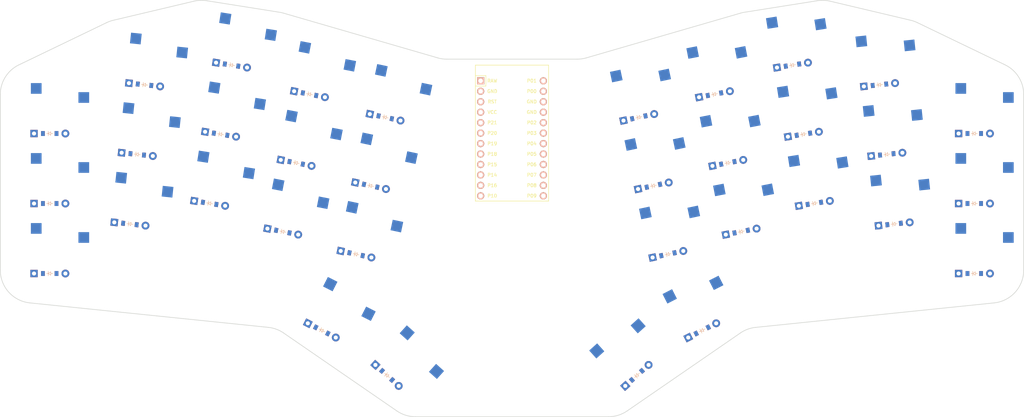
<source format=kicad_pcb>


(kicad_pcb (version 20171130) (host pcbnew 5.1.6)

  (page A3)
  (title_block
    (title "unisweep")
    (rev "v1.0.0")
    (company "Unknown")
  )

  (general
    (thickness 1.6)
  )

  (layers
    (0 F.Cu signal)
    (31 B.Cu signal)
    (32 B.Adhes user)
    (33 F.Adhes user)
    (34 B.Paste user)
    (35 F.Paste user)
    (36 B.SilkS user)
    (37 F.SilkS user)
    (38 B.Mask user)
    (39 F.Mask user)
    (40 Dwgs.User user)
    (41 Cmts.User user)
    (42 Eco1.User user)
    (43 Eco2.User user)
    (44 Edge.Cuts user)
    (45 Margin user)
    (46 B.CrtYd user)
    (47 F.CrtYd user)
    (48 B.Fab user)
    (49 F.Fab user)
  )

  (setup
    (last_trace_width 0.25)
    (trace_clearance 0.2)
    (zone_clearance 0.508)
    (zone_45_only no)
    (trace_min 0.2)
    (via_size 0.8)
    (via_drill 0.4)
    (via_min_size 0.4)
    (via_min_drill 0.3)
    (uvia_size 0.3)
    (uvia_drill 0.1)
    (uvias_allowed no)
    (uvia_min_size 0.2)
    (uvia_min_drill 0.1)
    (edge_width 0.05)
    (segment_width 0.2)
    (pcb_text_width 0.3)
    (pcb_text_size 1.5 1.5)
    (mod_edge_width 0.12)
    (mod_text_size 1 1)
    (mod_text_width 0.15)
    (pad_size 1.524 1.524)
    (pad_drill 0.762)
    (pad_to_mask_clearance 0.05)
    (aux_axis_origin 0 0)
    (visible_elements FFFFFF7F)
    (pcbplotparams
      (layerselection 0x010fc_ffffffff)
      (usegerberextensions false)
      (usegerberattributes true)
      (usegerberadvancedattributes true)
      (creategerberjobfile true)
      (excludeedgelayer true)
      (linewidth 0.100000)
      (plotframeref false)
      (viasonmask false)
      (mode 1)
      (useauxorigin false)
      (hpglpennumber 1)
      (hpglpenspeed 20)
      (hpglpendiameter 15.000000)
      (psnegative false)
      (psa4output false)
      (plotreference true)
      (plotvalue true)
      (plotinvisibletext false)
      (padsonsilk false)
      (subtractmaskfromsilk false)
      (outputformat 1)
      (mirror false)
      (drillshape 1)
      (scaleselection 1)
      (outputdirectory ""))
  )

  (net 0 "")
(net 1 "pinky_bottom")
(net 2 "pinky_home")
(net 3 "pinky_top")
(net 4 "ring_bottom")
(net 5 "ring_home")
(net 6 "ring_top")
(net 7 "middle_bottom")
(net 8 "middle_home")
(net 9 "middle_top")
(net 10 "index_bottom")
(net 11 "index_home")
(net 12 "index_top")
(net 13 "inner_bottom")
(net 14 "inner_home")
(net 15 "inner_top")
(net 16 "left_onerow")
(net 17 "right_onerow")
(net 18 "mirror_pinky_bottom")
(net 19 "mirror_pinky_home")
(net 20 "mirror_pinky_top")
(net 21 "mirror_ring_bottom")
(net 22 "mirror_ring_home")
(net 23 "mirror_ring_top")
(net 24 "mirror_middle_bottom")
(net 25 "mirror_middle_home")
(net 26 "mirror_middle_top")
(net 27 "mirror_index_bottom")
(net 28 "mirror_index_home")
(net 29 "mirror_index_top")
(net 30 "mirror_inner_bottom")
(net 31 "mirror_inner_home")
(net 32 "mirror_inner_top")
(net 33 "mirror_left_onerow")
(net 34 "mirror_right_onerow")
(net 35 "RAW")
(net 36 "GND")
(net 37 "RST")
(net 38 "VCC")
(net 39 "P21")
(net 40 "P20")
(net 41 "P19")
(net 42 "P18")
(net 43 "P15")
(net 44 "P14")
(net 45 "P16")
(net 46 "P10")
(net 47 "P1")
(net 48 "P0")
(net 49 "P2")
(net 50 "P3")
(net 51 "P4")
(net 52 "P5")
(net 53 "P6")
(net 54 "P7")
(net 55 "P8")
(net 56 "P9")

  (net_class Default "This is the default net class."
    (clearance 0.2)
    (trace_width 0.25)
    (via_dia 0.8)
    (via_drill 0.4)
    (uvia_dia 0.3)
    (uvia_drill 0.1)
    (add_net "")
(add_net "pinky_bottom")
(add_net "pinky_home")
(add_net "pinky_top")
(add_net "ring_bottom")
(add_net "ring_home")
(add_net "ring_top")
(add_net "middle_bottom")
(add_net "middle_home")
(add_net "middle_top")
(add_net "index_bottom")
(add_net "index_home")
(add_net "index_top")
(add_net "inner_bottom")
(add_net "inner_home")
(add_net "inner_top")
(add_net "left_onerow")
(add_net "right_onerow")
(add_net "mirror_pinky_bottom")
(add_net "mirror_pinky_home")
(add_net "mirror_pinky_top")
(add_net "mirror_ring_bottom")
(add_net "mirror_ring_home")
(add_net "mirror_ring_top")
(add_net "mirror_middle_bottom")
(add_net "mirror_middle_home")
(add_net "mirror_middle_top")
(add_net "mirror_index_bottom")
(add_net "mirror_index_home")
(add_net "mirror_index_top")
(add_net "mirror_inner_bottom")
(add_net "mirror_inner_home")
(add_net "mirror_inner_top")
(add_net "mirror_left_onerow")
(add_net "mirror_right_onerow")
(add_net "RAW")
(add_net "GND")
(add_net "RST")
(add_net "VCC")
(add_net "P21")
(add_net "P20")
(add_net "P19")
(add_net "P18")
(add_net "P15")
(add_net "P14")
(add_net "P16")
(add_net "P10")
(add_net "P1")
(add_net "P0")
(add_net "P2")
(add_net "P3")
(add_net "P4")
(add_net "P5")
(add_net "P6")
(add_net "P7")
(add_net "P8")
(add_net "P9")
  )

  
        
      (module PG1350 (layer F.Cu) (tedit 5DD50112)
      (at 100 100 0)

      
      (fp_text reference "S1" (at 0 0) (layer F.SilkS) hide (effects (font (size 1.27 1.27) (thickness 0.15))))
      (fp_text value "" (at 0 0) (layer F.SilkS) hide (effects (font (size 1.27 1.27) (thickness 0.15))))

      
      (fp_line (start -7 -6) (end -7 -7) (layer Dwgs.User) (width 0.15))
      (fp_line (start -7 7) (end -6 7) (layer Dwgs.User) (width 0.15))
      (fp_line (start -6 -7) (end -7 -7) (layer Dwgs.User) (width 0.15))
      (fp_line (start -7 7) (end -7 6) (layer Dwgs.User) (width 0.15))
      (fp_line (start 7 6) (end 7 7) (layer Dwgs.User) (width 0.15))
      (fp_line (start 7 -7) (end 6 -7) (layer Dwgs.User) (width 0.15))
      (fp_line (start 6 7) (end 7 7) (layer Dwgs.User) (width 0.15))
      (fp_line (start 7 -7) (end 7 -6) (layer Dwgs.User) (width 0.15))      
      
      
      (pad "" np_thru_hole circle (at 0 0) (size 3.429 3.429) (drill 3.429) (layers *.Cu *.Mask))
        
      
      (pad "" np_thru_hole circle (at 5.5 0) (size 1.7018 1.7018) (drill 1.7018) (layers *.Cu *.Mask))
      (pad "" np_thru_hole circle (at -5.5 0) (size 1.7018 1.7018) (drill 1.7018) (layers *.Cu *.Mask))
      
        
      
      (fp_line (start -9 -8.5) (end 9 -8.5) (layer Dwgs.User) (width 0.15))
      (fp_line (start 9 -8.5) (end 9 8.5) (layer Dwgs.User) (width 0.15))
      (fp_line (start 9 8.5) (end -9 8.5) (layer Dwgs.User) (width 0.15))
      (fp_line (start -9 8.5) (end -9 -8.5) (layer Dwgs.User) (width 0.15))
      
        
          
          (pad "" np_thru_hole circle (at 5 -3.75) (size 3 3) (drill 3) (layers *.Cu *.Mask))
          (pad "" np_thru_hole circle (at 0 -5.95) (size 3 3) (drill 3) (layers *.Cu *.Mask))
      
          
          (pad 1 smd rect (at -3.275 -5.95 0) (size 2.6 2.6) (layers B.Cu B.Paste B.Mask)  (net 0 ""))
          (pad 2 smd rect (at 8.275 -3.75 0) (size 2.6 2.6) (layers B.Cu B.Paste B.Mask)  (net 1 "pinky_bottom"))
        )
        

        
      (module PG1350 (layer F.Cu) (tedit 5DD50112)
      (at 100 83 0)

      
      (fp_text reference "S2" (at 0 0) (layer F.SilkS) hide (effects (font (size 1.27 1.27) (thickness 0.15))))
      (fp_text value "" (at 0 0) (layer F.SilkS) hide (effects (font (size 1.27 1.27) (thickness 0.15))))

      
      (fp_line (start -7 -6) (end -7 -7) (layer Dwgs.User) (width 0.15))
      (fp_line (start -7 7) (end -6 7) (layer Dwgs.User) (width 0.15))
      (fp_line (start -6 -7) (end -7 -7) (layer Dwgs.User) (width 0.15))
      (fp_line (start -7 7) (end -7 6) (layer Dwgs.User) (width 0.15))
      (fp_line (start 7 6) (end 7 7) (layer Dwgs.User) (width 0.15))
      (fp_line (start 7 -7) (end 6 -7) (layer Dwgs.User) (width 0.15))
      (fp_line (start 6 7) (end 7 7) (layer Dwgs.User) (width 0.15))
      (fp_line (start 7 -7) (end 7 -6) (layer Dwgs.User) (width 0.15))      
      
      
      (pad "" np_thru_hole circle (at 0 0) (size 3.429 3.429) (drill 3.429) (layers *.Cu *.Mask))
        
      
      (pad "" np_thru_hole circle (at 5.5 0) (size 1.7018 1.7018) (drill 1.7018) (layers *.Cu *.Mask))
      (pad "" np_thru_hole circle (at -5.5 0) (size 1.7018 1.7018) (drill 1.7018) (layers *.Cu *.Mask))
      
        
      
      (fp_line (start -9 -8.5) (end 9 -8.5) (layer Dwgs.User) (width 0.15))
      (fp_line (start 9 -8.5) (end 9 8.5) (layer Dwgs.User) (width 0.15))
      (fp_line (start 9 8.5) (end -9 8.5) (layer Dwgs.User) (width 0.15))
      (fp_line (start -9 8.5) (end -9 -8.5) (layer Dwgs.User) (width 0.15))
      
        
          
          (pad "" np_thru_hole circle (at 5 -3.75) (size 3 3) (drill 3) (layers *.Cu *.Mask))
          (pad "" np_thru_hole circle (at 0 -5.95) (size 3 3) (drill 3) (layers *.Cu *.Mask))
      
          
          (pad 1 smd rect (at -3.275 -5.95 0) (size 2.6 2.6) (layers B.Cu B.Paste B.Mask)  (net 0 ""))
          (pad 2 smd rect (at 8.275 -3.75 0) (size 2.6 2.6) (layers B.Cu B.Paste B.Mask)  (net 2 "pinky_home"))
        )
        

        
      (module PG1350 (layer F.Cu) (tedit 5DD50112)
      (at 100 66 0)

      
      (fp_text reference "S3" (at 0 0) (layer F.SilkS) hide (effects (font (size 1.27 1.27) (thickness 0.15))))
      (fp_text value "" (at 0 0) (layer F.SilkS) hide (effects (font (size 1.27 1.27) (thickness 0.15))))

      
      (fp_line (start -7 -6) (end -7 -7) (layer Dwgs.User) (width 0.15))
      (fp_line (start -7 7) (end -6 7) (layer Dwgs.User) (width 0.15))
      (fp_line (start -6 -7) (end -7 -7) (layer Dwgs.User) (width 0.15))
      (fp_line (start -7 7) (end -7 6) (layer Dwgs.User) (width 0.15))
      (fp_line (start 7 6) (end 7 7) (layer Dwgs.User) (width 0.15))
      (fp_line (start 7 -7) (end 6 -7) (layer Dwgs.User) (width 0.15))
      (fp_line (start 6 7) (end 7 7) (layer Dwgs.User) (width 0.15))
      (fp_line (start 7 -7) (end 7 -6) (layer Dwgs.User) (width 0.15))      
      
      
      (pad "" np_thru_hole circle (at 0 0) (size 3.429 3.429) (drill 3.429) (layers *.Cu *.Mask))
        
      
      (pad "" np_thru_hole circle (at 5.5 0) (size 1.7018 1.7018) (drill 1.7018) (layers *.Cu *.Mask))
      (pad "" np_thru_hole circle (at -5.5 0) (size 1.7018 1.7018) (drill 1.7018) (layers *.Cu *.Mask))
      
        
      
      (fp_line (start -9 -8.5) (end 9 -8.5) (layer Dwgs.User) (width 0.15))
      (fp_line (start 9 -8.5) (end 9 8.5) (layer Dwgs.User) (width 0.15))
      (fp_line (start 9 8.5) (end -9 8.5) (layer Dwgs.User) (width 0.15))
      (fp_line (start -9 8.5) (end -9 -8.5) (layer Dwgs.User) (width 0.15))
      
        
          
          (pad "" np_thru_hole circle (at 5 -3.75) (size 3 3) (drill 3) (layers *.Cu *.Mask))
          (pad "" np_thru_hole circle (at 0 -5.95) (size 3 3) (drill 3) (layers *.Cu *.Mask))
      
          
          (pad 1 smd rect (at -3.275 -5.95 0) (size 2.6 2.6) (layers B.Cu B.Paste B.Mask)  (net 0 ""))
          (pad 2 smd rect (at 8.275 -3.75 0) (size 2.6 2.6) (layers B.Cu B.Paste B.Mask)  (net 3 "pinky_top"))
        )
        

        
      (module PG1350 (layer F.Cu) (tedit 5DD50112)
      (at 120 88 -6)

      
      (fp_text reference "S4" (at 0 0) (layer F.SilkS) hide (effects (font (size 1.27 1.27) (thickness 0.15))))
      (fp_text value "" (at 0 0) (layer F.SilkS) hide (effects (font (size 1.27 1.27) (thickness 0.15))))

      
      (fp_line (start -7 -6) (end -7 -7) (layer Dwgs.User) (width 0.15))
      (fp_line (start -7 7) (end -6 7) (layer Dwgs.User) (width 0.15))
      (fp_line (start -6 -7) (end -7 -7) (layer Dwgs.User) (width 0.15))
      (fp_line (start -7 7) (end -7 6) (layer Dwgs.User) (width 0.15))
      (fp_line (start 7 6) (end 7 7) (layer Dwgs.User) (width 0.15))
      (fp_line (start 7 -7) (end 6 -7) (layer Dwgs.User) (width 0.15))
      (fp_line (start 6 7) (end 7 7) (layer Dwgs.User) (width 0.15))
      (fp_line (start 7 -7) (end 7 -6) (layer Dwgs.User) (width 0.15))      
      
      
      (pad "" np_thru_hole circle (at 0 0) (size 3.429 3.429) (drill 3.429) (layers *.Cu *.Mask))
        
      
      (pad "" np_thru_hole circle (at 5.5 0) (size 1.7018 1.7018) (drill 1.7018) (layers *.Cu *.Mask))
      (pad "" np_thru_hole circle (at -5.5 0) (size 1.7018 1.7018) (drill 1.7018) (layers *.Cu *.Mask))
      
        
      
      (fp_line (start -9 -8.5) (end 9 -8.5) (layer Dwgs.User) (width 0.15))
      (fp_line (start 9 -8.5) (end 9 8.5) (layer Dwgs.User) (width 0.15))
      (fp_line (start 9 8.5) (end -9 8.5) (layer Dwgs.User) (width 0.15))
      (fp_line (start -9 8.5) (end -9 -8.5) (layer Dwgs.User) (width 0.15))
      
        
          
          (pad "" np_thru_hole circle (at 5 -3.75) (size 3 3) (drill 3) (layers *.Cu *.Mask))
          (pad "" np_thru_hole circle (at 0 -5.95) (size 3 3) (drill 3) (layers *.Cu *.Mask))
      
          
          (pad 1 smd rect (at -3.275 -5.95 -6) (size 2.6 2.6) (layers B.Cu B.Paste B.Mask)  (net 0 ""))
          (pad 2 smd rect (at 8.275 -3.75 -6) (size 2.6 2.6) (layers B.Cu B.Paste B.Mask)  (net 4 "ring_bottom"))
        )
        

        
      (module PG1350 (layer F.Cu) (tedit 5DD50112)
      (at 121.7769839 71.0931278 -6)

      
      (fp_text reference "S5" (at 0 0) (layer F.SilkS) hide (effects (font (size 1.27 1.27) (thickness 0.15))))
      (fp_text value "" (at 0 0) (layer F.SilkS) hide (effects (font (size 1.27 1.27) (thickness 0.15))))

      
      (fp_line (start -7 -6) (end -7 -7) (layer Dwgs.User) (width 0.15))
      (fp_line (start -7 7) (end -6 7) (layer Dwgs.User) (width 0.15))
      (fp_line (start -6 -7) (end -7 -7) (layer Dwgs.User) (width 0.15))
      (fp_line (start -7 7) (end -7 6) (layer Dwgs.User) (width 0.15))
      (fp_line (start 7 6) (end 7 7) (layer Dwgs.User) (width 0.15))
      (fp_line (start 7 -7) (end 6 -7) (layer Dwgs.User) (width 0.15))
      (fp_line (start 6 7) (end 7 7) (layer Dwgs.User) (width 0.15))
      (fp_line (start 7 -7) (end 7 -6) (layer Dwgs.User) (width 0.15))      
      
      
      (pad "" np_thru_hole circle (at 0 0) (size 3.429 3.429) (drill 3.429) (layers *.Cu *.Mask))
        
      
      (pad "" np_thru_hole circle (at 5.5 0) (size 1.7018 1.7018) (drill 1.7018) (layers *.Cu *.Mask))
      (pad "" np_thru_hole circle (at -5.5 0) (size 1.7018 1.7018) (drill 1.7018) (layers *.Cu *.Mask))
      
        
      
      (fp_line (start -9 -8.5) (end 9 -8.5) (layer Dwgs.User) (width 0.15))
      (fp_line (start 9 -8.5) (end 9 8.5) (layer Dwgs.User) (width 0.15))
      (fp_line (start 9 8.5) (end -9 8.5) (layer Dwgs.User) (width 0.15))
      (fp_line (start -9 8.5) (end -9 -8.5) (layer Dwgs.User) (width 0.15))
      
        
          
          (pad "" np_thru_hole circle (at 5 -3.75) (size 3 3) (drill 3) (layers *.Cu *.Mask))
          (pad "" np_thru_hole circle (at 0 -5.95) (size 3 3) (drill 3) (layers *.Cu *.Mask))
      
          
          (pad 1 smd rect (at -3.275 -5.95 -6) (size 2.6 2.6) (layers B.Cu B.Paste B.Mask)  (net 0 ""))
          (pad 2 smd rect (at 8.275 -3.75 -6) (size 2.6 2.6) (layers B.Cu B.Paste B.Mask)  (net 5 "ring_home"))
        )
        

        
      (module PG1350 (layer F.Cu) (tedit 5DD50112)
      (at 123.55396780000001 54.18625560000001 -6)

      
      (fp_text reference "S6" (at 0 0) (layer F.SilkS) hide (effects (font (size 1.27 1.27) (thickness 0.15))))
      (fp_text value "" (at 0 0) (layer F.SilkS) hide (effects (font (size 1.27 1.27) (thickness 0.15))))

      
      (fp_line (start -7 -6) (end -7 -7) (layer Dwgs.User) (width 0.15))
      (fp_line (start -7 7) (end -6 7) (layer Dwgs.User) (width 0.15))
      (fp_line (start -6 -7) (end -7 -7) (layer Dwgs.User) (width 0.15))
      (fp_line (start -7 7) (end -7 6) (layer Dwgs.User) (width 0.15))
      (fp_line (start 7 6) (end 7 7) (layer Dwgs.User) (width 0.15))
      (fp_line (start 7 -7) (end 6 -7) (layer Dwgs.User) (width 0.15))
      (fp_line (start 6 7) (end 7 7) (layer Dwgs.User) (width 0.15))
      (fp_line (start 7 -7) (end 7 -6) (layer Dwgs.User) (width 0.15))      
      
      
      (pad "" np_thru_hole circle (at 0 0) (size 3.429 3.429) (drill 3.429) (layers *.Cu *.Mask))
        
      
      (pad "" np_thru_hole circle (at 5.5 0) (size 1.7018 1.7018) (drill 1.7018) (layers *.Cu *.Mask))
      (pad "" np_thru_hole circle (at -5.5 0) (size 1.7018 1.7018) (drill 1.7018) (layers *.Cu *.Mask))
      
        
      
      (fp_line (start -9 -8.5) (end 9 -8.5) (layer Dwgs.User) (width 0.15))
      (fp_line (start 9 -8.5) (end 9 8.5) (layer Dwgs.User) (width 0.15))
      (fp_line (start 9 8.5) (end -9 8.5) (layer Dwgs.User) (width 0.15))
      (fp_line (start -9 8.5) (end -9 -8.5) (layer Dwgs.User) (width 0.15))
      
        
          
          (pad "" np_thru_hole circle (at 5 -3.75) (size 3 3) (drill 3) (layers *.Cu *.Mask))
          (pad "" np_thru_hole circle (at 0 -5.95) (size 3 3) (drill 3) (layers *.Cu *.Mask))
      
          
          (pad 1 smd rect (at -3.275 -5.95 -6) (size 2.6 2.6) (layers B.Cu B.Paste B.Mask)  (net 0 ""))
          (pad 2 smd rect (at 8.275 -3.75 -6) (size 2.6 2.6) (layers B.Cu B.Paste B.Mask)  (net 6 "ring_top"))
        )
        

        
      (module PG1350 (layer F.Cu) (tedit 5DD50112)
      (at 139.6276153 83.0243875 -9)

      
      (fp_text reference "S7" (at 0 0) (layer F.SilkS) hide (effects (font (size 1.27 1.27) (thickness 0.15))))
      (fp_text value "" (at 0 0) (layer F.SilkS) hide (effects (font (size 1.27 1.27) (thickness 0.15))))

      
      (fp_line (start -7 -6) (end -7 -7) (layer Dwgs.User) (width 0.15))
      (fp_line (start -7 7) (end -6 7) (layer Dwgs.User) (width 0.15))
      (fp_line (start -6 -7) (end -7 -7) (layer Dwgs.User) (width 0.15))
      (fp_line (start -7 7) (end -7 6) (layer Dwgs.User) (width 0.15))
      (fp_line (start 7 6) (end 7 7) (layer Dwgs.User) (width 0.15))
      (fp_line (start 7 -7) (end 6 -7) (layer Dwgs.User) (width 0.15))
      (fp_line (start 6 7) (end 7 7) (layer Dwgs.User) (width 0.15))
      (fp_line (start 7 -7) (end 7 -6) (layer Dwgs.User) (width 0.15))      
      
      
      (pad "" np_thru_hole circle (at 0 0) (size 3.429 3.429) (drill 3.429) (layers *.Cu *.Mask))
        
      
      (pad "" np_thru_hole circle (at 5.5 0) (size 1.7018 1.7018) (drill 1.7018) (layers *.Cu *.Mask))
      (pad "" np_thru_hole circle (at -5.5 0) (size 1.7018 1.7018) (drill 1.7018) (layers *.Cu *.Mask))
      
        
      
      (fp_line (start -9 -8.5) (end 9 -8.5) (layer Dwgs.User) (width 0.15))
      (fp_line (start 9 -8.5) (end 9 8.5) (layer Dwgs.User) (width 0.15))
      (fp_line (start 9 8.5) (end -9 8.5) (layer Dwgs.User) (width 0.15))
      (fp_line (start -9 8.5) (end -9 -8.5) (layer Dwgs.User) (width 0.15))
      
        
          
          (pad "" np_thru_hole circle (at 5 -3.75) (size 3 3) (drill 3) (layers *.Cu *.Mask))
          (pad "" np_thru_hole circle (at 0 -5.95) (size 3 3) (drill 3) (layers *.Cu *.Mask))
      
          
          (pad 1 smd rect (at -3.275 -5.95 -9) (size 2.6 2.6) (layers B.Cu B.Paste B.Mask)  (net 0 ""))
          (pad 2 smd rect (at 8.275 -3.75 -9) (size 2.6 2.6) (layers B.Cu B.Paste B.Mask)  (net 7 "middle_bottom"))
        )
        

        
      (module PG1350 (layer F.Cu) (tedit 5DD50112)
      (at 142.2870012 66.2336857 -9)

      
      (fp_text reference "S8" (at 0 0) (layer F.SilkS) hide (effects (font (size 1.27 1.27) (thickness 0.15))))
      (fp_text value "" (at 0 0) (layer F.SilkS) hide (effects (font (size 1.27 1.27) (thickness 0.15))))

      
      (fp_line (start -7 -6) (end -7 -7) (layer Dwgs.User) (width 0.15))
      (fp_line (start -7 7) (end -6 7) (layer Dwgs.User) (width 0.15))
      (fp_line (start -6 -7) (end -7 -7) (layer Dwgs.User) (width 0.15))
      (fp_line (start -7 7) (end -7 6) (layer Dwgs.User) (width 0.15))
      (fp_line (start 7 6) (end 7 7) (layer Dwgs.User) (width 0.15))
      (fp_line (start 7 -7) (end 6 -7) (layer Dwgs.User) (width 0.15))
      (fp_line (start 6 7) (end 7 7) (layer Dwgs.User) (width 0.15))
      (fp_line (start 7 -7) (end 7 -6) (layer Dwgs.User) (width 0.15))      
      
      
      (pad "" np_thru_hole circle (at 0 0) (size 3.429 3.429) (drill 3.429) (layers *.Cu *.Mask))
        
      
      (pad "" np_thru_hole circle (at 5.5 0) (size 1.7018 1.7018) (drill 1.7018) (layers *.Cu *.Mask))
      (pad "" np_thru_hole circle (at -5.5 0) (size 1.7018 1.7018) (drill 1.7018) (layers *.Cu *.Mask))
      
        
      
      (fp_line (start -9 -8.5) (end 9 -8.5) (layer Dwgs.User) (width 0.15))
      (fp_line (start 9 -8.5) (end 9 8.5) (layer Dwgs.User) (width 0.15))
      (fp_line (start 9 8.5) (end -9 8.5) (layer Dwgs.User) (width 0.15))
      (fp_line (start -9 8.5) (end -9 -8.5) (layer Dwgs.User) (width 0.15))
      
        
          
          (pad "" np_thru_hole circle (at 5 -3.75) (size 3 3) (drill 3) (layers *.Cu *.Mask))
          (pad "" np_thru_hole circle (at 0 -5.95) (size 3 3) (drill 3) (layers *.Cu *.Mask))
      
          
          (pad 1 smd rect (at -3.275 -5.95 -9) (size 2.6 2.6) (layers B.Cu B.Paste B.Mask)  (net 0 ""))
          (pad 2 smd rect (at 8.275 -3.75 -9) (size 2.6 2.6) (layers B.Cu B.Paste B.Mask)  (net 8 "middle_home"))
        )
        

        
      (module PG1350 (layer F.Cu) (tedit 5DD50112)
      (at 144.94638709999998 49.442983899999994 -9)

      
      (fp_text reference "S9" (at 0 0) (layer F.SilkS) hide (effects (font (size 1.27 1.27) (thickness 0.15))))
      (fp_text value "" (at 0 0) (layer F.SilkS) hide (effects (font (size 1.27 1.27) (thickness 0.15))))

      
      (fp_line (start -7 -6) (end -7 -7) (layer Dwgs.User) (width 0.15))
      (fp_line (start -7 7) (end -6 7) (layer Dwgs.User) (width 0.15))
      (fp_line (start -6 -7) (end -7 -7) (layer Dwgs.User) (width 0.15))
      (fp_line (start -7 7) (end -7 6) (layer Dwgs.User) (width 0.15))
      (fp_line (start 7 6) (end 7 7) (layer Dwgs.User) (width 0.15))
      (fp_line (start 7 -7) (end 6 -7) (layer Dwgs.User) (width 0.15))
      (fp_line (start 6 7) (end 7 7) (layer Dwgs.User) (width 0.15))
      (fp_line (start 7 -7) (end 7 -6) (layer Dwgs.User) (width 0.15))      
      
      
      (pad "" np_thru_hole circle (at 0 0) (size 3.429 3.429) (drill 3.429) (layers *.Cu *.Mask))
        
      
      (pad "" np_thru_hole circle (at 5.5 0) (size 1.7018 1.7018) (drill 1.7018) (layers *.Cu *.Mask))
      (pad "" np_thru_hole circle (at -5.5 0) (size 1.7018 1.7018) (drill 1.7018) (layers *.Cu *.Mask))
      
        
      
      (fp_line (start -9 -8.5) (end 9 -8.5) (layer Dwgs.User) (width 0.15))
      (fp_line (start 9 -8.5) (end 9 8.5) (layer Dwgs.User) (width 0.15))
      (fp_line (start 9 8.5) (end -9 8.5) (layer Dwgs.User) (width 0.15))
      (fp_line (start -9 8.5) (end -9 -8.5) (layer Dwgs.User) (width 0.15))
      
        
          
          (pad "" np_thru_hole circle (at 5 -3.75) (size 3 3) (drill 3) (layers *.Cu *.Mask))
          (pad "" np_thru_hole circle (at 0 -5.95) (size 3 3) (drill 3) (layers *.Cu *.Mask))
      
          
          (pad 1 smd rect (at -3.275 -5.95 -9) (size 2.6 2.6) (layers B.Cu B.Paste B.Mask)  (net 0 ""))
          (pad 2 smd rect (at 8.275 -3.75 -9) (size 2.6 2.6) (layers B.Cu B.Paste B.Mask)  (net 9 "middle_top"))
        )
        

        
      (module PG1350 (layer F.Cu) (tedit 5DD50112)
      (at 157.5704182 89.9161088 -11)

      
      (fp_text reference "S10" (at 0 0) (layer F.SilkS) hide (effects (font (size 1.27 1.27) (thickness 0.15))))
      (fp_text value "" (at 0 0) (layer F.SilkS) hide (effects (font (size 1.27 1.27) (thickness 0.15))))

      
      (fp_line (start -7 -6) (end -7 -7) (layer Dwgs.User) (width 0.15))
      (fp_line (start -7 7) (end -6 7) (layer Dwgs.User) (width 0.15))
      (fp_line (start -6 -7) (end -7 -7) (layer Dwgs.User) (width 0.15))
      (fp_line (start -7 7) (end -7 6) (layer Dwgs.User) (width 0.15))
      (fp_line (start 7 6) (end 7 7) (layer Dwgs.User) (width 0.15))
      (fp_line (start 7 -7) (end 6 -7) (layer Dwgs.User) (width 0.15))
      (fp_line (start 6 7) (end 7 7) (layer Dwgs.User) (width 0.15))
      (fp_line (start 7 -7) (end 7 -6) (layer Dwgs.User) (width 0.15))      
      
      
      (pad "" np_thru_hole circle (at 0 0) (size 3.429 3.429) (drill 3.429) (layers *.Cu *.Mask))
        
      
      (pad "" np_thru_hole circle (at 5.5 0) (size 1.7018 1.7018) (drill 1.7018) (layers *.Cu *.Mask))
      (pad "" np_thru_hole circle (at -5.5 0) (size 1.7018 1.7018) (drill 1.7018) (layers *.Cu *.Mask))
      
        
      
      (fp_line (start -9 -8.5) (end 9 -8.5) (layer Dwgs.User) (width 0.15))
      (fp_line (start 9 -8.5) (end 9 8.5) (layer Dwgs.User) (width 0.15))
      (fp_line (start 9 8.5) (end -9 8.5) (layer Dwgs.User) (width 0.15))
      (fp_line (start -9 8.5) (end -9 -8.5) (layer Dwgs.User) (width 0.15))
      
        
          
          (pad "" np_thru_hole circle (at 5 -3.75) (size 3 3) (drill 3) (layers *.Cu *.Mask))
          (pad "" np_thru_hole circle (at 0 -5.95) (size 3 3) (drill 3) (layers *.Cu *.Mask))
      
          
          (pad 1 smd rect (at -3.275 -5.95 -11) (size 2.6 2.6) (layers B.Cu B.Paste B.Mask)  (net 0 ""))
          (pad 2 smd rect (at 8.275 -3.75 -11) (size 2.6 2.6) (layers B.Cu B.Paste B.Mask)  (net 10 "index_bottom"))
        )
        

        
      (module PG1350 (layer F.Cu) (tedit 5DD50112)
      (at 160.8141711 73.2284467 -11)

      
      (fp_text reference "S11" (at 0 0) (layer F.SilkS) hide (effects (font (size 1.27 1.27) (thickness 0.15))))
      (fp_text value "" (at 0 0) (layer F.SilkS) hide (effects (font (size 1.27 1.27) (thickness 0.15))))

      
      (fp_line (start -7 -6) (end -7 -7) (layer Dwgs.User) (width 0.15))
      (fp_line (start -7 7) (end -6 7) (layer Dwgs.User) (width 0.15))
      (fp_line (start -6 -7) (end -7 -7) (layer Dwgs.User) (width 0.15))
      (fp_line (start -7 7) (end -7 6) (layer Dwgs.User) (width 0.15))
      (fp_line (start 7 6) (end 7 7) (layer Dwgs.User) (width 0.15))
      (fp_line (start 7 -7) (end 6 -7) (layer Dwgs.User) (width 0.15))
      (fp_line (start 6 7) (end 7 7) (layer Dwgs.User) (width 0.15))
      (fp_line (start 7 -7) (end 7 -6) (layer Dwgs.User) (width 0.15))      
      
      
      (pad "" np_thru_hole circle (at 0 0) (size 3.429 3.429) (drill 3.429) (layers *.Cu *.Mask))
        
      
      (pad "" np_thru_hole circle (at 5.5 0) (size 1.7018 1.7018) (drill 1.7018) (layers *.Cu *.Mask))
      (pad "" np_thru_hole circle (at -5.5 0) (size 1.7018 1.7018) (drill 1.7018) (layers *.Cu *.Mask))
      
        
      
      (fp_line (start -9 -8.5) (end 9 -8.5) (layer Dwgs.User) (width 0.15))
      (fp_line (start 9 -8.5) (end 9 8.5) (layer Dwgs.User) (width 0.15))
      (fp_line (start 9 8.5) (end -9 8.5) (layer Dwgs.User) (width 0.15))
      (fp_line (start -9 8.5) (end -9 -8.5) (layer Dwgs.User) (width 0.15))
      
        
          
          (pad "" np_thru_hole circle (at 5 -3.75) (size 3 3) (drill 3) (layers *.Cu *.Mask))
          (pad "" np_thru_hole circle (at 0 -5.95) (size 3 3) (drill 3) (layers *.Cu *.Mask))
      
          
          (pad 1 smd rect (at -3.275 -5.95 -11) (size 2.6 2.6) (layers B.Cu B.Paste B.Mask)  (net 0 ""))
          (pad 2 smd rect (at 8.275 -3.75 -11) (size 2.6 2.6) (layers B.Cu B.Paste B.Mask)  (net 11 "index_home"))
        )
        

        
      (module PG1350 (layer F.Cu) (tedit 5DD50112)
      (at 164.057924 56.54078460000001 -11)

      
      (fp_text reference "S12" (at 0 0) (layer F.SilkS) hide (effects (font (size 1.27 1.27) (thickness 0.15))))
      (fp_text value "" (at 0 0) (layer F.SilkS) hide (effects (font (size 1.27 1.27) (thickness 0.15))))

      
      (fp_line (start -7 -6) (end -7 -7) (layer Dwgs.User) (width 0.15))
      (fp_line (start -7 7) (end -6 7) (layer Dwgs.User) (width 0.15))
      (fp_line (start -6 -7) (end -7 -7) (layer Dwgs.User) (width 0.15))
      (fp_line (start -7 7) (end -7 6) (layer Dwgs.User) (width 0.15))
      (fp_line (start 7 6) (end 7 7) (layer Dwgs.User) (width 0.15))
      (fp_line (start 7 -7) (end 6 -7) (layer Dwgs.User) (width 0.15))
      (fp_line (start 6 7) (end 7 7) (layer Dwgs.User) (width 0.15))
      (fp_line (start 7 -7) (end 7 -6) (layer Dwgs.User) (width 0.15))      
      
      
      (pad "" np_thru_hole circle (at 0 0) (size 3.429 3.429) (drill 3.429) (layers *.Cu *.Mask))
        
      
      (pad "" np_thru_hole circle (at 5.5 0) (size 1.7018 1.7018) (drill 1.7018) (layers *.Cu *.Mask))
      (pad "" np_thru_hole circle (at -5.5 0) (size 1.7018 1.7018) (drill 1.7018) (layers *.Cu *.Mask))
      
        
      
      (fp_line (start -9 -8.5) (end 9 -8.5) (layer Dwgs.User) (width 0.15))
      (fp_line (start 9 -8.5) (end 9 8.5) (layer Dwgs.User) (width 0.15))
      (fp_line (start 9 8.5) (end -9 8.5) (layer Dwgs.User) (width 0.15))
      (fp_line (start -9 8.5) (end -9 -8.5) (layer Dwgs.User) (width 0.15))
      
        
          
          (pad "" np_thru_hole circle (at 5 -3.75) (size 3 3) (drill 3) (layers *.Cu *.Mask))
          (pad "" np_thru_hole circle (at 0 -5.95) (size 3 3) (drill 3) (layers *.Cu *.Mask))
      
          
          (pad 1 smd rect (at -3.275 -5.95 -11) (size 2.6 2.6) (layers B.Cu B.Paste B.Mask)  (net 0 ""))
          (pad 2 smd rect (at 8.275 -3.75 -11) (size 2.6 2.6) (layers B.Cu B.Paste B.Mask)  (net 12 "index_top"))
        )
        

        
      (module PG1350 (layer F.Cu) (tedit 5DD50112)
      (at 175.44706580000002 95.4284104 -12)

      
      (fp_text reference "S13" (at 0 0) (layer F.SilkS) hide (effects (font (size 1.27 1.27) (thickness 0.15))))
      (fp_text value "" (at 0 0) (layer F.SilkS) hide (effects (font (size 1.27 1.27) (thickness 0.15))))

      
      (fp_line (start -7 -6) (end -7 -7) (layer Dwgs.User) (width 0.15))
      (fp_line (start -7 7) (end -6 7) (layer Dwgs.User) (width 0.15))
      (fp_line (start -6 -7) (end -7 -7) (layer Dwgs.User) (width 0.15))
      (fp_line (start -7 7) (end -7 6) (layer Dwgs.User) (width 0.15))
      (fp_line (start 7 6) (end 7 7) (layer Dwgs.User) (width 0.15))
      (fp_line (start 7 -7) (end 6 -7) (layer Dwgs.User) (width 0.15))
      (fp_line (start 6 7) (end 7 7) (layer Dwgs.User) (width 0.15))
      (fp_line (start 7 -7) (end 7 -6) (layer Dwgs.User) (width 0.15))      
      
      
      (pad "" np_thru_hole circle (at 0 0) (size 3.429 3.429) (drill 3.429) (layers *.Cu *.Mask))
        
      
      (pad "" np_thru_hole circle (at 5.5 0) (size 1.7018 1.7018) (drill 1.7018) (layers *.Cu *.Mask))
      (pad "" np_thru_hole circle (at -5.5 0) (size 1.7018 1.7018) (drill 1.7018) (layers *.Cu *.Mask))
      
        
      
      (fp_line (start -9 -8.5) (end 9 -8.5) (layer Dwgs.User) (width 0.15))
      (fp_line (start 9 -8.5) (end 9 8.5) (layer Dwgs.User) (width 0.15))
      (fp_line (start 9 8.5) (end -9 8.5) (layer Dwgs.User) (width 0.15))
      (fp_line (start -9 8.5) (end -9 -8.5) (layer Dwgs.User) (width 0.15))
      
        
          
          (pad "" np_thru_hole circle (at 5 -3.75) (size 3 3) (drill 3) (layers *.Cu *.Mask))
          (pad "" np_thru_hole circle (at 0 -5.95) (size 3 3) (drill 3) (layers *.Cu *.Mask))
      
          
          (pad 1 smd rect (at -3.275 -5.95 -12) (size 2.6 2.6) (layers B.Cu B.Paste B.Mask)  (net 0 ""))
          (pad 2 smd rect (at 8.275 -3.75 -12) (size 2.6 2.6) (layers B.Cu B.Paste B.Mask)  (net 13 "inner_bottom"))
        )
        

        
      (module PG1350 (layer F.Cu) (tedit 5DD50112)
      (at 178.98156450000002 78.79990120000001 -12)

      
      (fp_text reference "S14" (at 0 0) (layer F.SilkS) hide (effects (font (size 1.27 1.27) (thickness 0.15))))
      (fp_text value "" (at 0 0) (layer F.SilkS) hide (effects (font (size 1.27 1.27) (thickness 0.15))))

      
      (fp_line (start -7 -6) (end -7 -7) (layer Dwgs.User) (width 0.15))
      (fp_line (start -7 7) (end -6 7) (layer Dwgs.User) (width 0.15))
      (fp_line (start -6 -7) (end -7 -7) (layer Dwgs.User) (width 0.15))
      (fp_line (start -7 7) (end -7 6) (layer Dwgs.User) (width 0.15))
      (fp_line (start 7 6) (end 7 7) (layer Dwgs.User) (width 0.15))
      (fp_line (start 7 -7) (end 6 -7) (layer Dwgs.User) (width 0.15))
      (fp_line (start 6 7) (end 7 7) (layer Dwgs.User) (width 0.15))
      (fp_line (start 7 -7) (end 7 -6) (layer Dwgs.User) (width 0.15))      
      
      
      (pad "" np_thru_hole circle (at 0 0) (size 3.429 3.429) (drill 3.429) (layers *.Cu *.Mask))
        
      
      (pad "" np_thru_hole circle (at 5.5 0) (size 1.7018 1.7018) (drill 1.7018) (layers *.Cu *.Mask))
      (pad "" np_thru_hole circle (at -5.5 0) (size 1.7018 1.7018) (drill 1.7018) (layers *.Cu *.Mask))
      
        
      
      (fp_line (start -9 -8.5) (end 9 -8.5) (layer Dwgs.User) (width 0.15))
      (fp_line (start 9 -8.5) (end 9 8.5) (layer Dwgs.User) (width 0.15))
      (fp_line (start 9 8.5) (end -9 8.5) (layer Dwgs.User) (width 0.15))
      (fp_line (start -9 8.5) (end -9 -8.5) (layer Dwgs.User) (width 0.15))
      
        
          
          (pad "" np_thru_hole circle (at 5 -3.75) (size 3 3) (drill 3) (layers *.Cu *.Mask))
          (pad "" np_thru_hole circle (at 0 -5.95) (size 3 3) (drill 3) (layers *.Cu *.Mask))
      
          
          (pad 1 smd rect (at -3.275 -5.95 -12) (size 2.6 2.6) (layers B.Cu B.Paste B.Mask)  (net 0 ""))
          (pad 2 smd rect (at 8.275 -3.75 -12) (size 2.6 2.6) (layers B.Cu B.Paste B.Mask)  (net 14 "inner_home"))
        )
        

        
      (module PG1350 (layer F.Cu) (tedit 5DD50112)
      (at 182.51606320000002 62.17139200000001 -12)

      
      (fp_text reference "S15" (at 0 0) (layer F.SilkS) hide (effects (font (size 1.27 1.27) (thickness 0.15))))
      (fp_text value "" (at 0 0) (layer F.SilkS) hide (effects (font (size 1.27 1.27) (thickness 0.15))))

      
      (fp_line (start -7 -6) (end -7 -7) (layer Dwgs.User) (width 0.15))
      (fp_line (start -7 7) (end -6 7) (layer Dwgs.User) (width 0.15))
      (fp_line (start -6 -7) (end -7 -7) (layer Dwgs.User) (width 0.15))
      (fp_line (start -7 7) (end -7 6) (layer Dwgs.User) (width 0.15))
      (fp_line (start 7 6) (end 7 7) (layer Dwgs.User) (width 0.15))
      (fp_line (start 7 -7) (end 6 -7) (layer Dwgs.User) (width 0.15))
      (fp_line (start 6 7) (end 7 7) (layer Dwgs.User) (width 0.15))
      (fp_line (start 7 -7) (end 7 -6) (layer Dwgs.User) (width 0.15))      
      
      
      (pad "" np_thru_hole circle (at 0 0) (size 3.429 3.429) (drill 3.429) (layers *.Cu *.Mask))
        
      
      (pad "" np_thru_hole circle (at 5.5 0) (size 1.7018 1.7018) (drill 1.7018) (layers *.Cu *.Mask))
      (pad "" np_thru_hole circle (at -5.5 0) (size 1.7018 1.7018) (drill 1.7018) (layers *.Cu *.Mask))
      
        
      
      (fp_line (start -9 -8.5) (end 9 -8.5) (layer Dwgs.User) (width 0.15))
      (fp_line (start 9 -8.5) (end 9 8.5) (layer Dwgs.User) (width 0.15))
      (fp_line (start 9 8.5) (end -9 8.5) (layer Dwgs.User) (width 0.15))
      (fp_line (start -9 8.5) (end -9 -8.5) (layer Dwgs.User) (width 0.15))
      
        
          
          (pad "" np_thru_hole circle (at 5 -3.75) (size 3 3) (drill 3) (layers *.Cu *.Mask))
          (pad "" np_thru_hole circle (at 0 -5.95) (size 3 3) (drill 3) (layers *.Cu *.Mask))
      
          
          (pad 1 smd rect (at -3.275 -5.95 -12) (size 2.6 2.6) (layers B.Cu B.Paste B.Mask)  (net 0 ""))
          (pad 2 smd rect (at 8.275 -3.75 -12) (size 2.6 2.6) (layers B.Cu B.Paste B.Mask)  (net 15 "inner_top"))
        )
        

        
      (module PG1350 (layer F.Cu) (tedit 5DD50112)
      (at 168.3543892 114.36762730000001 -27)

      
      (fp_text reference "S16" (at 0 0) (layer F.SilkS) hide (effects (font (size 1.27 1.27) (thickness 0.15))))
      (fp_text value "" (at 0 0) (layer F.SilkS) hide (effects (font (size 1.27 1.27) (thickness 0.15))))

      
      (fp_line (start -7 -6) (end -7 -7) (layer Dwgs.User) (width 0.15))
      (fp_line (start -7 7) (end -6 7) (layer Dwgs.User) (width 0.15))
      (fp_line (start -6 -7) (end -7 -7) (layer Dwgs.User) (width 0.15))
      (fp_line (start -7 7) (end -7 6) (layer Dwgs.User) (width 0.15))
      (fp_line (start 7 6) (end 7 7) (layer Dwgs.User) (width 0.15))
      (fp_line (start 7 -7) (end 6 -7) (layer Dwgs.User) (width 0.15))
      (fp_line (start 6 7) (end 7 7) (layer Dwgs.User) (width 0.15))
      (fp_line (start 7 -7) (end 7 -6) (layer Dwgs.User) (width 0.15))      
      
      
      (pad "" np_thru_hole circle (at 0 0) (size 3.429 3.429) (drill 3.429) (layers *.Cu *.Mask))
        
      
      (pad "" np_thru_hole circle (at 5.5 0) (size 1.7018 1.7018) (drill 1.7018) (layers *.Cu *.Mask))
      (pad "" np_thru_hole circle (at -5.5 0) (size 1.7018 1.7018) (drill 1.7018) (layers *.Cu *.Mask))
      
        
      
      (fp_line (start -9 -8.5) (end 9 -8.5) (layer Dwgs.User) (width 0.15))
      (fp_line (start 9 -8.5) (end 9 8.5) (layer Dwgs.User) (width 0.15))
      (fp_line (start 9 8.5) (end -9 8.5) (layer Dwgs.User) (width 0.15))
      (fp_line (start -9 8.5) (end -9 -8.5) (layer Dwgs.User) (width 0.15))
      
        
          
          (pad "" np_thru_hole circle (at 5 -3.75) (size 3 3) (drill 3) (layers *.Cu *.Mask))
          (pad "" np_thru_hole circle (at 0 -5.95) (size 3 3) (drill 3) (layers *.Cu *.Mask))
      
          
          (pad 1 smd rect (at -3.275 -5.95 -27) (size 2.6 2.6) (layers B.Cu B.Paste B.Mask)  (net 0 ""))
          (pad 2 smd rect (at 8.275 -3.75 -27) (size 2.6 2.6) (layers B.Cu B.Paste B.Mask)  (net 16 "left_onerow"))
        )
        

        
      (module PG1350 (layer F.Cu) (tedit 5DD50112)
      (at 185.2836799 126.0331378 -42)

      
      (fp_text reference "S17" (at 0 0) (layer F.SilkS) hide (effects (font (size 1.27 1.27) (thickness 0.15))))
      (fp_text value "" (at 0 0) (layer F.SilkS) hide (effects (font (size 1.27 1.27) (thickness 0.15))))

      
      (fp_line (start -7 -6) (end -7 -7) (layer Dwgs.User) (width 0.15))
      (fp_line (start -7 7) (end -6 7) (layer Dwgs.User) (width 0.15))
      (fp_line (start -6 -7) (end -7 -7) (layer Dwgs.User) (width 0.15))
      (fp_line (start -7 7) (end -7 6) (layer Dwgs.User) (width 0.15))
      (fp_line (start 7 6) (end 7 7) (layer Dwgs.User) (width 0.15))
      (fp_line (start 7 -7) (end 6 -7) (layer Dwgs.User) (width 0.15))
      (fp_line (start 6 7) (end 7 7) (layer Dwgs.User) (width 0.15))
      (fp_line (start 7 -7) (end 7 -6) (layer Dwgs.User) (width 0.15))      
      
      
      (pad "" np_thru_hole circle (at 0 0) (size 3.429 3.429) (drill 3.429) (layers *.Cu *.Mask))
        
      
      (pad "" np_thru_hole circle (at 5.5 0) (size 1.7018 1.7018) (drill 1.7018) (layers *.Cu *.Mask))
      (pad "" np_thru_hole circle (at -5.5 0) (size 1.7018 1.7018) (drill 1.7018) (layers *.Cu *.Mask))
      
        
      
      (fp_line (start -9 -8.5) (end 9 -8.5) (layer Dwgs.User) (width 0.15))
      (fp_line (start 9 -8.5) (end 9 8.5) (layer Dwgs.User) (width 0.15))
      (fp_line (start 9 8.5) (end -9 8.5) (layer Dwgs.User) (width 0.15))
      (fp_line (start -9 8.5) (end -9 -8.5) (layer Dwgs.User) (width 0.15))
      
        
          
          (pad "" np_thru_hole circle (at 5 -3.75) (size 3 3) (drill 3) (layers *.Cu *.Mask))
          (pad "" np_thru_hole circle (at 0 -5.95) (size 3 3) (drill 3) (layers *.Cu *.Mask))
      
          
          (pad 1 smd rect (at -3.275 -5.95 -42) (size 2.6 2.6) (layers B.Cu B.Paste B.Mask)  (net 0 ""))
          (pad 2 smd rect (at 8.275 -3.75 -42) (size 2.6 2.6) (layers B.Cu B.Paste B.Mask)  (net 17 "right_onerow"))
        )
        

        
      (module PG1350 (layer F.Cu) (tedit 5DD50112)
      (at 324.5673598 100 0)

      
      (fp_text reference "S18" (at 0 0) (layer F.SilkS) hide (effects (font (size 1.27 1.27) (thickness 0.15))))
      (fp_text value "" (at 0 0) (layer F.SilkS) hide (effects (font (size 1.27 1.27) (thickness 0.15))))

      
      (fp_line (start -7 -6) (end -7 -7) (layer Dwgs.User) (width 0.15))
      (fp_line (start -7 7) (end -6 7) (layer Dwgs.User) (width 0.15))
      (fp_line (start -6 -7) (end -7 -7) (layer Dwgs.User) (width 0.15))
      (fp_line (start -7 7) (end -7 6) (layer Dwgs.User) (width 0.15))
      (fp_line (start 7 6) (end 7 7) (layer Dwgs.User) (width 0.15))
      (fp_line (start 7 -7) (end 6 -7) (layer Dwgs.User) (width 0.15))
      (fp_line (start 6 7) (end 7 7) (layer Dwgs.User) (width 0.15))
      (fp_line (start 7 -7) (end 7 -6) (layer Dwgs.User) (width 0.15))      
      
      
      (pad "" np_thru_hole circle (at 0 0) (size 3.429 3.429) (drill 3.429) (layers *.Cu *.Mask))
        
      
      (pad "" np_thru_hole circle (at 5.5 0) (size 1.7018 1.7018) (drill 1.7018) (layers *.Cu *.Mask))
      (pad "" np_thru_hole circle (at -5.5 0) (size 1.7018 1.7018) (drill 1.7018) (layers *.Cu *.Mask))
      
        
      
      (fp_line (start -9 -8.5) (end 9 -8.5) (layer Dwgs.User) (width 0.15))
      (fp_line (start 9 -8.5) (end 9 8.5) (layer Dwgs.User) (width 0.15))
      (fp_line (start 9 8.5) (end -9 8.5) (layer Dwgs.User) (width 0.15))
      (fp_line (start -9 8.5) (end -9 -8.5) (layer Dwgs.User) (width 0.15))
      
        
          
          (pad "" np_thru_hole circle (at 5 -3.75) (size 3 3) (drill 3) (layers *.Cu *.Mask))
          (pad "" np_thru_hole circle (at 0 -5.95) (size 3 3) (drill 3) (layers *.Cu *.Mask))
      
          
          (pad 1 smd rect (at -3.275 -5.95 0) (size 2.6 2.6) (layers B.Cu B.Paste B.Mask)  (net 0 ""))
          (pad 2 smd rect (at 8.275 -3.75 0) (size 2.6 2.6) (layers B.Cu B.Paste B.Mask)  (net 18 "mirror_pinky_bottom"))
        )
        

        
      (module PG1350 (layer F.Cu) (tedit 5DD50112)
      (at 324.5673598 83 0)

      
      (fp_text reference "S19" (at 0 0) (layer F.SilkS) hide (effects (font (size 1.27 1.27) (thickness 0.15))))
      (fp_text value "" (at 0 0) (layer F.SilkS) hide (effects (font (size 1.27 1.27) (thickness 0.15))))

      
      (fp_line (start -7 -6) (end -7 -7) (layer Dwgs.User) (width 0.15))
      (fp_line (start -7 7) (end -6 7) (layer Dwgs.User) (width 0.15))
      (fp_line (start -6 -7) (end -7 -7) (layer Dwgs.User) (width 0.15))
      (fp_line (start -7 7) (end -7 6) (layer Dwgs.User) (width 0.15))
      (fp_line (start 7 6) (end 7 7) (layer Dwgs.User) (width 0.15))
      (fp_line (start 7 -7) (end 6 -7) (layer Dwgs.User) (width 0.15))
      (fp_line (start 6 7) (end 7 7) (layer Dwgs.User) (width 0.15))
      (fp_line (start 7 -7) (end 7 -6) (layer Dwgs.User) (width 0.15))      
      
      
      (pad "" np_thru_hole circle (at 0 0) (size 3.429 3.429) (drill 3.429) (layers *.Cu *.Mask))
        
      
      (pad "" np_thru_hole circle (at 5.5 0) (size 1.7018 1.7018) (drill 1.7018) (layers *.Cu *.Mask))
      (pad "" np_thru_hole circle (at -5.5 0) (size 1.7018 1.7018) (drill 1.7018) (layers *.Cu *.Mask))
      
        
      
      (fp_line (start -9 -8.5) (end 9 -8.5) (layer Dwgs.User) (width 0.15))
      (fp_line (start 9 -8.5) (end 9 8.5) (layer Dwgs.User) (width 0.15))
      (fp_line (start 9 8.5) (end -9 8.5) (layer Dwgs.User) (width 0.15))
      (fp_line (start -9 8.5) (end -9 -8.5) (layer Dwgs.User) (width 0.15))
      
        
          
          (pad "" np_thru_hole circle (at 5 -3.75) (size 3 3) (drill 3) (layers *.Cu *.Mask))
          (pad "" np_thru_hole circle (at 0 -5.95) (size 3 3) (drill 3) (layers *.Cu *.Mask))
      
          
          (pad 1 smd rect (at -3.275 -5.95 0) (size 2.6 2.6) (layers B.Cu B.Paste B.Mask)  (net 0 ""))
          (pad 2 smd rect (at 8.275 -3.75 0) (size 2.6 2.6) (layers B.Cu B.Paste B.Mask)  (net 19 "mirror_pinky_home"))
        )
        

        
      (module PG1350 (layer F.Cu) (tedit 5DD50112)
      (at 324.5673598 66 0)

      
      (fp_text reference "S20" (at 0 0) (layer F.SilkS) hide (effects (font (size 1.27 1.27) (thickness 0.15))))
      (fp_text value "" (at 0 0) (layer F.SilkS) hide (effects (font (size 1.27 1.27) (thickness 0.15))))

      
      (fp_line (start -7 -6) (end -7 -7) (layer Dwgs.User) (width 0.15))
      (fp_line (start -7 7) (end -6 7) (layer Dwgs.User) (width 0.15))
      (fp_line (start -6 -7) (end -7 -7) (layer Dwgs.User) (width 0.15))
      (fp_line (start -7 7) (end -7 6) (layer Dwgs.User) (width 0.15))
      (fp_line (start 7 6) (end 7 7) (layer Dwgs.User) (width 0.15))
      (fp_line (start 7 -7) (end 6 -7) (layer Dwgs.User) (width 0.15))
      (fp_line (start 6 7) (end 7 7) (layer Dwgs.User) (width 0.15))
      (fp_line (start 7 -7) (end 7 -6) (layer Dwgs.User) (width 0.15))      
      
      
      (pad "" np_thru_hole circle (at 0 0) (size 3.429 3.429) (drill 3.429) (layers *.Cu *.Mask))
        
      
      (pad "" np_thru_hole circle (at 5.5 0) (size 1.7018 1.7018) (drill 1.7018) (layers *.Cu *.Mask))
      (pad "" np_thru_hole circle (at -5.5 0) (size 1.7018 1.7018) (drill 1.7018) (layers *.Cu *.Mask))
      
        
      
      (fp_line (start -9 -8.5) (end 9 -8.5) (layer Dwgs.User) (width 0.15))
      (fp_line (start 9 -8.5) (end 9 8.5) (layer Dwgs.User) (width 0.15))
      (fp_line (start 9 8.5) (end -9 8.5) (layer Dwgs.User) (width 0.15))
      (fp_line (start -9 8.5) (end -9 -8.5) (layer Dwgs.User) (width 0.15))
      
        
          
          (pad "" np_thru_hole circle (at 5 -3.75) (size 3 3) (drill 3) (layers *.Cu *.Mask))
          (pad "" np_thru_hole circle (at 0 -5.95) (size 3 3) (drill 3) (layers *.Cu *.Mask))
      
          
          (pad 1 smd rect (at -3.275 -5.95 0) (size 2.6 2.6) (layers B.Cu B.Paste B.Mask)  (net 0 ""))
          (pad 2 smd rect (at 8.275 -3.75 0) (size 2.6 2.6) (layers B.Cu B.Paste B.Mask)  (net 20 "mirror_pinky_top"))
        )
        

        
      (module PG1350 (layer F.Cu) (tedit 5DD50112)
      (at 304.5673598 88 6)

      
      (fp_text reference "S21" (at 0 0) (layer F.SilkS) hide (effects (font (size 1.27 1.27) (thickness 0.15))))
      (fp_text value "" (at 0 0) (layer F.SilkS) hide (effects (font (size 1.27 1.27) (thickness 0.15))))

      
      (fp_line (start -7 -6) (end -7 -7) (layer Dwgs.User) (width 0.15))
      (fp_line (start -7 7) (end -6 7) (layer Dwgs.User) (width 0.15))
      (fp_line (start -6 -7) (end -7 -7) (layer Dwgs.User) (width 0.15))
      (fp_line (start -7 7) (end -7 6) (layer Dwgs.User) (width 0.15))
      (fp_line (start 7 6) (end 7 7) (layer Dwgs.User) (width 0.15))
      (fp_line (start 7 -7) (end 6 -7) (layer Dwgs.User) (width 0.15))
      (fp_line (start 6 7) (end 7 7) (layer Dwgs.User) (width 0.15))
      (fp_line (start 7 -7) (end 7 -6) (layer Dwgs.User) (width 0.15))      
      
      
      (pad "" np_thru_hole circle (at 0 0) (size 3.429 3.429) (drill 3.429) (layers *.Cu *.Mask))
        
      
      (pad "" np_thru_hole circle (at 5.5 0) (size 1.7018 1.7018) (drill 1.7018) (layers *.Cu *.Mask))
      (pad "" np_thru_hole circle (at -5.5 0) (size 1.7018 1.7018) (drill 1.7018) (layers *.Cu *.Mask))
      
        
      
      (fp_line (start -9 -8.5) (end 9 -8.5) (layer Dwgs.User) (width 0.15))
      (fp_line (start 9 -8.5) (end 9 8.5) (layer Dwgs.User) (width 0.15))
      (fp_line (start 9 8.5) (end -9 8.5) (layer Dwgs.User) (width 0.15))
      (fp_line (start -9 8.5) (end -9 -8.5) (layer Dwgs.User) (width 0.15))
      
        
          
          (pad "" np_thru_hole circle (at 5 -3.75) (size 3 3) (drill 3) (layers *.Cu *.Mask))
          (pad "" np_thru_hole circle (at 0 -5.95) (size 3 3) (drill 3) (layers *.Cu *.Mask))
      
          
          (pad 1 smd rect (at -3.275 -5.95 6) (size 2.6 2.6) (layers B.Cu B.Paste B.Mask)  (net 0 ""))
          (pad 2 smd rect (at 8.275 -3.75 6) (size 2.6 2.6) (layers B.Cu B.Paste B.Mask)  (net 21 "mirror_ring_bottom"))
        )
        

        
      (module PG1350 (layer F.Cu) (tedit 5DD50112)
      (at 302.7903759 71.0931278 6)

      
      (fp_text reference "S22" (at 0 0) (layer F.SilkS) hide (effects (font (size 1.27 1.27) (thickness 0.15))))
      (fp_text value "" (at 0 0) (layer F.SilkS) hide (effects (font (size 1.27 1.27) (thickness 0.15))))

      
      (fp_line (start -7 -6) (end -7 -7) (layer Dwgs.User) (width 0.15))
      (fp_line (start -7 7) (end -6 7) (layer Dwgs.User) (width 0.15))
      (fp_line (start -6 -7) (end -7 -7) (layer Dwgs.User) (width 0.15))
      (fp_line (start -7 7) (end -7 6) (layer Dwgs.User) (width 0.15))
      (fp_line (start 7 6) (end 7 7) (layer Dwgs.User) (width 0.15))
      (fp_line (start 7 -7) (end 6 -7) (layer Dwgs.User) (width 0.15))
      (fp_line (start 6 7) (end 7 7) (layer Dwgs.User) (width 0.15))
      (fp_line (start 7 -7) (end 7 -6) (layer Dwgs.User) (width 0.15))      
      
      
      (pad "" np_thru_hole circle (at 0 0) (size 3.429 3.429) (drill 3.429) (layers *.Cu *.Mask))
        
      
      (pad "" np_thru_hole circle (at 5.5 0) (size 1.7018 1.7018) (drill 1.7018) (layers *.Cu *.Mask))
      (pad "" np_thru_hole circle (at -5.5 0) (size 1.7018 1.7018) (drill 1.7018) (layers *.Cu *.Mask))
      
        
      
      (fp_line (start -9 -8.5) (end 9 -8.5) (layer Dwgs.User) (width 0.15))
      (fp_line (start 9 -8.5) (end 9 8.5) (layer Dwgs.User) (width 0.15))
      (fp_line (start 9 8.5) (end -9 8.5) (layer Dwgs.User) (width 0.15))
      (fp_line (start -9 8.5) (end -9 -8.5) (layer Dwgs.User) (width 0.15))
      
        
          
          (pad "" np_thru_hole circle (at 5 -3.75) (size 3 3) (drill 3) (layers *.Cu *.Mask))
          (pad "" np_thru_hole circle (at 0 -5.95) (size 3 3) (drill 3) (layers *.Cu *.Mask))
      
          
          (pad 1 smd rect (at -3.275 -5.95 6) (size 2.6 2.6) (layers B.Cu B.Paste B.Mask)  (net 0 ""))
          (pad 2 smd rect (at 8.275 -3.75 6) (size 2.6 2.6) (layers B.Cu B.Paste B.Mask)  (net 22 "mirror_ring_home"))
        )
        

        
      (module PG1350 (layer F.Cu) (tedit 5DD50112)
      (at 301.013392 54.18625560000001 6)

      
      (fp_text reference "S23" (at 0 0) (layer F.SilkS) hide (effects (font (size 1.27 1.27) (thickness 0.15))))
      (fp_text value "" (at 0 0) (layer F.SilkS) hide (effects (font (size 1.27 1.27) (thickness 0.15))))

      
      (fp_line (start -7 -6) (end -7 -7) (layer Dwgs.User) (width 0.15))
      (fp_line (start -7 7) (end -6 7) (layer Dwgs.User) (width 0.15))
      (fp_line (start -6 -7) (end -7 -7) (layer Dwgs.User) (width 0.15))
      (fp_line (start -7 7) (end -7 6) (layer Dwgs.User) (width 0.15))
      (fp_line (start 7 6) (end 7 7) (layer Dwgs.User) (width 0.15))
      (fp_line (start 7 -7) (end 6 -7) (layer Dwgs.User) (width 0.15))
      (fp_line (start 6 7) (end 7 7) (layer Dwgs.User) (width 0.15))
      (fp_line (start 7 -7) (end 7 -6) (layer Dwgs.User) (width 0.15))      
      
      
      (pad "" np_thru_hole circle (at 0 0) (size 3.429 3.429) (drill 3.429) (layers *.Cu *.Mask))
        
      
      (pad "" np_thru_hole circle (at 5.5 0) (size 1.7018 1.7018) (drill 1.7018) (layers *.Cu *.Mask))
      (pad "" np_thru_hole circle (at -5.5 0) (size 1.7018 1.7018) (drill 1.7018) (layers *.Cu *.Mask))
      
        
      
      (fp_line (start -9 -8.5) (end 9 -8.5) (layer Dwgs.User) (width 0.15))
      (fp_line (start 9 -8.5) (end 9 8.5) (layer Dwgs.User) (width 0.15))
      (fp_line (start 9 8.5) (end -9 8.5) (layer Dwgs.User) (width 0.15))
      (fp_line (start -9 8.5) (end -9 -8.5) (layer Dwgs.User) (width 0.15))
      
        
          
          (pad "" np_thru_hole circle (at 5 -3.75) (size 3 3) (drill 3) (layers *.Cu *.Mask))
          (pad "" np_thru_hole circle (at 0 -5.95) (size 3 3) (drill 3) (layers *.Cu *.Mask))
      
          
          (pad 1 smd rect (at -3.275 -5.95 6) (size 2.6 2.6) (layers B.Cu B.Paste B.Mask)  (net 0 ""))
          (pad 2 smd rect (at 8.275 -3.75 6) (size 2.6 2.6) (layers B.Cu B.Paste B.Mask)  (net 23 "mirror_ring_top"))
        )
        

        
      (module PG1350 (layer F.Cu) (tedit 5DD50112)
      (at 284.9397445 83.0243875 9)

      
      (fp_text reference "S24" (at 0 0) (layer F.SilkS) hide (effects (font (size 1.27 1.27) (thickness 0.15))))
      (fp_text value "" (at 0 0) (layer F.SilkS) hide (effects (font (size 1.27 1.27) (thickness 0.15))))

      
      (fp_line (start -7 -6) (end -7 -7) (layer Dwgs.User) (width 0.15))
      (fp_line (start -7 7) (end -6 7) (layer Dwgs.User) (width 0.15))
      (fp_line (start -6 -7) (end -7 -7) (layer Dwgs.User) (width 0.15))
      (fp_line (start -7 7) (end -7 6) (layer Dwgs.User) (width 0.15))
      (fp_line (start 7 6) (end 7 7) (layer Dwgs.User) (width 0.15))
      (fp_line (start 7 -7) (end 6 -7) (layer Dwgs.User) (width 0.15))
      (fp_line (start 6 7) (end 7 7) (layer Dwgs.User) (width 0.15))
      (fp_line (start 7 -7) (end 7 -6) (layer Dwgs.User) (width 0.15))      
      
      
      (pad "" np_thru_hole circle (at 0 0) (size 3.429 3.429) (drill 3.429) (layers *.Cu *.Mask))
        
      
      (pad "" np_thru_hole circle (at 5.5 0) (size 1.7018 1.7018) (drill 1.7018) (layers *.Cu *.Mask))
      (pad "" np_thru_hole circle (at -5.5 0) (size 1.7018 1.7018) (drill 1.7018) (layers *.Cu *.Mask))
      
        
      
      (fp_line (start -9 -8.5) (end 9 -8.5) (layer Dwgs.User) (width 0.15))
      (fp_line (start 9 -8.5) (end 9 8.5) (layer Dwgs.User) (width 0.15))
      (fp_line (start 9 8.5) (end -9 8.5) (layer Dwgs.User) (width 0.15))
      (fp_line (start -9 8.5) (end -9 -8.5) (layer Dwgs.User) (width 0.15))
      
        
          
          (pad "" np_thru_hole circle (at 5 -3.75) (size 3 3) (drill 3) (layers *.Cu *.Mask))
          (pad "" np_thru_hole circle (at 0 -5.95) (size 3 3) (drill 3) (layers *.Cu *.Mask))
      
          
          (pad 1 smd rect (at -3.275 -5.95 9) (size 2.6 2.6) (layers B.Cu B.Paste B.Mask)  (net 0 ""))
          (pad 2 smd rect (at 8.275 -3.75 9) (size 2.6 2.6) (layers B.Cu B.Paste B.Mask)  (net 24 "mirror_middle_bottom"))
        )
        

        
      (module PG1350 (layer F.Cu) (tedit 5DD50112)
      (at 282.2803586 66.2336857 9)

      
      (fp_text reference "S25" (at 0 0) (layer F.SilkS) hide (effects (font (size 1.27 1.27) (thickness 0.15))))
      (fp_text value "" (at 0 0) (layer F.SilkS) hide (effects (font (size 1.27 1.27) (thickness 0.15))))

      
      (fp_line (start -7 -6) (end -7 -7) (layer Dwgs.User) (width 0.15))
      (fp_line (start -7 7) (end -6 7) (layer Dwgs.User) (width 0.15))
      (fp_line (start -6 -7) (end -7 -7) (layer Dwgs.User) (width 0.15))
      (fp_line (start -7 7) (end -7 6) (layer Dwgs.User) (width 0.15))
      (fp_line (start 7 6) (end 7 7) (layer Dwgs.User) (width 0.15))
      (fp_line (start 7 -7) (end 6 -7) (layer Dwgs.User) (width 0.15))
      (fp_line (start 6 7) (end 7 7) (layer Dwgs.User) (width 0.15))
      (fp_line (start 7 -7) (end 7 -6) (layer Dwgs.User) (width 0.15))      
      
      
      (pad "" np_thru_hole circle (at 0 0) (size 3.429 3.429) (drill 3.429) (layers *.Cu *.Mask))
        
      
      (pad "" np_thru_hole circle (at 5.5 0) (size 1.7018 1.7018) (drill 1.7018) (layers *.Cu *.Mask))
      (pad "" np_thru_hole circle (at -5.5 0) (size 1.7018 1.7018) (drill 1.7018) (layers *.Cu *.Mask))
      
        
      
      (fp_line (start -9 -8.5) (end 9 -8.5) (layer Dwgs.User) (width 0.15))
      (fp_line (start 9 -8.5) (end 9 8.5) (layer Dwgs.User) (width 0.15))
      (fp_line (start 9 8.5) (end -9 8.5) (layer Dwgs.User) (width 0.15))
      (fp_line (start -9 8.5) (end -9 -8.5) (layer Dwgs.User) (width 0.15))
      
        
          
          (pad "" np_thru_hole circle (at 5 -3.75) (size 3 3) (drill 3) (layers *.Cu *.Mask))
          (pad "" np_thru_hole circle (at 0 -5.95) (size 3 3) (drill 3) (layers *.Cu *.Mask))
      
          
          (pad 1 smd rect (at -3.275 -5.95 9) (size 2.6 2.6) (layers B.Cu B.Paste B.Mask)  (net 0 ""))
          (pad 2 smd rect (at 8.275 -3.75 9) (size 2.6 2.6) (layers B.Cu B.Paste B.Mask)  (net 25 "mirror_middle_home"))
        )
        

        
      (module PG1350 (layer F.Cu) (tedit 5DD50112)
      (at 279.62097270000004 49.442983899999994 9)

      
      (fp_text reference "S26" (at 0 0) (layer F.SilkS) hide (effects (font (size 1.27 1.27) (thickness 0.15))))
      (fp_text value "" (at 0 0) (layer F.SilkS) hide (effects (font (size 1.27 1.27) (thickness 0.15))))

      
      (fp_line (start -7 -6) (end -7 -7) (layer Dwgs.User) (width 0.15))
      (fp_line (start -7 7) (end -6 7) (layer Dwgs.User) (width 0.15))
      (fp_line (start -6 -7) (end -7 -7) (layer Dwgs.User) (width 0.15))
      (fp_line (start -7 7) (end -7 6) (layer Dwgs.User) (width 0.15))
      (fp_line (start 7 6) (end 7 7) (layer Dwgs.User) (width 0.15))
      (fp_line (start 7 -7) (end 6 -7) (layer Dwgs.User) (width 0.15))
      (fp_line (start 6 7) (end 7 7) (layer Dwgs.User) (width 0.15))
      (fp_line (start 7 -7) (end 7 -6) (layer Dwgs.User) (width 0.15))      
      
      
      (pad "" np_thru_hole circle (at 0 0) (size 3.429 3.429) (drill 3.429) (layers *.Cu *.Mask))
        
      
      (pad "" np_thru_hole circle (at 5.5 0) (size 1.7018 1.7018) (drill 1.7018) (layers *.Cu *.Mask))
      (pad "" np_thru_hole circle (at -5.5 0) (size 1.7018 1.7018) (drill 1.7018) (layers *.Cu *.Mask))
      
        
      
      (fp_line (start -9 -8.5) (end 9 -8.5) (layer Dwgs.User) (width 0.15))
      (fp_line (start 9 -8.5) (end 9 8.5) (layer Dwgs.User) (width 0.15))
      (fp_line (start 9 8.5) (end -9 8.5) (layer Dwgs.User) (width 0.15))
      (fp_line (start -9 8.5) (end -9 -8.5) (layer Dwgs.User) (width 0.15))
      
        
          
          (pad "" np_thru_hole circle (at 5 -3.75) (size 3 3) (drill 3) (layers *.Cu *.Mask))
          (pad "" np_thru_hole circle (at 0 -5.95) (size 3 3) (drill 3) (layers *.Cu *.Mask))
      
          
          (pad 1 smd rect (at -3.275 -5.95 9) (size 2.6 2.6) (layers B.Cu B.Paste B.Mask)  (net 0 ""))
          (pad 2 smd rect (at 8.275 -3.75 9) (size 2.6 2.6) (layers B.Cu B.Paste B.Mask)  (net 26 "mirror_middle_top"))
        )
        

        
      (module PG1350 (layer F.Cu) (tedit 5DD50112)
      (at 266.9969416 89.9161088 11)

      
      (fp_text reference "S27" (at 0 0) (layer F.SilkS) hide (effects (font (size 1.27 1.27) (thickness 0.15))))
      (fp_text value "" (at 0 0) (layer F.SilkS) hide (effects (font (size 1.27 1.27) (thickness 0.15))))

      
      (fp_line (start -7 -6) (end -7 -7) (layer Dwgs.User) (width 0.15))
      (fp_line (start -7 7) (end -6 7) (layer Dwgs.User) (width 0.15))
      (fp_line (start -6 -7) (end -7 -7) (layer Dwgs.User) (width 0.15))
      (fp_line (start -7 7) (end -7 6) (layer Dwgs.User) (width 0.15))
      (fp_line (start 7 6) (end 7 7) (layer Dwgs.User) (width 0.15))
      (fp_line (start 7 -7) (end 6 -7) (layer Dwgs.User) (width 0.15))
      (fp_line (start 6 7) (end 7 7) (layer Dwgs.User) (width 0.15))
      (fp_line (start 7 -7) (end 7 -6) (layer Dwgs.User) (width 0.15))      
      
      
      (pad "" np_thru_hole circle (at 0 0) (size 3.429 3.429) (drill 3.429) (layers *.Cu *.Mask))
        
      
      (pad "" np_thru_hole circle (at 5.5 0) (size 1.7018 1.7018) (drill 1.7018) (layers *.Cu *.Mask))
      (pad "" np_thru_hole circle (at -5.5 0) (size 1.7018 1.7018) (drill 1.7018) (layers *.Cu *.Mask))
      
        
      
      (fp_line (start -9 -8.5) (end 9 -8.5) (layer Dwgs.User) (width 0.15))
      (fp_line (start 9 -8.5) (end 9 8.5) (layer Dwgs.User) (width 0.15))
      (fp_line (start 9 8.5) (end -9 8.5) (layer Dwgs.User) (width 0.15))
      (fp_line (start -9 8.5) (end -9 -8.5) (layer Dwgs.User) (width 0.15))
      
        
          
          (pad "" np_thru_hole circle (at 5 -3.75) (size 3 3) (drill 3) (layers *.Cu *.Mask))
          (pad "" np_thru_hole circle (at 0 -5.95) (size 3 3) (drill 3) (layers *.Cu *.Mask))
      
          
          (pad 1 smd rect (at -3.275 -5.95 11) (size 2.6 2.6) (layers B.Cu B.Paste B.Mask)  (net 0 ""))
          (pad 2 smd rect (at 8.275 -3.75 11) (size 2.6 2.6) (layers B.Cu B.Paste B.Mask)  (net 27 "mirror_index_bottom"))
        )
        

        
      (module PG1350 (layer F.Cu) (tedit 5DD50112)
      (at 263.7531887 73.2284467 11)

      
      (fp_text reference "S28" (at 0 0) (layer F.SilkS) hide (effects (font (size 1.27 1.27) (thickness 0.15))))
      (fp_text value "" (at 0 0) (layer F.SilkS) hide (effects (font (size 1.27 1.27) (thickness 0.15))))

      
      (fp_line (start -7 -6) (end -7 -7) (layer Dwgs.User) (width 0.15))
      (fp_line (start -7 7) (end -6 7) (layer Dwgs.User) (width 0.15))
      (fp_line (start -6 -7) (end -7 -7) (layer Dwgs.User) (width 0.15))
      (fp_line (start -7 7) (end -7 6) (layer Dwgs.User) (width 0.15))
      (fp_line (start 7 6) (end 7 7) (layer Dwgs.User) (width 0.15))
      (fp_line (start 7 -7) (end 6 -7) (layer Dwgs.User) (width 0.15))
      (fp_line (start 6 7) (end 7 7) (layer Dwgs.User) (width 0.15))
      (fp_line (start 7 -7) (end 7 -6) (layer Dwgs.User) (width 0.15))      
      
      
      (pad "" np_thru_hole circle (at 0 0) (size 3.429 3.429) (drill 3.429) (layers *.Cu *.Mask))
        
      
      (pad "" np_thru_hole circle (at 5.5 0) (size 1.7018 1.7018) (drill 1.7018) (layers *.Cu *.Mask))
      (pad "" np_thru_hole circle (at -5.5 0) (size 1.7018 1.7018) (drill 1.7018) (layers *.Cu *.Mask))
      
        
      
      (fp_line (start -9 -8.5) (end 9 -8.5) (layer Dwgs.User) (width 0.15))
      (fp_line (start 9 -8.5) (end 9 8.5) (layer Dwgs.User) (width 0.15))
      (fp_line (start 9 8.5) (end -9 8.5) (layer Dwgs.User) (width 0.15))
      (fp_line (start -9 8.5) (end -9 -8.5) (layer Dwgs.User) (width 0.15))
      
        
          
          (pad "" np_thru_hole circle (at 5 -3.75) (size 3 3) (drill 3) (layers *.Cu *.Mask))
          (pad "" np_thru_hole circle (at 0 -5.95) (size 3 3) (drill 3) (layers *.Cu *.Mask))
      
          
          (pad 1 smd rect (at -3.275 -5.95 11) (size 2.6 2.6) (layers B.Cu B.Paste B.Mask)  (net 0 ""))
          (pad 2 smd rect (at 8.275 -3.75 11) (size 2.6 2.6) (layers B.Cu B.Paste B.Mask)  (net 28 "mirror_index_home"))
        )
        

        
      (module PG1350 (layer F.Cu) (tedit 5DD50112)
      (at 260.5094358 56.54078460000001 11)

      
      (fp_text reference "S29" (at 0 0) (layer F.SilkS) hide (effects (font (size 1.27 1.27) (thickness 0.15))))
      (fp_text value "" (at 0 0) (layer F.SilkS) hide (effects (font (size 1.27 1.27) (thickness 0.15))))

      
      (fp_line (start -7 -6) (end -7 -7) (layer Dwgs.User) (width 0.15))
      (fp_line (start -7 7) (end -6 7) (layer Dwgs.User) (width 0.15))
      (fp_line (start -6 -7) (end -7 -7) (layer Dwgs.User) (width 0.15))
      (fp_line (start -7 7) (end -7 6) (layer Dwgs.User) (width 0.15))
      (fp_line (start 7 6) (end 7 7) (layer Dwgs.User) (width 0.15))
      (fp_line (start 7 -7) (end 6 -7) (layer Dwgs.User) (width 0.15))
      (fp_line (start 6 7) (end 7 7) (layer Dwgs.User) (width 0.15))
      (fp_line (start 7 -7) (end 7 -6) (layer Dwgs.User) (width 0.15))      
      
      
      (pad "" np_thru_hole circle (at 0 0) (size 3.429 3.429) (drill 3.429) (layers *.Cu *.Mask))
        
      
      (pad "" np_thru_hole circle (at 5.5 0) (size 1.7018 1.7018) (drill 1.7018) (layers *.Cu *.Mask))
      (pad "" np_thru_hole circle (at -5.5 0) (size 1.7018 1.7018) (drill 1.7018) (layers *.Cu *.Mask))
      
        
      
      (fp_line (start -9 -8.5) (end 9 -8.5) (layer Dwgs.User) (width 0.15))
      (fp_line (start 9 -8.5) (end 9 8.5) (layer Dwgs.User) (width 0.15))
      (fp_line (start 9 8.5) (end -9 8.5) (layer Dwgs.User) (width 0.15))
      (fp_line (start -9 8.5) (end -9 -8.5) (layer Dwgs.User) (width 0.15))
      
        
          
          (pad "" np_thru_hole circle (at 5 -3.75) (size 3 3) (drill 3) (layers *.Cu *.Mask))
          (pad "" np_thru_hole circle (at 0 -5.95) (size 3 3) (drill 3) (layers *.Cu *.Mask))
      
          
          (pad 1 smd rect (at -3.275 -5.95 11) (size 2.6 2.6) (layers B.Cu B.Paste B.Mask)  (net 0 ""))
          (pad 2 smd rect (at 8.275 -3.75 11) (size 2.6 2.6) (layers B.Cu B.Paste B.Mask)  (net 29 "mirror_index_top"))
        )
        

        
      (module PG1350 (layer F.Cu) (tedit 5DD50112)
      (at 249.120294 95.4284104 12)

      
      (fp_text reference "S30" (at 0 0) (layer F.SilkS) hide (effects (font (size 1.27 1.27) (thickness 0.15))))
      (fp_text value "" (at 0 0) (layer F.SilkS) hide (effects (font (size 1.27 1.27) (thickness 0.15))))

      
      (fp_line (start -7 -6) (end -7 -7) (layer Dwgs.User) (width 0.15))
      (fp_line (start -7 7) (end -6 7) (layer Dwgs.User) (width 0.15))
      (fp_line (start -6 -7) (end -7 -7) (layer Dwgs.User) (width 0.15))
      (fp_line (start -7 7) (end -7 6) (layer Dwgs.User) (width 0.15))
      (fp_line (start 7 6) (end 7 7) (layer Dwgs.User) (width 0.15))
      (fp_line (start 7 -7) (end 6 -7) (layer Dwgs.User) (width 0.15))
      (fp_line (start 6 7) (end 7 7) (layer Dwgs.User) (width 0.15))
      (fp_line (start 7 -7) (end 7 -6) (layer Dwgs.User) (width 0.15))      
      
      
      (pad "" np_thru_hole circle (at 0 0) (size 3.429 3.429) (drill 3.429) (layers *.Cu *.Mask))
        
      
      (pad "" np_thru_hole circle (at 5.5 0) (size 1.7018 1.7018) (drill 1.7018) (layers *.Cu *.Mask))
      (pad "" np_thru_hole circle (at -5.5 0) (size 1.7018 1.7018) (drill 1.7018) (layers *.Cu *.Mask))
      
        
      
      (fp_line (start -9 -8.5) (end 9 -8.5) (layer Dwgs.User) (width 0.15))
      (fp_line (start 9 -8.5) (end 9 8.5) (layer Dwgs.User) (width 0.15))
      (fp_line (start 9 8.5) (end -9 8.5) (layer Dwgs.User) (width 0.15))
      (fp_line (start -9 8.5) (end -9 -8.5) (layer Dwgs.User) (width 0.15))
      
        
          
          (pad "" np_thru_hole circle (at 5 -3.75) (size 3 3) (drill 3) (layers *.Cu *.Mask))
          (pad "" np_thru_hole circle (at 0 -5.95) (size 3 3) (drill 3) (layers *.Cu *.Mask))
      
          
          (pad 1 smd rect (at -3.275 -5.95 12) (size 2.6 2.6) (layers B.Cu B.Paste B.Mask)  (net 0 ""))
          (pad 2 smd rect (at 8.275 -3.75 12) (size 2.6 2.6) (layers B.Cu B.Paste B.Mask)  (net 30 "mirror_inner_bottom"))
        )
        

        
      (module PG1350 (layer F.Cu) (tedit 5DD50112)
      (at 245.5857953 78.79990120000001 12)

      
      (fp_text reference "S31" (at 0 0) (layer F.SilkS) hide (effects (font (size 1.27 1.27) (thickness 0.15))))
      (fp_text value "" (at 0 0) (layer F.SilkS) hide (effects (font (size 1.27 1.27) (thickness 0.15))))

      
      (fp_line (start -7 -6) (end -7 -7) (layer Dwgs.User) (width 0.15))
      (fp_line (start -7 7) (end -6 7) (layer Dwgs.User) (width 0.15))
      (fp_line (start -6 -7) (end -7 -7) (layer Dwgs.User) (width 0.15))
      (fp_line (start -7 7) (end -7 6) (layer Dwgs.User) (width 0.15))
      (fp_line (start 7 6) (end 7 7) (layer Dwgs.User) (width 0.15))
      (fp_line (start 7 -7) (end 6 -7) (layer Dwgs.User) (width 0.15))
      (fp_line (start 6 7) (end 7 7) (layer Dwgs.User) (width 0.15))
      (fp_line (start 7 -7) (end 7 -6) (layer Dwgs.User) (width 0.15))      
      
      
      (pad "" np_thru_hole circle (at 0 0) (size 3.429 3.429) (drill 3.429) (layers *.Cu *.Mask))
        
      
      (pad "" np_thru_hole circle (at 5.5 0) (size 1.7018 1.7018) (drill 1.7018) (layers *.Cu *.Mask))
      (pad "" np_thru_hole circle (at -5.5 0) (size 1.7018 1.7018) (drill 1.7018) (layers *.Cu *.Mask))
      
        
      
      (fp_line (start -9 -8.5) (end 9 -8.5) (layer Dwgs.User) (width 0.15))
      (fp_line (start 9 -8.5) (end 9 8.5) (layer Dwgs.User) (width 0.15))
      (fp_line (start 9 8.5) (end -9 8.5) (layer Dwgs.User) (width 0.15))
      (fp_line (start -9 8.5) (end -9 -8.5) (layer Dwgs.User) (width 0.15))
      
        
          
          (pad "" np_thru_hole circle (at 5 -3.75) (size 3 3) (drill 3) (layers *.Cu *.Mask))
          (pad "" np_thru_hole circle (at 0 -5.95) (size 3 3) (drill 3) (layers *.Cu *.Mask))
      
          
          (pad 1 smd rect (at -3.275 -5.95 12) (size 2.6 2.6) (layers B.Cu B.Paste B.Mask)  (net 0 ""))
          (pad 2 smd rect (at 8.275 -3.75 12) (size 2.6 2.6) (layers B.Cu B.Paste B.Mask)  (net 31 "mirror_inner_home"))
        )
        

        
      (module PG1350 (layer F.Cu) (tedit 5DD50112)
      (at 242.0512966 62.17139200000001 12)

      
      (fp_text reference "S32" (at 0 0) (layer F.SilkS) hide (effects (font (size 1.27 1.27) (thickness 0.15))))
      (fp_text value "" (at 0 0) (layer F.SilkS) hide (effects (font (size 1.27 1.27) (thickness 0.15))))

      
      (fp_line (start -7 -6) (end -7 -7) (layer Dwgs.User) (width 0.15))
      (fp_line (start -7 7) (end -6 7) (layer Dwgs.User) (width 0.15))
      (fp_line (start -6 -7) (end -7 -7) (layer Dwgs.User) (width 0.15))
      (fp_line (start -7 7) (end -7 6) (layer Dwgs.User) (width 0.15))
      (fp_line (start 7 6) (end 7 7) (layer Dwgs.User) (width 0.15))
      (fp_line (start 7 -7) (end 6 -7) (layer Dwgs.User) (width 0.15))
      (fp_line (start 6 7) (end 7 7) (layer Dwgs.User) (width 0.15))
      (fp_line (start 7 -7) (end 7 -6) (layer Dwgs.User) (width 0.15))      
      
      
      (pad "" np_thru_hole circle (at 0 0) (size 3.429 3.429) (drill 3.429) (layers *.Cu *.Mask))
        
      
      (pad "" np_thru_hole circle (at 5.5 0) (size 1.7018 1.7018) (drill 1.7018) (layers *.Cu *.Mask))
      (pad "" np_thru_hole circle (at -5.5 0) (size 1.7018 1.7018) (drill 1.7018) (layers *.Cu *.Mask))
      
        
      
      (fp_line (start -9 -8.5) (end 9 -8.5) (layer Dwgs.User) (width 0.15))
      (fp_line (start 9 -8.5) (end 9 8.5) (layer Dwgs.User) (width 0.15))
      (fp_line (start 9 8.5) (end -9 8.5) (layer Dwgs.User) (width 0.15))
      (fp_line (start -9 8.5) (end -9 -8.5) (layer Dwgs.User) (width 0.15))
      
        
          
          (pad "" np_thru_hole circle (at 5 -3.75) (size 3 3) (drill 3) (layers *.Cu *.Mask))
          (pad "" np_thru_hole circle (at 0 -5.95) (size 3 3) (drill 3) (layers *.Cu *.Mask))
      
          
          (pad 1 smd rect (at -3.275 -5.95 12) (size 2.6 2.6) (layers B.Cu B.Paste B.Mask)  (net 0 ""))
          (pad 2 smd rect (at 8.275 -3.75 12) (size 2.6 2.6) (layers B.Cu B.Paste B.Mask)  (net 32 "mirror_inner_top"))
        )
        

        
      (module PG1350 (layer F.Cu) (tedit 5DD50112)
      (at 256.2129706 114.36762730000001 27)

      
      (fp_text reference "S33" (at 0 0) (layer F.SilkS) hide (effects (font (size 1.27 1.27) (thickness 0.15))))
      (fp_text value "" (at 0 0) (layer F.SilkS) hide (effects (font (size 1.27 1.27) (thickness 0.15))))

      
      (fp_line (start -7 -6) (end -7 -7) (layer Dwgs.User) (width 0.15))
      (fp_line (start -7 7) (end -6 7) (layer Dwgs.User) (width 0.15))
      (fp_line (start -6 -7) (end -7 -7) (layer Dwgs.User) (width 0.15))
      (fp_line (start -7 7) (end -7 6) (layer Dwgs.User) (width 0.15))
      (fp_line (start 7 6) (end 7 7) (layer Dwgs.User) (width 0.15))
      (fp_line (start 7 -7) (end 6 -7) (layer Dwgs.User) (width 0.15))
      (fp_line (start 6 7) (end 7 7) (layer Dwgs.User) (width 0.15))
      (fp_line (start 7 -7) (end 7 -6) (layer Dwgs.User) (width 0.15))      
      
      
      (pad "" np_thru_hole circle (at 0 0) (size 3.429 3.429) (drill 3.429) (layers *.Cu *.Mask))
        
      
      (pad "" np_thru_hole circle (at 5.5 0) (size 1.7018 1.7018) (drill 1.7018) (layers *.Cu *.Mask))
      (pad "" np_thru_hole circle (at -5.5 0) (size 1.7018 1.7018) (drill 1.7018) (layers *.Cu *.Mask))
      
        
      
      (fp_line (start -9 -8.5) (end 9 -8.5) (layer Dwgs.User) (width 0.15))
      (fp_line (start 9 -8.5) (end 9 8.5) (layer Dwgs.User) (width 0.15))
      (fp_line (start 9 8.5) (end -9 8.5) (layer Dwgs.User) (width 0.15))
      (fp_line (start -9 8.5) (end -9 -8.5) (layer Dwgs.User) (width 0.15))
      
        
          
          (pad "" np_thru_hole circle (at 5 -3.75) (size 3 3) (drill 3) (layers *.Cu *.Mask))
          (pad "" np_thru_hole circle (at 0 -5.95) (size 3 3) (drill 3) (layers *.Cu *.Mask))
      
          
          (pad 1 smd rect (at -3.275 -5.95 27) (size 2.6 2.6) (layers B.Cu B.Paste B.Mask)  (net 0 ""))
          (pad 2 smd rect (at 8.275 -3.75 27) (size 2.6 2.6) (layers B.Cu B.Paste B.Mask)  (net 33 "mirror_left_onerow"))
        )
        

        
      (module PG1350 (layer F.Cu) (tedit 5DD50112)
      (at 239.2836799 126.0331378 42)

      
      (fp_text reference "S34" (at 0 0) (layer F.SilkS) hide (effects (font (size 1.27 1.27) (thickness 0.15))))
      (fp_text value "" (at 0 0) (layer F.SilkS) hide (effects (font (size 1.27 1.27) (thickness 0.15))))

      
      (fp_line (start -7 -6) (end -7 -7) (layer Dwgs.User) (width 0.15))
      (fp_line (start -7 7) (end -6 7) (layer Dwgs.User) (width 0.15))
      (fp_line (start -6 -7) (end -7 -7) (layer Dwgs.User) (width 0.15))
      (fp_line (start -7 7) (end -7 6) (layer Dwgs.User) (width 0.15))
      (fp_line (start 7 6) (end 7 7) (layer Dwgs.User) (width 0.15))
      (fp_line (start 7 -7) (end 6 -7) (layer Dwgs.User) (width 0.15))
      (fp_line (start 6 7) (end 7 7) (layer Dwgs.User) (width 0.15))
      (fp_line (start 7 -7) (end 7 -6) (layer Dwgs.User) (width 0.15))      
      
      
      (pad "" np_thru_hole circle (at 0 0) (size 3.429 3.429) (drill 3.429) (layers *.Cu *.Mask))
        
      
      (pad "" np_thru_hole circle (at 5.5 0) (size 1.7018 1.7018) (drill 1.7018) (layers *.Cu *.Mask))
      (pad "" np_thru_hole circle (at -5.5 0) (size 1.7018 1.7018) (drill 1.7018) (layers *.Cu *.Mask))
      
        
      
      (fp_line (start -9 -8.5) (end 9 -8.5) (layer Dwgs.User) (width 0.15))
      (fp_line (start 9 -8.5) (end 9 8.5) (layer Dwgs.User) (width 0.15))
      (fp_line (start 9 8.5) (end -9 8.5) (layer Dwgs.User) (width 0.15))
      (fp_line (start -9 8.5) (end -9 -8.5) (layer Dwgs.User) (width 0.15))
      
        
          
          (pad "" np_thru_hole circle (at 5 -3.75) (size 3 3) (drill 3) (layers *.Cu *.Mask))
          (pad "" np_thru_hole circle (at 0 -5.95) (size 3 3) (drill 3) (layers *.Cu *.Mask))
      
          
          (pad 1 smd rect (at -3.275 -5.95 42) (size 2.6 2.6) (layers B.Cu B.Paste B.Mask)  (net 0 ""))
          (pad 2 smd rect (at 8.275 -3.75 42) (size 2.6 2.6) (layers B.Cu B.Paste B.Mask)  (net 34 "mirror_right_onerow"))
        )
        

  
    (module ComboDiode (layer F.Cu) (tedit 5B24D78E)


        (at 100 105 0)

        
        (fp_text reference "D1" (at 0 0) (layer F.SilkS) hide (effects (font (size 1.27 1.27) (thickness 0.15))))
        (fp_text value "" (at 0 0) (layer F.SilkS) hide (effects (font (size 1.27 1.27) (thickness 0.15))))
        
        
        (fp_line (start 0.25 0) (end 0.75 0) (layer F.SilkS) (width 0.1))
        (fp_line (start 0.25 0.4) (end -0.35 0) (layer F.SilkS) (width 0.1))
        (fp_line (start 0.25 -0.4) (end 0.25 0.4) (layer F.SilkS) (width 0.1))
        (fp_line (start -0.35 0) (end 0.25 -0.4) (layer F.SilkS) (width 0.1))
        (fp_line (start -0.35 0) (end -0.35 0.55) (layer F.SilkS) (width 0.1))
        (fp_line (start -0.35 0) (end -0.35 -0.55) (layer F.SilkS) (width 0.1))
        (fp_line (start -0.75 0) (end -0.35 0) (layer F.SilkS) (width 0.1))
        (fp_line (start 0.25 0) (end 0.75 0) (layer B.SilkS) (width 0.1))
        (fp_line (start 0.25 0.4) (end -0.35 0) (layer B.SilkS) (width 0.1))
        (fp_line (start 0.25 -0.4) (end 0.25 0.4) (layer B.SilkS) (width 0.1))
        (fp_line (start -0.35 0) (end 0.25 -0.4) (layer B.SilkS) (width 0.1))
        (fp_line (start -0.35 0) (end -0.35 0.55) (layer B.SilkS) (width 0.1))
        (fp_line (start -0.35 0) (end -0.35 -0.55) (layer B.SilkS) (width 0.1))
        (fp_line (start -0.75 0) (end -0.35 0) (layer B.SilkS) (width 0.1))
    
        
        (pad 1 smd rect (at -1.65 0 0) (size 0.9 1.2) (layers F.Cu F.Paste F.Mask) (net 0 ""))
        (pad 2 smd rect (at 1.65 0 0) (size 0.9 1.2) (layers B.Cu B.Paste B.Mask) (net 1 "pinky_bottom"))
        (pad 1 smd rect (at -1.65 0 0) (size 0.9 1.2) (layers B.Cu B.Paste B.Mask) (net 0 ""))
        (pad 2 smd rect (at 1.65 0 0) (size 0.9 1.2) (layers F.Cu F.Paste F.Mask) (net 1 "pinky_bottom"))
        
        
        (pad 1 thru_hole rect (at -3.81 0 0) (size 1.778 1.778) (drill 0.9906) (layers *.Cu *.Mask) (net 0 ""))
        (pad 2 thru_hole circle (at 3.81 0 0) (size 1.905 1.905) (drill 0.9906) (layers *.Cu *.Mask) (net 1 "pinky_bottom"))
    )
  
    

  
    (module ComboDiode (layer F.Cu) (tedit 5B24D78E)


        (at 100 88 0)

        
        (fp_text reference "D2" (at 0 0) (layer F.SilkS) hide (effects (font (size 1.27 1.27) (thickness 0.15))))
        (fp_text value "" (at 0 0) (layer F.SilkS) hide (effects (font (size 1.27 1.27) (thickness 0.15))))
        
        
        (fp_line (start 0.25 0) (end 0.75 0) (layer F.SilkS) (width 0.1))
        (fp_line (start 0.25 0.4) (end -0.35 0) (layer F.SilkS) (width 0.1))
        (fp_line (start 0.25 -0.4) (end 0.25 0.4) (layer F.SilkS) (width 0.1))
        (fp_line (start -0.35 0) (end 0.25 -0.4) (layer F.SilkS) (width 0.1))
        (fp_line (start -0.35 0) (end -0.35 0.55) (layer F.SilkS) (width 0.1))
        (fp_line (start -0.35 0) (end -0.35 -0.55) (layer F.SilkS) (width 0.1))
        (fp_line (start -0.75 0) (end -0.35 0) (layer F.SilkS) (width 0.1))
        (fp_line (start 0.25 0) (end 0.75 0) (layer B.SilkS) (width 0.1))
        (fp_line (start 0.25 0.4) (end -0.35 0) (layer B.SilkS) (width 0.1))
        (fp_line (start 0.25 -0.4) (end 0.25 0.4) (layer B.SilkS) (width 0.1))
        (fp_line (start -0.35 0) (end 0.25 -0.4) (layer B.SilkS) (width 0.1))
        (fp_line (start -0.35 0) (end -0.35 0.55) (layer B.SilkS) (width 0.1))
        (fp_line (start -0.35 0) (end -0.35 -0.55) (layer B.SilkS) (width 0.1))
        (fp_line (start -0.75 0) (end -0.35 0) (layer B.SilkS) (width 0.1))
    
        
        (pad 1 smd rect (at -1.65 0 0) (size 0.9 1.2) (layers F.Cu F.Paste F.Mask) (net 0 ""))
        (pad 2 smd rect (at 1.65 0 0) (size 0.9 1.2) (layers B.Cu B.Paste B.Mask) (net 2 "pinky_home"))
        (pad 1 smd rect (at -1.65 0 0) (size 0.9 1.2) (layers B.Cu B.Paste B.Mask) (net 0 ""))
        (pad 2 smd rect (at 1.65 0 0) (size 0.9 1.2) (layers F.Cu F.Paste F.Mask) (net 2 "pinky_home"))
        
        
        (pad 1 thru_hole rect (at -3.81 0 0) (size 1.778 1.778) (drill 0.9906) (layers *.Cu *.Mask) (net 0 ""))
        (pad 2 thru_hole circle (at 3.81 0 0) (size 1.905 1.905) (drill 0.9906) (layers *.Cu *.Mask) (net 2 "pinky_home"))
    )
  
    

  
    (module ComboDiode (layer F.Cu) (tedit 5B24D78E)


        (at 100 71 0)

        
        (fp_text reference "D3" (at 0 0) (layer F.SilkS) hide (effects (font (size 1.27 1.27) (thickness 0.15))))
        (fp_text value "" (at 0 0) (layer F.SilkS) hide (effects (font (size 1.27 1.27) (thickness 0.15))))
        
        
        (fp_line (start 0.25 0) (end 0.75 0) (layer F.SilkS) (width 0.1))
        (fp_line (start 0.25 0.4) (end -0.35 0) (layer F.SilkS) (width 0.1))
        (fp_line (start 0.25 -0.4) (end 0.25 0.4) (layer F.SilkS) (width 0.1))
        (fp_line (start -0.35 0) (end 0.25 -0.4) (layer F.SilkS) (width 0.1))
        (fp_line (start -0.35 0) (end -0.35 0.55) (layer F.SilkS) (width 0.1))
        (fp_line (start -0.35 0) (end -0.35 -0.55) (layer F.SilkS) (width 0.1))
        (fp_line (start -0.75 0) (end -0.35 0) (layer F.SilkS) (width 0.1))
        (fp_line (start 0.25 0) (end 0.75 0) (layer B.SilkS) (width 0.1))
        (fp_line (start 0.25 0.4) (end -0.35 0) (layer B.SilkS) (width 0.1))
        (fp_line (start 0.25 -0.4) (end 0.25 0.4) (layer B.SilkS) (width 0.1))
        (fp_line (start -0.35 0) (end 0.25 -0.4) (layer B.SilkS) (width 0.1))
        (fp_line (start -0.35 0) (end -0.35 0.55) (layer B.SilkS) (width 0.1))
        (fp_line (start -0.35 0) (end -0.35 -0.55) (layer B.SilkS) (width 0.1))
        (fp_line (start -0.75 0) (end -0.35 0) (layer B.SilkS) (width 0.1))
    
        
        (pad 1 smd rect (at -1.65 0 0) (size 0.9 1.2) (layers F.Cu F.Paste F.Mask) (net 0 ""))
        (pad 2 smd rect (at 1.65 0 0) (size 0.9 1.2) (layers B.Cu B.Paste B.Mask) (net 3 "pinky_top"))
        (pad 1 smd rect (at -1.65 0 0) (size 0.9 1.2) (layers B.Cu B.Paste B.Mask) (net 0 ""))
        (pad 2 smd rect (at 1.65 0 0) (size 0.9 1.2) (layers F.Cu F.Paste F.Mask) (net 3 "pinky_top"))
        
        
        (pad 1 thru_hole rect (at -3.81 0 0) (size 1.778 1.778) (drill 0.9906) (layers *.Cu *.Mask) (net 0 ""))
        (pad 2 thru_hole circle (at 3.81 0 0) (size 1.905 1.905) (drill 0.9906) (layers *.Cu *.Mask) (net 3 "pinky_top"))
    )
  
    

  
    (module ComboDiode (layer F.Cu) (tedit 5B24D78E)


        (at 119.4773577 92.9726095 -6)

        
        (fp_text reference "D4" (at 0 0) (layer F.SilkS) hide (effects (font (size 1.27 1.27) (thickness 0.15))))
        (fp_text value "" (at 0 0) (layer F.SilkS) hide (effects (font (size 1.27 1.27) (thickness 0.15))))
        
        
        (fp_line (start 0.25 0) (end 0.75 0) (layer F.SilkS) (width 0.1))
        (fp_line (start 0.25 0.4) (end -0.35 0) (layer F.SilkS) (width 0.1))
        (fp_line (start 0.25 -0.4) (end 0.25 0.4) (layer F.SilkS) (width 0.1))
        (fp_line (start -0.35 0) (end 0.25 -0.4) (layer F.SilkS) (width 0.1))
        (fp_line (start -0.35 0) (end -0.35 0.55) (layer F.SilkS) (width 0.1))
        (fp_line (start -0.35 0) (end -0.35 -0.55) (layer F.SilkS) (width 0.1))
        (fp_line (start -0.75 0) (end -0.35 0) (layer F.SilkS) (width 0.1))
        (fp_line (start 0.25 0) (end 0.75 0) (layer B.SilkS) (width 0.1))
        (fp_line (start 0.25 0.4) (end -0.35 0) (layer B.SilkS) (width 0.1))
        (fp_line (start 0.25 -0.4) (end 0.25 0.4) (layer B.SilkS) (width 0.1))
        (fp_line (start -0.35 0) (end 0.25 -0.4) (layer B.SilkS) (width 0.1))
        (fp_line (start -0.35 0) (end -0.35 0.55) (layer B.SilkS) (width 0.1))
        (fp_line (start -0.35 0) (end -0.35 -0.55) (layer B.SilkS) (width 0.1))
        (fp_line (start -0.75 0) (end -0.35 0) (layer B.SilkS) (width 0.1))
    
        
        (pad 1 smd rect (at -1.65 0 -6) (size 0.9 1.2) (layers F.Cu F.Paste F.Mask) (net 0 ""))
        (pad 2 smd rect (at 1.65 0 -6) (size 0.9 1.2) (layers B.Cu B.Paste B.Mask) (net 4 "ring_bottom"))
        (pad 1 smd rect (at -1.65 0 -6) (size 0.9 1.2) (layers B.Cu B.Paste B.Mask) (net 0 ""))
        (pad 2 smd rect (at 1.65 0 -6) (size 0.9 1.2) (layers F.Cu F.Paste F.Mask) (net 4 "ring_bottom"))
        
        
        (pad 1 thru_hole rect (at -3.81 0 -6) (size 1.778 1.778) (drill 0.9906) (layers *.Cu *.Mask) (net 0 ""))
        (pad 2 thru_hole circle (at 3.81 0 -6) (size 1.905 1.905) (drill 0.9906) (layers *.Cu *.Mask) (net 4 "ring_bottom"))
    )
  
    

  
    (module ComboDiode (layer F.Cu) (tedit 5B24D78E)


        (at 121.2543416 76.06573730000001 -6)

        
        (fp_text reference "D5" (at 0 0) (layer F.SilkS) hide (effects (font (size 1.27 1.27) (thickness 0.15))))
        (fp_text value "" (at 0 0) (layer F.SilkS) hide (effects (font (size 1.27 1.27) (thickness 0.15))))
        
        
        (fp_line (start 0.25 0) (end 0.75 0) (layer F.SilkS) (width 0.1))
        (fp_line (start 0.25 0.4) (end -0.35 0) (layer F.SilkS) (width 0.1))
        (fp_line (start 0.25 -0.4) (end 0.25 0.4) (layer F.SilkS) (width 0.1))
        (fp_line (start -0.35 0) (end 0.25 -0.4) (layer F.SilkS) (width 0.1))
        (fp_line (start -0.35 0) (end -0.35 0.55) (layer F.SilkS) (width 0.1))
        (fp_line (start -0.35 0) (end -0.35 -0.55) (layer F.SilkS) (width 0.1))
        (fp_line (start -0.75 0) (end -0.35 0) (layer F.SilkS) (width 0.1))
        (fp_line (start 0.25 0) (end 0.75 0) (layer B.SilkS) (width 0.1))
        (fp_line (start 0.25 0.4) (end -0.35 0) (layer B.SilkS) (width 0.1))
        (fp_line (start 0.25 -0.4) (end 0.25 0.4) (layer B.SilkS) (width 0.1))
        (fp_line (start -0.35 0) (end 0.25 -0.4) (layer B.SilkS) (width 0.1))
        (fp_line (start -0.35 0) (end -0.35 0.55) (layer B.SilkS) (width 0.1))
        (fp_line (start -0.35 0) (end -0.35 -0.55) (layer B.SilkS) (width 0.1))
        (fp_line (start -0.75 0) (end -0.35 0) (layer B.SilkS) (width 0.1))
    
        
        (pad 1 smd rect (at -1.65 0 -6) (size 0.9 1.2) (layers F.Cu F.Paste F.Mask) (net 0 ""))
        (pad 2 smd rect (at 1.65 0 -6) (size 0.9 1.2) (layers B.Cu B.Paste B.Mask) (net 5 "ring_home"))
        (pad 1 smd rect (at -1.65 0 -6) (size 0.9 1.2) (layers B.Cu B.Paste B.Mask) (net 0 ""))
        (pad 2 smd rect (at 1.65 0 -6) (size 0.9 1.2) (layers F.Cu F.Paste F.Mask) (net 5 "ring_home"))
        
        
        (pad 1 thru_hole rect (at -3.81 0 -6) (size 1.778 1.778) (drill 0.9906) (layers *.Cu *.Mask) (net 0 ""))
        (pad 2 thru_hole circle (at 3.81 0 -6) (size 1.905 1.905) (drill 0.9906) (layers *.Cu *.Mask) (net 5 "ring_home"))
    )
  
    

  
    (module ComboDiode (layer F.Cu) (tedit 5B24D78E)


        (at 123.03132550000001 59.15886510000001 -6)

        
        (fp_text reference "D6" (at 0 0) (layer F.SilkS) hide (effects (font (size 1.27 1.27) (thickness 0.15))))
        (fp_text value "" (at 0 0) (layer F.SilkS) hide (effects (font (size 1.27 1.27) (thickness 0.15))))
        
        
        (fp_line (start 0.25 0) (end 0.75 0) (layer F.SilkS) (width 0.1))
        (fp_line (start 0.25 0.4) (end -0.35 0) (layer F.SilkS) (width 0.1))
        (fp_line (start 0.25 -0.4) (end 0.25 0.4) (layer F.SilkS) (width 0.1))
        (fp_line (start -0.35 0) (end 0.25 -0.4) (layer F.SilkS) (width 0.1))
        (fp_line (start -0.35 0) (end -0.35 0.55) (layer F.SilkS) (width 0.1))
        (fp_line (start -0.35 0) (end -0.35 -0.55) (layer F.SilkS) (width 0.1))
        (fp_line (start -0.75 0) (end -0.35 0) (layer F.SilkS) (width 0.1))
        (fp_line (start 0.25 0) (end 0.75 0) (layer B.SilkS) (width 0.1))
        (fp_line (start 0.25 0.4) (end -0.35 0) (layer B.SilkS) (width 0.1))
        (fp_line (start 0.25 -0.4) (end 0.25 0.4) (layer B.SilkS) (width 0.1))
        (fp_line (start -0.35 0) (end 0.25 -0.4) (layer B.SilkS) (width 0.1))
        (fp_line (start -0.35 0) (end -0.35 0.55) (layer B.SilkS) (width 0.1))
        (fp_line (start -0.35 0) (end -0.35 -0.55) (layer B.SilkS) (width 0.1))
        (fp_line (start -0.75 0) (end -0.35 0) (layer B.SilkS) (width 0.1))
    
        
        (pad 1 smd rect (at -1.65 0 -6) (size 0.9 1.2) (layers F.Cu F.Paste F.Mask) (net 0 ""))
        (pad 2 smd rect (at 1.65 0 -6) (size 0.9 1.2) (layers B.Cu B.Paste B.Mask) (net 6 "ring_top"))
        (pad 1 smd rect (at -1.65 0 -6) (size 0.9 1.2) (layers B.Cu B.Paste B.Mask) (net 0 ""))
        (pad 2 smd rect (at 1.65 0 -6) (size 0.9 1.2) (layers F.Cu F.Paste F.Mask) (net 6 "ring_top"))
        
        
        (pad 1 thru_hole rect (at -3.81 0 -6) (size 1.778 1.778) (drill 0.9906) (layers *.Cu *.Mask) (net 0 ""))
        (pad 2 thru_hole circle (at 3.81 0 -6) (size 1.905 1.905) (drill 0.9906) (layers *.Cu *.Mask) (net 6 "ring_top"))
    )
  
    

  
    (module ComboDiode (layer F.Cu) (tedit 5B24D78E)


        (at 138.845443 87.9628292 -9)

        
        (fp_text reference "D7" (at 0 0) (layer F.SilkS) hide (effects (font (size 1.27 1.27) (thickness 0.15))))
        (fp_text value "" (at 0 0) (layer F.SilkS) hide (effects (font (size 1.27 1.27) (thickness 0.15))))
        
        
        (fp_line (start 0.25 0) (end 0.75 0) (layer F.SilkS) (width 0.1))
        (fp_line (start 0.25 0.4) (end -0.35 0) (layer F.SilkS) (width 0.1))
        (fp_line (start 0.25 -0.4) (end 0.25 0.4) (layer F.SilkS) (width 0.1))
        (fp_line (start -0.35 0) (end 0.25 -0.4) (layer F.SilkS) (width 0.1))
        (fp_line (start -0.35 0) (end -0.35 0.55) (layer F.SilkS) (width 0.1))
        (fp_line (start -0.35 0) (end -0.35 -0.55) (layer F.SilkS) (width 0.1))
        (fp_line (start -0.75 0) (end -0.35 0) (layer F.SilkS) (width 0.1))
        (fp_line (start 0.25 0) (end 0.75 0) (layer B.SilkS) (width 0.1))
        (fp_line (start 0.25 0.4) (end -0.35 0) (layer B.SilkS) (width 0.1))
        (fp_line (start 0.25 -0.4) (end 0.25 0.4) (layer B.SilkS) (width 0.1))
        (fp_line (start -0.35 0) (end 0.25 -0.4) (layer B.SilkS) (width 0.1))
        (fp_line (start -0.35 0) (end -0.35 0.55) (layer B.SilkS) (width 0.1))
        (fp_line (start -0.35 0) (end -0.35 -0.55) (layer B.SilkS) (width 0.1))
        (fp_line (start -0.75 0) (end -0.35 0) (layer B.SilkS) (width 0.1))
    
        
        (pad 1 smd rect (at -1.65 0 -9) (size 0.9 1.2) (layers F.Cu F.Paste F.Mask) (net 0 ""))
        (pad 2 smd rect (at 1.65 0 -9) (size 0.9 1.2) (layers B.Cu B.Paste B.Mask) (net 7 "middle_bottom"))
        (pad 1 smd rect (at -1.65 0 -9) (size 0.9 1.2) (layers B.Cu B.Paste B.Mask) (net 0 ""))
        (pad 2 smd rect (at 1.65 0 -9) (size 0.9 1.2) (layers F.Cu F.Paste F.Mask) (net 7 "middle_bottom"))
        
        
        (pad 1 thru_hole rect (at -3.81 0 -9) (size 1.778 1.778) (drill 0.9906) (layers *.Cu *.Mask) (net 0 ""))
        (pad 2 thru_hole circle (at 3.81 0 -9) (size 1.905 1.905) (drill 0.9906) (layers *.Cu *.Mask) (net 7 "middle_bottom"))
    )
  
    

  
    (module ComboDiode (layer F.Cu) (tedit 5B24D78E)


        (at 141.50482889999998 71.1721274 -9)

        
        (fp_text reference "D8" (at 0 0) (layer F.SilkS) hide (effects (font (size 1.27 1.27) (thickness 0.15))))
        (fp_text value "" (at 0 0) (layer F.SilkS) hide (effects (font (size 1.27 1.27) (thickness 0.15))))
        
        
        (fp_line (start 0.25 0) (end 0.75 0) (layer F.SilkS) (width 0.1))
        (fp_line (start 0.25 0.4) (end -0.35 0) (layer F.SilkS) (width 0.1))
        (fp_line (start 0.25 -0.4) (end 0.25 0.4) (layer F.SilkS) (width 0.1))
        (fp_line (start -0.35 0) (end 0.25 -0.4) (layer F.SilkS) (width 0.1))
        (fp_line (start -0.35 0) (end -0.35 0.55) (layer F.SilkS) (width 0.1))
        (fp_line (start -0.35 0) (end -0.35 -0.55) (layer F.SilkS) (width 0.1))
        (fp_line (start -0.75 0) (end -0.35 0) (layer F.SilkS) (width 0.1))
        (fp_line (start 0.25 0) (end 0.75 0) (layer B.SilkS) (width 0.1))
        (fp_line (start 0.25 0.4) (end -0.35 0) (layer B.SilkS) (width 0.1))
        (fp_line (start 0.25 -0.4) (end 0.25 0.4) (layer B.SilkS) (width 0.1))
        (fp_line (start -0.35 0) (end 0.25 -0.4) (layer B.SilkS) (width 0.1))
        (fp_line (start -0.35 0) (end -0.35 0.55) (layer B.SilkS) (width 0.1))
        (fp_line (start -0.35 0) (end -0.35 -0.55) (layer B.SilkS) (width 0.1))
        (fp_line (start -0.75 0) (end -0.35 0) (layer B.SilkS) (width 0.1))
    
        
        (pad 1 smd rect (at -1.65 0 -9) (size 0.9 1.2) (layers F.Cu F.Paste F.Mask) (net 0 ""))
        (pad 2 smd rect (at 1.65 0 -9) (size 0.9 1.2) (layers B.Cu B.Paste B.Mask) (net 8 "middle_home"))
        (pad 1 smd rect (at -1.65 0 -9) (size 0.9 1.2) (layers B.Cu B.Paste B.Mask) (net 0 ""))
        (pad 2 smd rect (at 1.65 0 -9) (size 0.9 1.2) (layers F.Cu F.Paste F.Mask) (net 8 "middle_home"))
        
        
        (pad 1 thru_hole rect (at -3.81 0 -9) (size 1.778 1.778) (drill 0.9906) (layers *.Cu *.Mask) (net 0 ""))
        (pad 2 thru_hole circle (at 3.81 0 -9) (size 1.905 1.905) (drill 0.9906) (layers *.Cu *.Mask) (net 8 "middle_home"))
    )
  
    

  
    (module ComboDiode (layer F.Cu) (tedit 5B24D78E)


        (at 144.16421479999997 54.38142559999999 -9)

        
        (fp_text reference "D9" (at 0 0) (layer F.SilkS) hide (effects (font (size 1.27 1.27) (thickness 0.15))))
        (fp_text value "" (at 0 0) (layer F.SilkS) hide (effects (font (size 1.27 1.27) (thickness 0.15))))
        
        
        (fp_line (start 0.25 0) (end 0.75 0) (layer F.SilkS) (width 0.1))
        (fp_line (start 0.25 0.4) (end -0.35 0) (layer F.SilkS) (width 0.1))
        (fp_line (start 0.25 -0.4) (end 0.25 0.4) (layer F.SilkS) (width 0.1))
        (fp_line (start -0.35 0) (end 0.25 -0.4) (layer F.SilkS) (width 0.1))
        (fp_line (start -0.35 0) (end -0.35 0.55) (layer F.SilkS) (width 0.1))
        (fp_line (start -0.35 0) (end -0.35 -0.55) (layer F.SilkS) (width 0.1))
        (fp_line (start -0.75 0) (end -0.35 0) (layer F.SilkS) (width 0.1))
        (fp_line (start 0.25 0) (end 0.75 0) (layer B.SilkS) (width 0.1))
        (fp_line (start 0.25 0.4) (end -0.35 0) (layer B.SilkS) (width 0.1))
        (fp_line (start 0.25 -0.4) (end 0.25 0.4) (layer B.SilkS) (width 0.1))
        (fp_line (start -0.35 0) (end 0.25 -0.4) (layer B.SilkS) (width 0.1))
        (fp_line (start -0.35 0) (end -0.35 0.55) (layer B.SilkS) (width 0.1))
        (fp_line (start -0.35 0) (end -0.35 -0.55) (layer B.SilkS) (width 0.1))
        (fp_line (start -0.75 0) (end -0.35 0) (layer B.SilkS) (width 0.1))
    
        
        (pad 1 smd rect (at -1.65 0 -9) (size 0.9 1.2) (layers F.Cu F.Paste F.Mask) (net 0 ""))
        (pad 2 smd rect (at 1.65 0 -9) (size 0.9 1.2) (layers B.Cu B.Paste B.Mask) (net 9 "middle_top"))
        (pad 1 smd rect (at -1.65 0 -9) (size 0.9 1.2) (layers B.Cu B.Paste B.Mask) (net 0 ""))
        (pad 2 smd rect (at 1.65 0 -9) (size 0.9 1.2) (layers F.Cu F.Paste F.Mask) (net 9 "middle_top"))
        
        
        (pad 1 thru_hole rect (at -3.81 0 -9) (size 1.778 1.778) (drill 0.9906) (layers *.Cu *.Mask) (net 0 ""))
        (pad 2 thru_hole circle (at 3.81 0 -9) (size 1.905 1.905) (drill 0.9906) (layers *.Cu *.Mask) (net 9 "middle_top"))
    )
  
    

  
    (module ComboDiode (layer F.Cu) (tedit 5B24D78E)


        (at 156.6163732 94.82424470000001 -11)

        
        (fp_text reference "D10" (at 0 0) (layer F.SilkS) hide (effects (font (size 1.27 1.27) (thickness 0.15))))
        (fp_text value "" (at 0 0) (layer F.SilkS) hide (effects (font (size 1.27 1.27) (thickness 0.15))))
        
        
        (fp_line (start 0.25 0) (end 0.75 0) (layer F.SilkS) (width 0.1))
        (fp_line (start 0.25 0.4) (end -0.35 0) (layer F.SilkS) (width 0.1))
        (fp_line (start 0.25 -0.4) (end 0.25 0.4) (layer F.SilkS) (width 0.1))
        (fp_line (start -0.35 0) (end 0.25 -0.4) (layer F.SilkS) (width 0.1))
        (fp_line (start -0.35 0) (end -0.35 0.55) (layer F.SilkS) (width 0.1))
        (fp_line (start -0.35 0) (end -0.35 -0.55) (layer F.SilkS) (width 0.1))
        (fp_line (start -0.75 0) (end -0.35 0) (layer F.SilkS) (width 0.1))
        (fp_line (start 0.25 0) (end 0.75 0) (layer B.SilkS) (width 0.1))
        (fp_line (start 0.25 0.4) (end -0.35 0) (layer B.SilkS) (width 0.1))
        (fp_line (start 0.25 -0.4) (end 0.25 0.4) (layer B.SilkS) (width 0.1))
        (fp_line (start -0.35 0) (end 0.25 -0.4) (layer B.SilkS) (width 0.1))
        (fp_line (start -0.35 0) (end -0.35 0.55) (layer B.SilkS) (width 0.1))
        (fp_line (start -0.35 0) (end -0.35 -0.55) (layer B.SilkS) (width 0.1))
        (fp_line (start -0.75 0) (end -0.35 0) (layer B.SilkS) (width 0.1))
    
        
        (pad 1 smd rect (at -1.65 0 -11) (size 0.9 1.2) (layers F.Cu F.Paste F.Mask) (net 0 ""))
        (pad 2 smd rect (at 1.65 0 -11) (size 0.9 1.2) (layers B.Cu B.Paste B.Mask) (net 10 "index_bottom"))
        (pad 1 smd rect (at -1.65 0 -11) (size 0.9 1.2) (layers B.Cu B.Paste B.Mask) (net 0 ""))
        (pad 2 smd rect (at 1.65 0 -11) (size 0.9 1.2) (layers F.Cu F.Paste F.Mask) (net 10 "index_bottom"))
        
        
        (pad 1 thru_hole rect (at -3.81 0 -11) (size 1.778 1.778) (drill 0.9906) (layers *.Cu *.Mask) (net 0 ""))
        (pad 2 thru_hole circle (at 3.81 0 -11) (size 1.905 1.905) (drill 0.9906) (layers *.Cu *.Mask) (net 10 "index_bottom"))
    )
  
    

  
    (module ComboDiode (layer F.Cu) (tedit 5B24D78E)


        (at 159.8601261 78.13658260000001 -11)

        
        (fp_text reference "D11" (at 0 0) (layer F.SilkS) hide (effects (font (size 1.27 1.27) (thickness 0.15))))
        (fp_text value "" (at 0 0) (layer F.SilkS) hide (effects (font (size 1.27 1.27) (thickness 0.15))))
        
        
        (fp_line (start 0.25 0) (end 0.75 0) (layer F.SilkS) (width 0.1))
        (fp_line (start 0.25 0.4) (end -0.35 0) (layer F.SilkS) (width 0.1))
        (fp_line (start 0.25 -0.4) (end 0.25 0.4) (layer F.SilkS) (width 0.1))
        (fp_line (start -0.35 0) (end 0.25 -0.4) (layer F.SilkS) (width 0.1))
        (fp_line (start -0.35 0) (end -0.35 0.55) (layer F.SilkS) (width 0.1))
        (fp_line (start -0.35 0) (end -0.35 -0.55) (layer F.SilkS) (width 0.1))
        (fp_line (start -0.75 0) (end -0.35 0) (layer F.SilkS) (width 0.1))
        (fp_line (start 0.25 0) (end 0.75 0) (layer B.SilkS) (width 0.1))
        (fp_line (start 0.25 0.4) (end -0.35 0) (layer B.SilkS) (width 0.1))
        (fp_line (start 0.25 -0.4) (end 0.25 0.4) (layer B.SilkS) (width 0.1))
        (fp_line (start -0.35 0) (end 0.25 -0.4) (layer B.SilkS) (width 0.1))
        (fp_line (start -0.35 0) (end -0.35 0.55) (layer B.SilkS) (width 0.1))
        (fp_line (start -0.35 0) (end -0.35 -0.55) (layer B.SilkS) (width 0.1))
        (fp_line (start -0.75 0) (end -0.35 0) (layer B.SilkS) (width 0.1))
    
        
        (pad 1 smd rect (at -1.65 0 -11) (size 0.9 1.2) (layers F.Cu F.Paste F.Mask) (net 0 ""))
        (pad 2 smd rect (at 1.65 0 -11) (size 0.9 1.2) (layers B.Cu B.Paste B.Mask) (net 11 "index_home"))
        (pad 1 smd rect (at -1.65 0 -11) (size 0.9 1.2) (layers B.Cu B.Paste B.Mask) (net 0 ""))
        (pad 2 smd rect (at 1.65 0 -11) (size 0.9 1.2) (layers F.Cu F.Paste F.Mask) (net 11 "index_home"))
        
        
        (pad 1 thru_hole rect (at -3.81 0 -11) (size 1.778 1.778) (drill 0.9906) (layers *.Cu *.Mask) (net 0 ""))
        (pad 2 thru_hole circle (at 3.81 0 -11) (size 1.905 1.905) (drill 0.9906) (layers *.Cu *.Mask) (net 11 "index_home"))
    )
  
    

  
    (module ComboDiode (layer F.Cu) (tedit 5B24D78E)


        (at 163.103879 61.44892050000001 -11)

        
        (fp_text reference "D12" (at 0 0) (layer F.SilkS) hide (effects (font (size 1.27 1.27) (thickness 0.15))))
        (fp_text value "" (at 0 0) (layer F.SilkS) hide (effects (font (size 1.27 1.27) (thickness 0.15))))
        
        
        (fp_line (start 0.25 0) (end 0.75 0) (layer F.SilkS) (width 0.1))
        (fp_line (start 0.25 0.4) (end -0.35 0) (layer F.SilkS) (width 0.1))
        (fp_line (start 0.25 -0.4) (end 0.25 0.4) (layer F.SilkS) (width 0.1))
        (fp_line (start -0.35 0) (end 0.25 -0.4) (layer F.SilkS) (width 0.1))
        (fp_line (start -0.35 0) (end -0.35 0.55) (layer F.SilkS) (width 0.1))
        (fp_line (start -0.35 0) (end -0.35 -0.55) (layer F.SilkS) (width 0.1))
        (fp_line (start -0.75 0) (end -0.35 0) (layer F.SilkS) (width 0.1))
        (fp_line (start 0.25 0) (end 0.75 0) (layer B.SilkS) (width 0.1))
        (fp_line (start 0.25 0.4) (end -0.35 0) (layer B.SilkS) (width 0.1))
        (fp_line (start 0.25 -0.4) (end 0.25 0.4) (layer B.SilkS) (width 0.1))
        (fp_line (start -0.35 0) (end 0.25 -0.4) (layer B.SilkS) (width 0.1))
        (fp_line (start -0.35 0) (end -0.35 0.55) (layer B.SilkS) (width 0.1))
        (fp_line (start -0.35 0) (end -0.35 -0.55) (layer B.SilkS) (width 0.1))
        (fp_line (start -0.75 0) (end -0.35 0) (layer B.SilkS) (width 0.1))
    
        
        (pad 1 smd rect (at -1.65 0 -11) (size 0.9 1.2) (layers F.Cu F.Paste F.Mask) (net 0 ""))
        (pad 2 smd rect (at 1.65 0 -11) (size 0.9 1.2) (layers B.Cu B.Paste B.Mask) (net 12 "index_top"))
        (pad 1 smd rect (at -1.65 0 -11) (size 0.9 1.2) (layers B.Cu B.Paste B.Mask) (net 0 ""))
        (pad 2 smd rect (at 1.65 0 -11) (size 0.9 1.2) (layers F.Cu F.Paste F.Mask) (net 12 "index_top"))
        
        
        (pad 1 thru_hole rect (at -3.81 0 -11) (size 1.778 1.778) (drill 0.9906) (layers *.Cu *.Mask) (net 0 ""))
        (pad 2 thru_hole circle (at 3.81 0 -11) (size 1.905 1.905) (drill 0.9906) (layers *.Cu *.Mask) (net 12 "index_top"))
    )
  
    

  
    (module ComboDiode (layer F.Cu) (tedit 5B24D78E)


        (at 174.40750730000002 100.3191484 -12)

        
        (fp_text reference "D13" (at 0 0) (layer F.SilkS) hide (effects (font (size 1.27 1.27) (thickness 0.15))))
        (fp_text value "" (at 0 0) (layer F.SilkS) hide (effects (font (size 1.27 1.27) (thickness 0.15))))
        
        
        (fp_line (start 0.25 0) (end 0.75 0) (layer F.SilkS) (width 0.1))
        (fp_line (start 0.25 0.4) (end -0.35 0) (layer F.SilkS) (width 0.1))
        (fp_line (start 0.25 -0.4) (end 0.25 0.4) (layer F.SilkS) (width 0.1))
        (fp_line (start -0.35 0) (end 0.25 -0.4) (layer F.SilkS) (width 0.1))
        (fp_line (start -0.35 0) (end -0.35 0.55) (layer F.SilkS) (width 0.1))
        (fp_line (start -0.35 0) (end -0.35 -0.55) (layer F.SilkS) (width 0.1))
        (fp_line (start -0.75 0) (end -0.35 0) (layer F.SilkS) (width 0.1))
        (fp_line (start 0.25 0) (end 0.75 0) (layer B.SilkS) (width 0.1))
        (fp_line (start 0.25 0.4) (end -0.35 0) (layer B.SilkS) (width 0.1))
        (fp_line (start 0.25 -0.4) (end 0.25 0.4) (layer B.SilkS) (width 0.1))
        (fp_line (start -0.35 0) (end 0.25 -0.4) (layer B.SilkS) (width 0.1))
        (fp_line (start -0.35 0) (end -0.35 0.55) (layer B.SilkS) (width 0.1))
        (fp_line (start -0.35 0) (end -0.35 -0.55) (layer B.SilkS) (width 0.1))
        (fp_line (start -0.75 0) (end -0.35 0) (layer B.SilkS) (width 0.1))
    
        
        (pad 1 smd rect (at -1.65 0 -12) (size 0.9 1.2) (layers F.Cu F.Paste F.Mask) (net 0 ""))
        (pad 2 smd rect (at 1.65 0 -12) (size 0.9 1.2) (layers B.Cu B.Paste B.Mask) (net 13 "inner_bottom"))
        (pad 1 smd rect (at -1.65 0 -12) (size 0.9 1.2) (layers B.Cu B.Paste B.Mask) (net 0 ""))
        (pad 2 smd rect (at 1.65 0 -12) (size 0.9 1.2) (layers F.Cu F.Paste F.Mask) (net 13 "inner_bottom"))
        
        
        (pad 1 thru_hole rect (at -3.81 0 -12) (size 1.778 1.778) (drill 0.9906) (layers *.Cu *.Mask) (net 0 ""))
        (pad 2 thru_hole circle (at 3.81 0 -12) (size 1.905 1.905) (drill 0.9906) (layers *.Cu *.Mask) (net 13 "inner_bottom"))
    )
  
    

  
    (module ComboDiode (layer F.Cu) (tedit 5B24D78E)


        (at 177.94200600000002 83.6906392 -12)

        
        (fp_text reference "D14" (at 0 0) (layer F.SilkS) hide (effects (font (size 1.27 1.27) (thickness 0.15))))
        (fp_text value "" (at 0 0) (layer F.SilkS) hide (effects (font (size 1.27 1.27) (thickness 0.15))))
        
        
        (fp_line (start 0.25 0) (end 0.75 0) (layer F.SilkS) (width 0.1))
        (fp_line (start 0.25 0.4) (end -0.35 0) (layer F.SilkS) (width 0.1))
        (fp_line (start 0.25 -0.4) (end 0.25 0.4) (layer F.SilkS) (width 0.1))
        (fp_line (start -0.35 0) (end 0.25 -0.4) (layer F.SilkS) (width 0.1))
        (fp_line (start -0.35 0) (end -0.35 0.55) (layer F.SilkS) (width 0.1))
        (fp_line (start -0.35 0) (end -0.35 -0.55) (layer F.SilkS) (width 0.1))
        (fp_line (start -0.75 0) (end -0.35 0) (layer F.SilkS) (width 0.1))
        (fp_line (start 0.25 0) (end 0.75 0) (layer B.SilkS) (width 0.1))
        (fp_line (start 0.25 0.4) (end -0.35 0) (layer B.SilkS) (width 0.1))
        (fp_line (start 0.25 -0.4) (end 0.25 0.4) (layer B.SilkS) (width 0.1))
        (fp_line (start -0.35 0) (end 0.25 -0.4) (layer B.SilkS) (width 0.1))
        (fp_line (start -0.35 0) (end -0.35 0.55) (layer B.SilkS) (width 0.1))
        (fp_line (start -0.35 0) (end -0.35 -0.55) (layer B.SilkS) (width 0.1))
        (fp_line (start -0.75 0) (end -0.35 0) (layer B.SilkS) (width 0.1))
    
        
        (pad 1 smd rect (at -1.65 0 -12) (size 0.9 1.2) (layers F.Cu F.Paste F.Mask) (net 0 ""))
        (pad 2 smd rect (at 1.65 0 -12) (size 0.9 1.2) (layers B.Cu B.Paste B.Mask) (net 14 "inner_home"))
        (pad 1 smd rect (at -1.65 0 -12) (size 0.9 1.2) (layers B.Cu B.Paste B.Mask) (net 0 ""))
        (pad 2 smd rect (at 1.65 0 -12) (size 0.9 1.2) (layers F.Cu F.Paste F.Mask) (net 14 "inner_home"))
        
        
        (pad 1 thru_hole rect (at -3.81 0 -12) (size 1.778 1.778) (drill 0.9906) (layers *.Cu *.Mask) (net 0 ""))
        (pad 2 thru_hole circle (at 3.81 0 -12) (size 1.905 1.905) (drill 0.9906) (layers *.Cu *.Mask) (net 14 "inner_home"))
    )
  
    

  
    (module ComboDiode (layer F.Cu) (tedit 5B24D78E)


        (at 181.47650470000002 67.06213000000001 -12)

        
        (fp_text reference "D15" (at 0 0) (layer F.SilkS) hide (effects (font (size 1.27 1.27) (thickness 0.15))))
        (fp_text value "" (at 0 0) (layer F.SilkS) hide (effects (font (size 1.27 1.27) (thickness 0.15))))
        
        
        (fp_line (start 0.25 0) (end 0.75 0) (layer F.SilkS) (width 0.1))
        (fp_line (start 0.25 0.4) (end -0.35 0) (layer F.SilkS) (width 0.1))
        (fp_line (start 0.25 -0.4) (end 0.25 0.4) (layer F.SilkS) (width 0.1))
        (fp_line (start -0.35 0) (end 0.25 -0.4) (layer F.SilkS) (width 0.1))
        (fp_line (start -0.35 0) (end -0.35 0.55) (layer F.SilkS) (width 0.1))
        (fp_line (start -0.35 0) (end -0.35 -0.55) (layer F.SilkS) (width 0.1))
        (fp_line (start -0.75 0) (end -0.35 0) (layer F.SilkS) (width 0.1))
        (fp_line (start 0.25 0) (end 0.75 0) (layer B.SilkS) (width 0.1))
        (fp_line (start 0.25 0.4) (end -0.35 0) (layer B.SilkS) (width 0.1))
        (fp_line (start 0.25 -0.4) (end 0.25 0.4) (layer B.SilkS) (width 0.1))
        (fp_line (start -0.35 0) (end 0.25 -0.4) (layer B.SilkS) (width 0.1))
        (fp_line (start -0.35 0) (end -0.35 0.55) (layer B.SilkS) (width 0.1))
        (fp_line (start -0.35 0) (end -0.35 -0.55) (layer B.SilkS) (width 0.1))
        (fp_line (start -0.75 0) (end -0.35 0) (layer B.SilkS) (width 0.1))
    
        
        (pad 1 smd rect (at -1.65 0 -12) (size 0.9 1.2) (layers F.Cu F.Paste F.Mask) (net 0 ""))
        (pad 2 smd rect (at 1.65 0 -12) (size 0.9 1.2) (layers B.Cu B.Paste B.Mask) (net 15 "inner_top"))
        (pad 1 smd rect (at -1.65 0 -12) (size 0.9 1.2) (layers B.Cu B.Paste B.Mask) (net 0 ""))
        (pad 2 smd rect (at 1.65 0 -12) (size 0.9 1.2) (layers F.Cu F.Paste F.Mask) (net 15 "inner_top"))
        
        
        (pad 1 thru_hole rect (at -3.81 0 -12) (size 1.778 1.778) (drill 0.9906) (layers *.Cu *.Mask) (net 0 ""))
        (pad 2 thru_hole circle (at 3.81 0 -12) (size 1.905 1.905) (drill 0.9906) (layers *.Cu *.Mask) (net 15 "inner_top"))
    )
  
    

  
    (module ComboDiode (layer F.Cu) (tedit 5B24D78E)


        (at 166.08443670000003 118.8226599 -27)

        
        (fp_text reference "D16" (at 0 0) (layer F.SilkS) hide (effects (font (size 1.27 1.27) (thickness 0.15))))
        (fp_text value "" (at 0 0) (layer F.SilkS) hide (effects (font (size 1.27 1.27) (thickness 0.15))))
        
        
        (fp_line (start 0.25 0) (end 0.75 0) (layer F.SilkS) (width 0.1))
        (fp_line (start 0.25 0.4) (end -0.35 0) (layer F.SilkS) (width 0.1))
        (fp_line (start 0.25 -0.4) (end 0.25 0.4) (layer F.SilkS) (width 0.1))
        (fp_line (start -0.35 0) (end 0.25 -0.4) (layer F.SilkS) (width 0.1))
        (fp_line (start -0.35 0) (end -0.35 0.55) (layer F.SilkS) (width 0.1))
        (fp_line (start -0.35 0) (end -0.35 -0.55) (layer F.SilkS) (width 0.1))
        (fp_line (start -0.75 0) (end -0.35 0) (layer F.SilkS) (width 0.1))
        (fp_line (start 0.25 0) (end 0.75 0) (layer B.SilkS) (width 0.1))
        (fp_line (start 0.25 0.4) (end -0.35 0) (layer B.SilkS) (width 0.1))
        (fp_line (start 0.25 -0.4) (end 0.25 0.4) (layer B.SilkS) (width 0.1))
        (fp_line (start -0.35 0) (end 0.25 -0.4) (layer B.SilkS) (width 0.1))
        (fp_line (start -0.35 0) (end -0.35 0.55) (layer B.SilkS) (width 0.1))
        (fp_line (start -0.35 0) (end -0.35 -0.55) (layer B.SilkS) (width 0.1))
        (fp_line (start -0.75 0) (end -0.35 0) (layer B.SilkS) (width 0.1))
    
        
        (pad 1 smd rect (at -1.65 0 -27) (size 0.9 1.2) (layers F.Cu F.Paste F.Mask) (net 0 ""))
        (pad 2 smd rect (at 1.65 0 -27) (size 0.9 1.2) (layers B.Cu B.Paste B.Mask) (net 16 "left_onerow"))
        (pad 1 smd rect (at -1.65 0 -27) (size 0.9 1.2) (layers B.Cu B.Paste B.Mask) (net 0 ""))
        (pad 2 smd rect (at 1.65 0 -27) (size 0.9 1.2) (layers F.Cu F.Paste F.Mask) (net 16 "left_onerow"))
        
        
        (pad 1 thru_hole rect (at -3.81 0 -27) (size 1.778 1.778) (drill 0.9906) (layers *.Cu *.Mask) (net 0 ""))
        (pad 2 thru_hole circle (at 3.81 0 -27) (size 1.905 1.905) (drill 0.9906) (layers *.Cu *.Mask) (net 16 "left_onerow"))
    )
  
    

  
    (module ComboDiode (layer F.Cu) (tedit 5B24D78E)


        (at 181.9380269 129.7488619 -42)

        
        (fp_text reference "D17" (at 0 0) (layer F.SilkS) hide (effects (font (size 1.27 1.27) (thickness 0.15))))
        (fp_text value "" (at 0 0) (layer F.SilkS) hide (effects (font (size 1.27 1.27) (thickness 0.15))))
        
        
        (fp_line (start 0.25 0) (end 0.75 0) (layer F.SilkS) (width 0.1))
        (fp_line (start 0.25 0.4) (end -0.35 0) (layer F.SilkS) (width 0.1))
        (fp_line (start 0.25 -0.4) (end 0.25 0.4) (layer F.SilkS) (width 0.1))
        (fp_line (start -0.35 0) (end 0.25 -0.4) (layer F.SilkS) (width 0.1))
        (fp_line (start -0.35 0) (end -0.35 0.55) (layer F.SilkS) (width 0.1))
        (fp_line (start -0.35 0) (end -0.35 -0.55) (layer F.SilkS) (width 0.1))
        (fp_line (start -0.75 0) (end -0.35 0) (layer F.SilkS) (width 0.1))
        (fp_line (start 0.25 0) (end 0.75 0) (layer B.SilkS) (width 0.1))
        (fp_line (start 0.25 0.4) (end -0.35 0) (layer B.SilkS) (width 0.1))
        (fp_line (start 0.25 -0.4) (end 0.25 0.4) (layer B.SilkS) (width 0.1))
        (fp_line (start -0.35 0) (end 0.25 -0.4) (layer B.SilkS) (width 0.1))
        (fp_line (start -0.35 0) (end -0.35 0.55) (layer B.SilkS) (width 0.1))
        (fp_line (start -0.35 0) (end -0.35 -0.55) (layer B.SilkS) (width 0.1))
        (fp_line (start -0.75 0) (end -0.35 0) (layer B.SilkS) (width 0.1))
    
        
        (pad 1 smd rect (at -1.65 0 -42) (size 0.9 1.2) (layers F.Cu F.Paste F.Mask) (net 0 ""))
        (pad 2 smd rect (at 1.65 0 -42) (size 0.9 1.2) (layers B.Cu B.Paste B.Mask) (net 17 "right_onerow"))
        (pad 1 smd rect (at -1.65 0 -42) (size 0.9 1.2) (layers B.Cu B.Paste B.Mask) (net 0 ""))
        (pad 2 smd rect (at 1.65 0 -42) (size 0.9 1.2) (layers F.Cu F.Paste F.Mask) (net 17 "right_onerow"))
        
        
        (pad 1 thru_hole rect (at -3.81 0 -42) (size 1.778 1.778) (drill 0.9906) (layers *.Cu *.Mask) (net 0 ""))
        (pad 2 thru_hole circle (at 3.81 0 -42) (size 1.905 1.905) (drill 0.9906) (layers *.Cu *.Mask) (net 17 "right_onerow"))
    )
  
    

  
    (module ComboDiode (layer F.Cu) (tedit 5B24D78E)


        (at 324.5673598 105 0)

        
        (fp_text reference "D18" (at 0 0) (layer F.SilkS) hide (effects (font (size 1.27 1.27) (thickness 0.15))))
        (fp_text value "" (at 0 0) (layer F.SilkS) hide (effects (font (size 1.27 1.27) (thickness 0.15))))
        
        
        (fp_line (start 0.25 0) (end 0.75 0) (layer F.SilkS) (width 0.1))
        (fp_line (start 0.25 0.4) (end -0.35 0) (layer F.SilkS) (width 0.1))
        (fp_line (start 0.25 -0.4) (end 0.25 0.4) (layer F.SilkS) (width 0.1))
        (fp_line (start -0.35 0) (end 0.25 -0.4) (layer F.SilkS) (width 0.1))
        (fp_line (start -0.35 0) (end -0.35 0.55) (layer F.SilkS) (width 0.1))
        (fp_line (start -0.35 0) (end -0.35 -0.55) (layer F.SilkS) (width 0.1))
        (fp_line (start -0.75 0) (end -0.35 0) (layer F.SilkS) (width 0.1))
        (fp_line (start 0.25 0) (end 0.75 0) (layer B.SilkS) (width 0.1))
        (fp_line (start 0.25 0.4) (end -0.35 0) (layer B.SilkS) (width 0.1))
        (fp_line (start 0.25 -0.4) (end 0.25 0.4) (layer B.SilkS) (width 0.1))
        (fp_line (start -0.35 0) (end 0.25 -0.4) (layer B.SilkS) (width 0.1))
        (fp_line (start -0.35 0) (end -0.35 0.55) (layer B.SilkS) (width 0.1))
        (fp_line (start -0.35 0) (end -0.35 -0.55) (layer B.SilkS) (width 0.1))
        (fp_line (start -0.75 0) (end -0.35 0) (layer B.SilkS) (width 0.1))
    
        
        (pad 1 smd rect (at -1.65 0 0) (size 0.9 1.2) (layers F.Cu F.Paste F.Mask) (net 0 ""))
        (pad 2 smd rect (at 1.65 0 0) (size 0.9 1.2) (layers B.Cu B.Paste B.Mask) (net 18 "mirror_pinky_bottom"))
        (pad 1 smd rect (at -1.65 0 0) (size 0.9 1.2) (layers B.Cu B.Paste B.Mask) (net 0 ""))
        (pad 2 smd rect (at 1.65 0 0) (size 0.9 1.2) (layers F.Cu F.Paste F.Mask) (net 18 "mirror_pinky_bottom"))
        
        
        (pad 1 thru_hole rect (at -3.81 0 0) (size 1.778 1.778) (drill 0.9906) (layers *.Cu *.Mask) (net 0 ""))
        (pad 2 thru_hole circle (at 3.81 0 0) (size 1.905 1.905) (drill 0.9906) (layers *.Cu *.Mask) (net 18 "mirror_pinky_bottom"))
    )
  
    

  
    (module ComboDiode (layer F.Cu) (tedit 5B24D78E)


        (at 324.5673598 88 0)

        
        (fp_text reference "D19" (at 0 0) (layer F.SilkS) hide (effects (font (size 1.27 1.27) (thickness 0.15))))
        (fp_text value "" (at 0 0) (layer F.SilkS) hide (effects (font (size 1.27 1.27) (thickness 0.15))))
        
        
        (fp_line (start 0.25 0) (end 0.75 0) (layer F.SilkS) (width 0.1))
        (fp_line (start 0.25 0.4) (end -0.35 0) (layer F.SilkS) (width 0.1))
        (fp_line (start 0.25 -0.4) (end 0.25 0.4) (layer F.SilkS) (width 0.1))
        (fp_line (start -0.35 0) (end 0.25 -0.4) (layer F.SilkS) (width 0.1))
        (fp_line (start -0.35 0) (end -0.35 0.55) (layer F.SilkS) (width 0.1))
        (fp_line (start -0.35 0) (end -0.35 -0.55) (layer F.SilkS) (width 0.1))
        (fp_line (start -0.75 0) (end -0.35 0) (layer F.SilkS) (width 0.1))
        (fp_line (start 0.25 0) (end 0.75 0) (layer B.SilkS) (width 0.1))
        (fp_line (start 0.25 0.4) (end -0.35 0) (layer B.SilkS) (width 0.1))
        (fp_line (start 0.25 -0.4) (end 0.25 0.4) (layer B.SilkS) (width 0.1))
        (fp_line (start -0.35 0) (end 0.25 -0.4) (layer B.SilkS) (width 0.1))
        (fp_line (start -0.35 0) (end -0.35 0.55) (layer B.SilkS) (width 0.1))
        (fp_line (start -0.35 0) (end -0.35 -0.55) (layer B.SilkS) (width 0.1))
        (fp_line (start -0.75 0) (end -0.35 0) (layer B.SilkS) (width 0.1))
    
        
        (pad 1 smd rect (at -1.65 0 0) (size 0.9 1.2) (layers F.Cu F.Paste F.Mask) (net 0 ""))
        (pad 2 smd rect (at 1.65 0 0) (size 0.9 1.2) (layers B.Cu B.Paste B.Mask) (net 19 "mirror_pinky_home"))
        (pad 1 smd rect (at -1.65 0 0) (size 0.9 1.2) (layers B.Cu B.Paste B.Mask) (net 0 ""))
        (pad 2 smd rect (at 1.65 0 0) (size 0.9 1.2) (layers F.Cu F.Paste F.Mask) (net 19 "mirror_pinky_home"))
        
        
        (pad 1 thru_hole rect (at -3.81 0 0) (size 1.778 1.778) (drill 0.9906) (layers *.Cu *.Mask) (net 0 ""))
        (pad 2 thru_hole circle (at 3.81 0 0) (size 1.905 1.905) (drill 0.9906) (layers *.Cu *.Mask) (net 19 "mirror_pinky_home"))
    )
  
    

  
    (module ComboDiode (layer F.Cu) (tedit 5B24D78E)


        (at 324.5673598 71 0)

        
        (fp_text reference "D20" (at 0 0) (layer F.SilkS) hide (effects (font (size 1.27 1.27) (thickness 0.15))))
        (fp_text value "" (at 0 0) (layer F.SilkS) hide (effects (font (size 1.27 1.27) (thickness 0.15))))
        
        
        (fp_line (start 0.25 0) (end 0.75 0) (layer F.SilkS) (width 0.1))
        (fp_line (start 0.25 0.4) (end -0.35 0) (layer F.SilkS) (width 0.1))
        (fp_line (start 0.25 -0.4) (end 0.25 0.4) (layer F.SilkS) (width 0.1))
        (fp_line (start -0.35 0) (end 0.25 -0.4) (layer F.SilkS) (width 0.1))
        (fp_line (start -0.35 0) (end -0.35 0.55) (layer F.SilkS) (width 0.1))
        (fp_line (start -0.35 0) (end -0.35 -0.55) (layer F.SilkS) (width 0.1))
        (fp_line (start -0.75 0) (end -0.35 0) (layer F.SilkS) (width 0.1))
        (fp_line (start 0.25 0) (end 0.75 0) (layer B.SilkS) (width 0.1))
        (fp_line (start 0.25 0.4) (end -0.35 0) (layer B.SilkS) (width 0.1))
        (fp_line (start 0.25 -0.4) (end 0.25 0.4) (layer B.SilkS) (width 0.1))
        (fp_line (start -0.35 0) (end 0.25 -0.4) (layer B.SilkS) (width 0.1))
        (fp_line (start -0.35 0) (end -0.35 0.55) (layer B.SilkS) (width 0.1))
        (fp_line (start -0.35 0) (end -0.35 -0.55) (layer B.SilkS) (width 0.1))
        (fp_line (start -0.75 0) (end -0.35 0) (layer B.SilkS) (width 0.1))
    
        
        (pad 1 smd rect (at -1.65 0 0) (size 0.9 1.2) (layers F.Cu F.Paste F.Mask) (net 0 ""))
        (pad 2 smd rect (at 1.65 0 0) (size 0.9 1.2) (layers B.Cu B.Paste B.Mask) (net 20 "mirror_pinky_top"))
        (pad 1 smd rect (at -1.65 0 0) (size 0.9 1.2) (layers B.Cu B.Paste B.Mask) (net 0 ""))
        (pad 2 smd rect (at 1.65 0 0) (size 0.9 1.2) (layers F.Cu F.Paste F.Mask) (net 20 "mirror_pinky_top"))
        
        
        (pad 1 thru_hole rect (at -3.81 0 0) (size 1.778 1.778) (drill 0.9906) (layers *.Cu *.Mask) (net 0 ""))
        (pad 2 thru_hole circle (at 3.81 0 0) (size 1.905 1.905) (drill 0.9906) (layers *.Cu *.Mask) (net 20 "mirror_pinky_top"))
    )
  
    

  
    (module ComboDiode (layer F.Cu) (tedit 5B24D78E)


        (at 305.0900021 92.9726095 6)

        
        (fp_text reference "D21" (at 0 0) (layer F.SilkS) hide (effects (font (size 1.27 1.27) (thickness 0.15))))
        (fp_text value "" (at 0 0) (layer F.SilkS) hide (effects (font (size 1.27 1.27) (thickness 0.15))))
        
        
        (fp_line (start 0.25 0) (end 0.75 0) (layer F.SilkS) (width 0.1))
        (fp_line (start 0.25 0.4) (end -0.35 0) (layer F.SilkS) (width 0.1))
        (fp_line (start 0.25 -0.4) (end 0.25 0.4) (layer F.SilkS) (width 0.1))
        (fp_line (start -0.35 0) (end 0.25 -0.4) (layer F.SilkS) (width 0.1))
        (fp_line (start -0.35 0) (end -0.35 0.55) (layer F.SilkS) (width 0.1))
        (fp_line (start -0.35 0) (end -0.35 -0.55) (layer F.SilkS) (width 0.1))
        (fp_line (start -0.75 0) (end -0.35 0) (layer F.SilkS) (width 0.1))
        (fp_line (start 0.25 0) (end 0.75 0) (layer B.SilkS) (width 0.1))
        (fp_line (start 0.25 0.4) (end -0.35 0) (layer B.SilkS) (width 0.1))
        (fp_line (start 0.25 -0.4) (end 0.25 0.4) (layer B.SilkS) (width 0.1))
        (fp_line (start -0.35 0) (end 0.25 -0.4) (layer B.SilkS) (width 0.1))
        (fp_line (start -0.35 0) (end -0.35 0.55) (layer B.SilkS) (width 0.1))
        (fp_line (start -0.35 0) (end -0.35 -0.55) (layer B.SilkS) (width 0.1))
        (fp_line (start -0.75 0) (end -0.35 0) (layer B.SilkS) (width 0.1))
    
        
        (pad 1 smd rect (at -1.65 0 6) (size 0.9 1.2) (layers F.Cu F.Paste F.Mask) (net 0 ""))
        (pad 2 smd rect (at 1.65 0 6) (size 0.9 1.2) (layers B.Cu B.Paste B.Mask) (net 21 "mirror_ring_bottom"))
        (pad 1 smd rect (at -1.65 0 6) (size 0.9 1.2) (layers B.Cu B.Paste B.Mask) (net 0 ""))
        (pad 2 smd rect (at 1.65 0 6) (size 0.9 1.2) (layers F.Cu F.Paste F.Mask) (net 21 "mirror_ring_bottom"))
        
        
        (pad 1 thru_hole rect (at -3.81 0 6) (size 1.778 1.778) (drill 0.9906) (layers *.Cu *.Mask) (net 0 ""))
        (pad 2 thru_hole circle (at 3.81 0 6) (size 1.905 1.905) (drill 0.9906) (layers *.Cu *.Mask) (net 21 "mirror_ring_bottom"))
    )
  
    

  
    (module ComboDiode (layer F.Cu) (tedit 5B24D78E)


        (at 303.3130182 76.06573730000001 6)

        
        (fp_text reference "D22" (at 0 0) (layer F.SilkS) hide (effects (font (size 1.27 1.27) (thickness 0.15))))
        (fp_text value "" (at 0 0) (layer F.SilkS) hide (effects (font (size 1.27 1.27) (thickness 0.15))))
        
        
        (fp_line (start 0.25 0) (end 0.75 0) (layer F.SilkS) (width 0.1))
        (fp_line (start 0.25 0.4) (end -0.35 0) (layer F.SilkS) (width 0.1))
        (fp_line (start 0.25 -0.4) (end 0.25 0.4) (layer F.SilkS) (width 0.1))
        (fp_line (start -0.35 0) (end 0.25 -0.4) (layer F.SilkS) (width 0.1))
        (fp_line (start -0.35 0) (end -0.35 0.55) (layer F.SilkS) (width 0.1))
        (fp_line (start -0.35 0) (end -0.35 -0.55) (layer F.SilkS) (width 0.1))
        (fp_line (start -0.75 0) (end -0.35 0) (layer F.SilkS) (width 0.1))
        (fp_line (start 0.25 0) (end 0.75 0) (layer B.SilkS) (width 0.1))
        (fp_line (start 0.25 0.4) (end -0.35 0) (layer B.SilkS) (width 0.1))
        (fp_line (start 0.25 -0.4) (end 0.25 0.4) (layer B.SilkS) (width 0.1))
        (fp_line (start -0.35 0) (end 0.25 -0.4) (layer B.SilkS) (width 0.1))
        (fp_line (start -0.35 0) (end -0.35 0.55) (layer B.SilkS) (width 0.1))
        (fp_line (start -0.35 0) (end -0.35 -0.55) (layer B.SilkS) (width 0.1))
        (fp_line (start -0.75 0) (end -0.35 0) (layer B.SilkS) (width 0.1))
    
        
        (pad 1 smd rect (at -1.65 0 6) (size 0.9 1.2) (layers F.Cu F.Paste F.Mask) (net 0 ""))
        (pad 2 smd rect (at 1.65 0 6) (size 0.9 1.2) (layers B.Cu B.Paste B.Mask) (net 22 "mirror_ring_home"))
        (pad 1 smd rect (at -1.65 0 6) (size 0.9 1.2) (layers B.Cu B.Paste B.Mask) (net 0 ""))
        (pad 2 smd rect (at 1.65 0 6) (size 0.9 1.2) (layers F.Cu F.Paste F.Mask) (net 22 "mirror_ring_home"))
        
        
        (pad 1 thru_hole rect (at -3.81 0 6) (size 1.778 1.778) (drill 0.9906) (layers *.Cu *.Mask) (net 0 ""))
        (pad 2 thru_hole circle (at 3.81 0 6) (size 1.905 1.905) (drill 0.9906) (layers *.Cu *.Mask) (net 22 "mirror_ring_home"))
    )
  
    

  
    (module ComboDiode (layer F.Cu) (tedit 5B24D78E)


        (at 301.5360343 59.15886510000001 6)

        
        (fp_text reference "D23" (at 0 0) (layer F.SilkS) hide (effects (font (size 1.27 1.27) (thickness 0.15))))
        (fp_text value "" (at 0 0) (layer F.SilkS) hide (effects (font (size 1.27 1.27) (thickness 0.15))))
        
        
        (fp_line (start 0.25 0) (end 0.75 0) (layer F.SilkS) (width 0.1))
        (fp_line (start 0.25 0.4) (end -0.35 0) (layer F.SilkS) (width 0.1))
        (fp_line (start 0.25 -0.4) (end 0.25 0.4) (layer F.SilkS) (width 0.1))
        (fp_line (start -0.35 0) (end 0.25 -0.4) (layer F.SilkS) (width 0.1))
        (fp_line (start -0.35 0) (end -0.35 0.55) (layer F.SilkS) (width 0.1))
        (fp_line (start -0.35 0) (end -0.35 -0.55) (layer F.SilkS) (width 0.1))
        (fp_line (start -0.75 0) (end -0.35 0) (layer F.SilkS) (width 0.1))
        (fp_line (start 0.25 0) (end 0.75 0) (layer B.SilkS) (width 0.1))
        (fp_line (start 0.25 0.4) (end -0.35 0) (layer B.SilkS) (width 0.1))
        (fp_line (start 0.25 -0.4) (end 0.25 0.4) (layer B.SilkS) (width 0.1))
        (fp_line (start -0.35 0) (end 0.25 -0.4) (layer B.SilkS) (width 0.1))
        (fp_line (start -0.35 0) (end -0.35 0.55) (layer B.SilkS) (width 0.1))
        (fp_line (start -0.35 0) (end -0.35 -0.55) (layer B.SilkS) (width 0.1))
        (fp_line (start -0.75 0) (end -0.35 0) (layer B.SilkS) (width 0.1))
    
        
        (pad 1 smd rect (at -1.65 0 6) (size 0.9 1.2) (layers F.Cu F.Paste F.Mask) (net 0 ""))
        (pad 2 smd rect (at 1.65 0 6) (size 0.9 1.2) (layers B.Cu B.Paste B.Mask) (net 23 "mirror_ring_top"))
        (pad 1 smd rect (at -1.65 0 6) (size 0.9 1.2) (layers B.Cu B.Paste B.Mask) (net 0 ""))
        (pad 2 smd rect (at 1.65 0 6) (size 0.9 1.2) (layers F.Cu F.Paste F.Mask) (net 23 "mirror_ring_top"))
        
        
        (pad 1 thru_hole rect (at -3.81 0 6) (size 1.778 1.778) (drill 0.9906) (layers *.Cu *.Mask) (net 0 ""))
        (pad 2 thru_hole circle (at 3.81 0 6) (size 1.905 1.905) (drill 0.9906) (layers *.Cu *.Mask) (net 23 "mirror_ring_top"))
    )
  
    

  
    (module ComboDiode (layer F.Cu) (tedit 5B24D78E)


        (at 285.72191680000003 87.9628292 9)

        
        (fp_text reference "D24" (at 0 0) (layer F.SilkS) hide (effects (font (size 1.27 1.27) (thickness 0.15))))
        (fp_text value "" (at 0 0) (layer F.SilkS) hide (effects (font (size 1.27 1.27) (thickness 0.15))))
        
        
        (fp_line (start 0.25 0) (end 0.75 0) (layer F.SilkS) (width 0.1))
        (fp_line (start 0.25 0.4) (end -0.35 0) (layer F.SilkS) (width 0.1))
        (fp_line (start 0.25 -0.4) (end 0.25 0.4) (layer F.SilkS) (width 0.1))
        (fp_line (start -0.35 0) (end 0.25 -0.4) (layer F.SilkS) (width 0.1))
        (fp_line (start -0.35 0) (end -0.35 0.55) (layer F.SilkS) (width 0.1))
        (fp_line (start -0.35 0) (end -0.35 -0.55) (layer F.SilkS) (width 0.1))
        (fp_line (start -0.75 0) (end -0.35 0) (layer F.SilkS) (width 0.1))
        (fp_line (start 0.25 0) (end 0.75 0) (layer B.SilkS) (width 0.1))
        (fp_line (start 0.25 0.4) (end -0.35 0) (layer B.SilkS) (width 0.1))
        (fp_line (start 0.25 -0.4) (end 0.25 0.4) (layer B.SilkS) (width 0.1))
        (fp_line (start -0.35 0) (end 0.25 -0.4) (layer B.SilkS) (width 0.1))
        (fp_line (start -0.35 0) (end -0.35 0.55) (layer B.SilkS) (width 0.1))
        (fp_line (start -0.35 0) (end -0.35 -0.55) (layer B.SilkS) (width 0.1))
        (fp_line (start -0.75 0) (end -0.35 0) (layer B.SilkS) (width 0.1))
    
        
        (pad 1 smd rect (at -1.65 0 9) (size 0.9 1.2) (layers F.Cu F.Paste F.Mask) (net 0 ""))
        (pad 2 smd rect (at 1.65 0 9) (size 0.9 1.2) (layers B.Cu B.Paste B.Mask) (net 24 "mirror_middle_bottom"))
        (pad 1 smd rect (at -1.65 0 9) (size 0.9 1.2) (layers B.Cu B.Paste B.Mask) (net 0 ""))
        (pad 2 smd rect (at 1.65 0 9) (size 0.9 1.2) (layers F.Cu F.Paste F.Mask) (net 24 "mirror_middle_bottom"))
        
        
        (pad 1 thru_hole rect (at -3.81 0 9) (size 1.778 1.778) (drill 0.9906) (layers *.Cu *.Mask) (net 0 ""))
        (pad 2 thru_hole circle (at 3.81 0 9) (size 1.905 1.905) (drill 0.9906) (layers *.Cu *.Mask) (net 24 "mirror_middle_bottom"))
    )
  
    

  
    (module ComboDiode (layer F.Cu) (tedit 5B24D78E)


        (at 283.0625309 71.1721274 9)

        
        (fp_text reference "D25" (at 0 0) (layer F.SilkS) hide (effects (font (size 1.27 1.27) (thickness 0.15))))
        (fp_text value "" (at 0 0) (layer F.SilkS) hide (effects (font (size 1.27 1.27) (thickness 0.15))))
        
        
        (fp_line (start 0.25 0) (end 0.75 0) (layer F.SilkS) (width 0.1))
        (fp_line (start 0.25 0.4) (end -0.35 0) (layer F.SilkS) (width 0.1))
        (fp_line (start 0.25 -0.4) (end 0.25 0.4) (layer F.SilkS) (width 0.1))
        (fp_line (start -0.35 0) (end 0.25 -0.4) (layer F.SilkS) (width 0.1))
        (fp_line (start -0.35 0) (end -0.35 0.55) (layer F.SilkS) (width 0.1))
        (fp_line (start -0.35 0) (end -0.35 -0.55) (layer F.SilkS) (width 0.1))
        (fp_line (start -0.75 0) (end -0.35 0) (layer F.SilkS) (width 0.1))
        (fp_line (start 0.25 0) (end 0.75 0) (layer B.SilkS) (width 0.1))
        (fp_line (start 0.25 0.4) (end -0.35 0) (layer B.SilkS) (width 0.1))
        (fp_line (start 0.25 -0.4) (end 0.25 0.4) (layer B.SilkS) (width 0.1))
        (fp_line (start -0.35 0) (end 0.25 -0.4) (layer B.SilkS) (width 0.1))
        (fp_line (start -0.35 0) (end -0.35 0.55) (layer B.SilkS) (width 0.1))
        (fp_line (start -0.35 0) (end -0.35 -0.55) (layer B.SilkS) (width 0.1))
        (fp_line (start -0.75 0) (end -0.35 0) (layer B.SilkS) (width 0.1))
    
        
        (pad 1 smd rect (at -1.65 0 9) (size 0.9 1.2) (layers F.Cu F.Paste F.Mask) (net 0 ""))
        (pad 2 smd rect (at 1.65 0 9) (size 0.9 1.2) (layers B.Cu B.Paste B.Mask) (net 25 "mirror_middle_home"))
        (pad 1 smd rect (at -1.65 0 9) (size 0.9 1.2) (layers B.Cu B.Paste B.Mask) (net 0 ""))
        (pad 2 smd rect (at 1.65 0 9) (size 0.9 1.2) (layers F.Cu F.Paste F.Mask) (net 25 "mirror_middle_home"))
        
        
        (pad 1 thru_hole rect (at -3.81 0 9) (size 1.778 1.778) (drill 0.9906) (layers *.Cu *.Mask) (net 0 ""))
        (pad 2 thru_hole circle (at 3.81 0 9) (size 1.905 1.905) (drill 0.9906) (layers *.Cu *.Mask) (net 25 "mirror_middle_home"))
    )
  
    

  
    (module ComboDiode (layer F.Cu) (tedit 5B24D78E)


        (at 280.40314500000005 54.38142559999999 9)

        
        (fp_text reference "D26" (at 0 0) (layer F.SilkS) hide (effects (font (size 1.27 1.27) (thickness 0.15))))
        (fp_text value "" (at 0 0) (layer F.SilkS) hide (effects (font (size 1.27 1.27) (thickness 0.15))))
        
        
        (fp_line (start 0.25 0) (end 0.75 0) (layer F.SilkS) (width 0.1))
        (fp_line (start 0.25 0.4) (end -0.35 0) (layer F.SilkS) (width 0.1))
        (fp_line (start 0.25 -0.4) (end 0.25 0.4) (layer F.SilkS) (width 0.1))
        (fp_line (start -0.35 0) (end 0.25 -0.4) (layer F.SilkS) (width 0.1))
        (fp_line (start -0.35 0) (end -0.35 0.55) (layer F.SilkS) (width 0.1))
        (fp_line (start -0.35 0) (end -0.35 -0.55) (layer F.SilkS) (width 0.1))
        (fp_line (start -0.75 0) (end -0.35 0) (layer F.SilkS) (width 0.1))
        (fp_line (start 0.25 0) (end 0.75 0) (layer B.SilkS) (width 0.1))
        (fp_line (start 0.25 0.4) (end -0.35 0) (layer B.SilkS) (width 0.1))
        (fp_line (start 0.25 -0.4) (end 0.25 0.4) (layer B.SilkS) (width 0.1))
        (fp_line (start -0.35 0) (end 0.25 -0.4) (layer B.SilkS) (width 0.1))
        (fp_line (start -0.35 0) (end -0.35 0.55) (layer B.SilkS) (width 0.1))
        (fp_line (start -0.35 0) (end -0.35 -0.55) (layer B.SilkS) (width 0.1))
        (fp_line (start -0.75 0) (end -0.35 0) (layer B.SilkS) (width 0.1))
    
        
        (pad 1 smd rect (at -1.65 0 9) (size 0.9 1.2) (layers F.Cu F.Paste F.Mask) (net 0 ""))
        (pad 2 smd rect (at 1.65 0 9) (size 0.9 1.2) (layers B.Cu B.Paste B.Mask) (net 26 "mirror_middle_top"))
        (pad 1 smd rect (at -1.65 0 9) (size 0.9 1.2) (layers B.Cu B.Paste B.Mask) (net 0 ""))
        (pad 2 smd rect (at 1.65 0 9) (size 0.9 1.2) (layers F.Cu F.Paste F.Mask) (net 26 "mirror_middle_top"))
        
        
        (pad 1 thru_hole rect (at -3.81 0 9) (size 1.778 1.778) (drill 0.9906) (layers *.Cu *.Mask) (net 0 ""))
        (pad 2 thru_hole circle (at 3.81 0 9) (size 1.905 1.905) (drill 0.9906) (layers *.Cu *.Mask) (net 26 "mirror_middle_top"))
    )
  
    

  
    (module ComboDiode (layer F.Cu) (tedit 5B24D78E)


        (at 267.9509866 94.82424470000001 11)

        
        (fp_text reference "D27" (at 0 0) (layer F.SilkS) hide (effects (font (size 1.27 1.27) (thickness 0.15))))
        (fp_text value "" (at 0 0) (layer F.SilkS) hide (effects (font (size 1.27 1.27) (thickness 0.15))))
        
        
        (fp_line (start 0.25 0) (end 0.75 0) (layer F.SilkS) (width 0.1))
        (fp_line (start 0.25 0.4) (end -0.35 0) (layer F.SilkS) (width 0.1))
        (fp_line (start 0.25 -0.4) (end 0.25 0.4) (layer F.SilkS) (width 0.1))
        (fp_line (start -0.35 0) (end 0.25 -0.4) (layer F.SilkS) (width 0.1))
        (fp_line (start -0.35 0) (end -0.35 0.55) (layer F.SilkS) (width 0.1))
        (fp_line (start -0.35 0) (end -0.35 -0.55) (layer F.SilkS) (width 0.1))
        (fp_line (start -0.75 0) (end -0.35 0) (layer F.SilkS) (width 0.1))
        (fp_line (start 0.25 0) (end 0.75 0) (layer B.SilkS) (width 0.1))
        (fp_line (start 0.25 0.4) (end -0.35 0) (layer B.SilkS) (width 0.1))
        (fp_line (start 0.25 -0.4) (end 0.25 0.4) (layer B.SilkS) (width 0.1))
        (fp_line (start -0.35 0) (end 0.25 -0.4) (layer B.SilkS) (width 0.1))
        (fp_line (start -0.35 0) (end -0.35 0.55) (layer B.SilkS) (width 0.1))
        (fp_line (start -0.35 0) (end -0.35 -0.55) (layer B.SilkS) (width 0.1))
        (fp_line (start -0.75 0) (end -0.35 0) (layer B.SilkS) (width 0.1))
    
        
        (pad 1 smd rect (at -1.65 0 11) (size 0.9 1.2) (layers F.Cu F.Paste F.Mask) (net 0 ""))
        (pad 2 smd rect (at 1.65 0 11) (size 0.9 1.2) (layers B.Cu B.Paste B.Mask) (net 27 "mirror_index_bottom"))
        (pad 1 smd rect (at -1.65 0 11) (size 0.9 1.2) (layers B.Cu B.Paste B.Mask) (net 0 ""))
        (pad 2 smd rect (at 1.65 0 11) (size 0.9 1.2) (layers F.Cu F.Paste F.Mask) (net 27 "mirror_index_bottom"))
        
        
        (pad 1 thru_hole rect (at -3.81 0 11) (size 1.778 1.778) (drill 0.9906) (layers *.Cu *.Mask) (net 0 ""))
        (pad 2 thru_hole circle (at 3.81 0 11) (size 1.905 1.905) (drill 0.9906) (layers *.Cu *.Mask) (net 27 "mirror_index_bottom"))
    )
  
    

  
    (module ComboDiode (layer F.Cu) (tedit 5B24D78E)


        (at 264.7072337 78.13658260000001 11)

        
        (fp_text reference "D28" (at 0 0) (layer F.SilkS) hide (effects (font (size 1.27 1.27) (thickness 0.15))))
        (fp_text value "" (at 0 0) (layer F.SilkS) hide (effects (font (size 1.27 1.27) (thickness 0.15))))
        
        
        (fp_line (start 0.25 0) (end 0.75 0) (layer F.SilkS) (width 0.1))
        (fp_line (start 0.25 0.4) (end -0.35 0) (layer F.SilkS) (width 0.1))
        (fp_line (start 0.25 -0.4) (end 0.25 0.4) (layer F.SilkS) (width 0.1))
        (fp_line (start -0.35 0) (end 0.25 -0.4) (layer F.SilkS) (width 0.1))
        (fp_line (start -0.35 0) (end -0.35 0.55) (layer F.SilkS) (width 0.1))
        (fp_line (start -0.35 0) (end -0.35 -0.55) (layer F.SilkS) (width 0.1))
        (fp_line (start -0.75 0) (end -0.35 0) (layer F.SilkS) (width 0.1))
        (fp_line (start 0.25 0) (end 0.75 0) (layer B.SilkS) (width 0.1))
        (fp_line (start 0.25 0.4) (end -0.35 0) (layer B.SilkS) (width 0.1))
        (fp_line (start 0.25 -0.4) (end 0.25 0.4) (layer B.SilkS) (width 0.1))
        (fp_line (start -0.35 0) (end 0.25 -0.4) (layer B.SilkS) (width 0.1))
        (fp_line (start -0.35 0) (end -0.35 0.55) (layer B.SilkS) (width 0.1))
        (fp_line (start -0.35 0) (end -0.35 -0.55) (layer B.SilkS) (width 0.1))
        (fp_line (start -0.75 0) (end -0.35 0) (layer B.SilkS) (width 0.1))
    
        
        (pad 1 smd rect (at -1.65 0 11) (size 0.9 1.2) (layers F.Cu F.Paste F.Mask) (net 0 ""))
        (pad 2 smd rect (at 1.65 0 11) (size 0.9 1.2) (layers B.Cu B.Paste B.Mask) (net 28 "mirror_index_home"))
        (pad 1 smd rect (at -1.65 0 11) (size 0.9 1.2) (layers B.Cu B.Paste B.Mask) (net 0 ""))
        (pad 2 smd rect (at 1.65 0 11) (size 0.9 1.2) (layers F.Cu F.Paste F.Mask) (net 28 "mirror_index_home"))
        
        
        (pad 1 thru_hole rect (at -3.81 0 11) (size 1.778 1.778) (drill 0.9906) (layers *.Cu *.Mask) (net 0 ""))
        (pad 2 thru_hole circle (at 3.81 0 11) (size 1.905 1.905) (drill 0.9906) (layers *.Cu *.Mask) (net 28 "mirror_index_home"))
    )
  
    

  
    (module ComboDiode (layer F.Cu) (tedit 5B24D78E)


        (at 261.4634808 61.44892050000001 11)

        
        (fp_text reference "D29" (at 0 0) (layer F.SilkS) hide (effects (font (size 1.27 1.27) (thickness 0.15))))
        (fp_text value "" (at 0 0) (layer F.SilkS) hide (effects (font (size 1.27 1.27) (thickness 0.15))))
        
        
        (fp_line (start 0.25 0) (end 0.75 0) (layer F.SilkS) (width 0.1))
        (fp_line (start 0.25 0.4) (end -0.35 0) (layer F.SilkS) (width 0.1))
        (fp_line (start 0.25 -0.4) (end 0.25 0.4) (layer F.SilkS) (width 0.1))
        (fp_line (start -0.35 0) (end 0.25 -0.4) (layer F.SilkS) (width 0.1))
        (fp_line (start -0.35 0) (end -0.35 0.55) (layer F.SilkS) (width 0.1))
        (fp_line (start -0.35 0) (end -0.35 -0.55) (layer F.SilkS) (width 0.1))
        (fp_line (start -0.75 0) (end -0.35 0) (layer F.SilkS) (width 0.1))
        (fp_line (start 0.25 0) (end 0.75 0) (layer B.SilkS) (width 0.1))
        (fp_line (start 0.25 0.4) (end -0.35 0) (layer B.SilkS) (width 0.1))
        (fp_line (start 0.25 -0.4) (end 0.25 0.4) (layer B.SilkS) (width 0.1))
        (fp_line (start -0.35 0) (end 0.25 -0.4) (layer B.SilkS) (width 0.1))
        (fp_line (start -0.35 0) (end -0.35 0.55) (layer B.SilkS) (width 0.1))
        (fp_line (start -0.35 0) (end -0.35 -0.55) (layer B.SilkS) (width 0.1))
        (fp_line (start -0.75 0) (end -0.35 0) (layer B.SilkS) (width 0.1))
    
        
        (pad 1 smd rect (at -1.65 0 11) (size 0.9 1.2) (layers F.Cu F.Paste F.Mask) (net 0 ""))
        (pad 2 smd rect (at 1.65 0 11) (size 0.9 1.2) (layers B.Cu B.Paste B.Mask) (net 29 "mirror_index_top"))
        (pad 1 smd rect (at -1.65 0 11) (size 0.9 1.2) (layers B.Cu B.Paste B.Mask) (net 0 ""))
        (pad 2 smd rect (at 1.65 0 11) (size 0.9 1.2) (layers F.Cu F.Paste F.Mask) (net 29 "mirror_index_top"))
        
        
        (pad 1 thru_hole rect (at -3.81 0 11) (size 1.778 1.778) (drill 0.9906) (layers *.Cu *.Mask) (net 0 ""))
        (pad 2 thru_hole circle (at 3.81 0 11) (size 1.905 1.905) (drill 0.9906) (layers *.Cu *.Mask) (net 29 "mirror_index_top"))
    )
  
    

  
    (module ComboDiode (layer F.Cu) (tedit 5B24D78E)


        (at 250.1598525 100.3191484 12)

        
        (fp_text reference "D30" (at 0 0) (layer F.SilkS) hide (effects (font (size 1.27 1.27) (thickness 0.15))))
        (fp_text value "" (at 0 0) (layer F.SilkS) hide (effects (font (size 1.27 1.27) (thickness 0.15))))
        
        
        (fp_line (start 0.25 0) (end 0.75 0) (layer F.SilkS) (width 0.1))
        (fp_line (start 0.25 0.4) (end -0.35 0) (layer F.SilkS) (width 0.1))
        (fp_line (start 0.25 -0.4) (end 0.25 0.4) (layer F.SilkS) (width 0.1))
        (fp_line (start -0.35 0) (end 0.25 -0.4) (layer F.SilkS) (width 0.1))
        (fp_line (start -0.35 0) (end -0.35 0.55) (layer F.SilkS) (width 0.1))
        (fp_line (start -0.35 0) (end -0.35 -0.55) (layer F.SilkS) (width 0.1))
        (fp_line (start -0.75 0) (end -0.35 0) (layer F.SilkS) (width 0.1))
        (fp_line (start 0.25 0) (end 0.75 0) (layer B.SilkS) (width 0.1))
        (fp_line (start 0.25 0.4) (end -0.35 0) (layer B.SilkS) (width 0.1))
        (fp_line (start 0.25 -0.4) (end 0.25 0.4) (layer B.SilkS) (width 0.1))
        (fp_line (start -0.35 0) (end 0.25 -0.4) (layer B.SilkS) (width 0.1))
        (fp_line (start -0.35 0) (end -0.35 0.55) (layer B.SilkS) (width 0.1))
        (fp_line (start -0.35 0) (end -0.35 -0.55) (layer B.SilkS) (width 0.1))
        (fp_line (start -0.75 0) (end -0.35 0) (layer B.SilkS) (width 0.1))
    
        
        (pad 1 smd rect (at -1.65 0 12) (size 0.9 1.2) (layers F.Cu F.Paste F.Mask) (net 0 ""))
        (pad 2 smd rect (at 1.65 0 12) (size 0.9 1.2) (layers B.Cu B.Paste B.Mask) (net 30 "mirror_inner_bottom"))
        (pad 1 smd rect (at -1.65 0 12) (size 0.9 1.2) (layers B.Cu B.Paste B.Mask) (net 0 ""))
        (pad 2 smd rect (at 1.65 0 12) (size 0.9 1.2) (layers F.Cu F.Paste F.Mask) (net 30 "mirror_inner_bottom"))
        
        
        (pad 1 thru_hole rect (at -3.81 0 12) (size 1.778 1.778) (drill 0.9906) (layers *.Cu *.Mask) (net 0 ""))
        (pad 2 thru_hole circle (at 3.81 0 12) (size 1.905 1.905) (drill 0.9906) (layers *.Cu *.Mask) (net 30 "mirror_inner_bottom"))
    )
  
    

  
    (module ComboDiode (layer F.Cu) (tedit 5B24D78E)


        (at 246.6253538 83.6906392 12)

        
        (fp_text reference "D31" (at 0 0) (layer F.SilkS) hide (effects (font (size 1.27 1.27) (thickness 0.15))))
        (fp_text value "" (at 0 0) (layer F.SilkS) hide (effects (font (size 1.27 1.27) (thickness 0.15))))
        
        
        (fp_line (start 0.25 0) (end 0.75 0) (layer F.SilkS) (width 0.1))
        (fp_line (start 0.25 0.4) (end -0.35 0) (layer F.SilkS) (width 0.1))
        (fp_line (start 0.25 -0.4) (end 0.25 0.4) (layer F.SilkS) (width 0.1))
        (fp_line (start -0.35 0) (end 0.25 -0.4) (layer F.SilkS) (width 0.1))
        (fp_line (start -0.35 0) (end -0.35 0.55) (layer F.SilkS) (width 0.1))
        (fp_line (start -0.35 0) (end -0.35 -0.55) (layer F.SilkS) (width 0.1))
        (fp_line (start -0.75 0) (end -0.35 0) (layer F.SilkS) (width 0.1))
        (fp_line (start 0.25 0) (end 0.75 0) (layer B.SilkS) (width 0.1))
        (fp_line (start 0.25 0.4) (end -0.35 0) (layer B.SilkS) (width 0.1))
        (fp_line (start 0.25 -0.4) (end 0.25 0.4) (layer B.SilkS) (width 0.1))
        (fp_line (start -0.35 0) (end 0.25 -0.4) (layer B.SilkS) (width 0.1))
        (fp_line (start -0.35 0) (end -0.35 0.55) (layer B.SilkS) (width 0.1))
        (fp_line (start -0.35 0) (end -0.35 -0.55) (layer B.SilkS) (width 0.1))
        (fp_line (start -0.75 0) (end -0.35 0) (layer B.SilkS) (width 0.1))
    
        
        (pad 1 smd rect (at -1.65 0 12) (size 0.9 1.2) (layers F.Cu F.Paste F.Mask) (net 0 ""))
        (pad 2 smd rect (at 1.65 0 12) (size 0.9 1.2) (layers B.Cu B.Paste B.Mask) (net 31 "mirror_inner_home"))
        (pad 1 smd rect (at -1.65 0 12) (size 0.9 1.2) (layers B.Cu B.Paste B.Mask) (net 0 ""))
        (pad 2 smd rect (at 1.65 0 12) (size 0.9 1.2) (layers F.Cu F.Paste F.Mask) (net 31 "mirror_inner_home"))
        
        
        (pad 1 thru_hole rect (at -3.81 0 12) (size 1.778 1.778) (drill 0.9906) (layers *.Cu *.Mask) (net 0 ""))
        (pad 2 thru_hole circle (at 3.81 0 12) (size 1.905 1.905) (drill 0.9906) (layers *.Cu *.Mask) (net 31 "mirror_inner_home"))
    )
  
    

  
    (module ComboDiode (layer F.Cu) (tedit 5B24D78E)


        (at 243.0908551 67.06213000000001 12)

        
        (fp_text reference "D32" (at 0 0) (layer F.SilkS) hide (effects (font (size 1.27 1.27) (thickness 0.15))))
        (fp_text value "" (at 0 0) (layer F.SilkS) hide (effects (font (size 1.27 1.27) (thickness 0.15))))
        
        
        (fp_line (start 0.25 0) (end 0.75 0) (layer F.SilkS) (width 0.1))
        (fp_line (start 0.25 0.4) (end -0.35 0) (layer F.SilkS) (width 0.1))
        (fp_line (start 0.25 -0.4) (end 0.25 0.4) (layer F.SilkS) (width 0.1))
        (fp_line (start -0.35 0) (end 0.25 -0.4) (layer F.SilkS) (width 0.1))
        (fp_line (start -0.35 0) (end -0.35 0.55) (layer F.SilkS) (width 0.1))
        (fp_line (start -0.35 0) (end -0.35 -0.55) (layer F.SilkS) (width 0.1))
        (fp_line (start -0.75 0) (end -0.35 0) (layer F.SilkS) (width 0.1))
        (fp_line (start 0.25 0) (end 0.75 0) (layer B.SilkS) (width 0.1))
        (fp_line (start 0.25 0.4) (end -0.35 0) (layer B.SilkS) (width 0.1))
        (fp_line (start 0.25 -0.4) (end 0.25 0.4) (layer B.SilkS) (width 0.1))
        (fp_line (start -0.35 0) (end 0.25 -0.4) (layer B.SilkS) (width 0.1))
        (fp_line (start -0.35 0) (end -0.35 0.55) (layer B.SilkS) (width 0.1))
        (fp_line (start -0.35 0) (end -0.35 -0.55) (layer B.SilkS) (width 0.1))
        (fp_line (start -0.75 0) (end -0.35 0) (layer B.SilkS) (width 0.1))
    
        
        (pad 1 smd rect (at -1.65 0 12) (size 0.9 1.2) (layers F.Cu F.Paste F.Mask) (net 0 ""))
        (pad 2 smd rect (at 1.65 0 12) (size 0.9 1.2) (layers B.Cu B.Paste B.Mask) (net 32 "mirror_inner_top"))
        (pad 1 smd rect (at -1.65 0 12) (size 0.9 1.2) (layers B.Cu B.Paste B.Mask) (net 0 ""))
        (pad 2 smd rect (at 1.65 0 12) (size 0.9 1.2) (layers F.Cu F.Paste F.Mask) (net 32 "mirror_inner_top"))
        
        
        (pad 1 thru_hole rect (at -3.81 0 12) (size 1.778 1.778) (drill 0.9906) (layers *.Cu *.Mask) (net 0 ""))
        (pad 2 thru_hole circle (at 3.81 0 12) (size 1.905 1.905) (drill 0.9906) (layers *.Cu *.Mask) (net 32 "mirror_inner_top"))
    )
  
    

  
    (module ComboDiode (layer F.Cu) (tedit 5B24D78E)


        (at 258.4829231 118.8226599 27)

        
        (fp_text reference "D33" (at 0 0) (layer F.SilkS) hide (effects (font (size 1.27 1.27) (thickness 0.15))))
        (fp_text value "" (at 0 0) (layer F.SilkS) hide (effects (font (size 1.27 1.27) (thickness 0.15))))
        
        
        (fp_line (start 0.25 0) (end 0.75 0) (layer F.SilkS) (width 0.1))
        (fp_line (start 0.25 0.4) (end -0.35 0) (layer F.SilkS) (width 0.1))
        (fp_line (start 0.25 -0.4) (end 0.25 0.4) (layer F.SilkS) (width 0.1))
        (fp_line (start -0.35 0) (end 0.25 -0.4) (layer F.SilkS) (width 0.1))
        (fp_line (start -0.35 0) (end -0.35 0.55) (layer F.SilkS) (width 0.1))
        (fp_line (start -0.35 0) (end -0.35 -0.55) (layer F.SilkS) (width 0.1))
        (fp_line (start -0.75 0) (end -0.35 0) (layer F.SilkS) (width 0.1))
        (fp_line (start 0.25 0) (end 0.75 0) (layer B.SilkS) (width 0.1))
        (fp_line (start 0.25 0.4) (end -0.35 0) (layer B.SilkS) (width 0.1))
        (fp_line (start 0.25 -0.4) (end 0.25 0.4) (layer B.SilkS) (width 0.1))
        (fp_line (start -0.35 0) (end 0.25 -0.4) (layer B.SilkS) (width 0.1))
        (fp_line (start -0.35 0) (end -0.35 0.55) (layer B.SilkS) (width 0.1))
        (fp_line (start -0.35 0) (end -0.35 -0.55) (layer B.SilkS) (width 0.1))
        (fp_line (start -0.75 0) (end -0.35 0) (layer B.SilkS) (width 0.1))
    
        
        (pad 1 smd rect (at -1.65 0 27) (size 0.9 1.2) (layers F.Cu F.Paste F.Mask) (net 0 ""))
        (pad 2 smd rect (at 1.65 0 27) (size 0.9 1.2) (layers B.Cu B.Paste B.Mask) (net 33 "mirror_left_onerow"))
        (pad 1 smd rect (at -1.65 0 27) (size 0.9 1.2) (layers B.Cu B.Paste B.Mask) (net 0 ""))
        (pad 2 smd rect (at 1.65 0 27) (size 0.9 1.2) (layers F.Cu F.Paste F.Mask) (net 33 "mirror_left_onerow"))
        
        
        (pad 1 thru_hole rect (at -3.81 0 27) (size 1.778 1.778) (drill 0.9906) (layers *.Cu *.Mask) (net 0 ""))
        (pad 2 thru_hole circle (at 3.81 0 27) (size 1.905 1.905) (drill 0.9906) (layers *.Cu *.Mask) (net 33 "mirror_left_onerow"))
    )
  
    

  
    (module ComboDiode (layer F.Cu) (tedit 5B24D78E)


        (at 242.6293329 129.7488619 42)

        
        (fp_text reference "D34" (at 0 0) (layer F.SilkS) hide (effects (font (size 1.27 1.27) (thickness 0.15))))
        (fp_text value "" (at 0 0) (layer F.SilkS) hide (effects (font (size 1.27 1.27) (thickness 0.15))))
        
        
        (fp_line (start 0.25 0) (end 0.75 0) (layer F.SilkS) (width 0.1))
        (fp_line (start 0.25 0.4) (end -0.35 0) (layer F.SilkS) (width 0.1))
        (fp_line (start 0.25 -0.4) (end 0.25 0.4) (layer F.SilkS) (width 0.1))
        (fp_line (start -0.35 0) (end 0.25 -0.4) (layer F.SilkS) (width 0.1))
        (fp_line (start -0.35 0) (end -0.35 0.55) (layer F.SilkS) (width 0.1))
        (fp_line (start -0.35 0) (end -0.35 -0.55) (layer F.SilkS) (width 0.1))
        (fp_line (start -0.75 0) (end -0.35 0) (layer F.SilkS) (width 0.1))
        (fp_line (start 0.25 0) (end 0.75 0) (layer B.SilkS) (width 0.1))
        (fp_line (start 0.25 0.4) (end -0.35 0) (layer B.SilkS) (width 0.1))
        (fp_line (start 0.25 -0.4) (end 0.25 0.4) (layer B.SilkS) (width 0.1))
        (fp_line (start -0.35 0) (end 0.25 -0.4) (layer B.SilkS) (width 0.1))
        (fp_line (start -0.35 0) (end -0.35 0.55) (layer B.SilkS) (width 0.1))
        (fp_line (start -0.35 0) (end -0.35 -0.55) (layer B.SilkS) (width 0.1))
        (fp_line (start -0.75 0) (end -0.35 0) (layer B.SilkS) (width 0.1))
    
        
        (pad 1 smd rect (at -1.65 0 42) (size 0.9 1.2) (layers F.Cu F.Paste F.Mask) (net 0 ""))
        (pad 2 smd rect (at 1.65 0 42) (size 0.9 1.2) (layers B.Cu B.Paste B.Mask) (net 34 "mirror_right_onerow"))
        (pad 1 smd rect (at -1.65 0 42) (size 0.9 1.2) (layers B.Cu B.Paste B.Mask) (net 0 ""))
        (pad 2 smd rect (at 1.65 0 42) (size 0.9 1.2) (layers F.Cu F.Paste F.Mask) (net 34 "mirror_right_onerow"))
        
        
        (pad 1 thru_hole rect (at -3.81 0 42) (size 1.778 1.778) (drill 0.9906) (layers *.Cu *.Mask) (net 0 ""))
        (pad 2 thru_hole circle (at 3.81 0 42) (size 1.905 1.905) (drill 0.9906) (layers *.Cu *.Mask) (net 34 "mirror_right_onerow"))
    )
  
    

        
      (module ProMicro (layer F.Cu) (tedit 5B307E4C)
      (at 212.2836799 72.17139200000001 -90)

      
      (fp_text reference "MCU1" (at 0 0) (layer F.SilkS) hide (effects (font (size 1.27 1.27) (thickness 0.15))))
      (fp_text value "" (at 0 0) (layer F.SilkS) hide (effects (font (size 1.27 1.27) (thickness 0.15))))
    
      
      (fp_line (start -19.304 -3.81) (end -14.224 -3.81) (layer Dwgs.User) (width 0.15))
      (fp_line (start -19.304 3.81) (end -19.304 -3.81) (layer Dwgs.User) (width 0.15))
      (fp_line (start -14.224 3.81) (end -19.304 3.81) (layer Dwgs.User) (width 0.15))
      (fp_line (start -14.224 -3.81) (end -14.224 3.81) (layer Dwgs.User) (width 0.15))
    
      
      (fp_line (start -17.78 8.89) (end 15.24 8.89) (layer F.SilkS) (width 0.15))
      (fp_line (start 15.24 8.89) (end 15.24 -8.89) (layer F.SilkS) (width 0.15))
      (fp_line (start 15.24 -8.89) (end -17.78 -8.89) (layer F.SilkS) (width 0.15))
      (fp_line (start -17.78 -8.89) (end -17.78 8.89) (layer F.SilkS) (width 0.15))
      
        
        
        (fp_line (start -15.24 6.35) (end -12.7 6.35) (layer F.SilkS) (width 0.15))
        (fp_line (start -15.24 6.35) (end -15.24 8.89) (layer F.SilkS) (width 0.15))
        (fp_line (start -12.7 6.35) (end -12.7 8.89) (layer F.SilkS) (width 0.15))
      
        
        (fp_text user RAW (at -13.97 4.8 0) (layer F.SilkS) (effects (font (size 0.8 0.8) (thickness 0.15))))
        (fp_text user GND (at -11.43 4.8 0) (layer F.SilkS) (effects (font (size 0.8 0.8) (thickness 0.15))))
        (fp_text user RST (at -8.89 4.8 0) (layer F.SilkS) (effects (font (size 0.8 0.8) (thickness 0.15))))
        (fp_text user VCC (at -6.35 4.8 0) (layer F.SilkS) (effects (font (size 0.8 0.8) (thickness 0.15))))
        (fp_text user P21 (at -3.81 4.8 0) (layer F.SilkS) (effects (font (size 0.8 0.8) (thickness 0.15))))
        (fp_text user P20 (at -1.27 4.8 0) (layer F.SilkS) (effects (font (size 0.8 0.8) (thickness 0.15))))
        (fp_text user P19 (at 1.27 4.8 0) (layer F.SilkS) (effects (font (size 0.8 0.8) (thickness 0.15))))
        (fp_text user P18 (at 3.81 4.8 0) (layer F.SilkS) (effects (font (size 0.8 0.8) (thickness 0.15))))
        (fp_text user P15 (at 6.35 4.8 0) (layer F.SilkS) (effects (font (size 0.8 0.8) (thickness 0.15))))
        (fp_text user P14 (at 8.89 4.8 0) (layer F.SilkS) (effects (font (size 0.8 0.8) (thickness 0.15))))
        (fp_text user P16 (at 11.43 4.8 0) (layer F.SilkS) (effects (font (size 0.8 0.8) (thickness 0.15))))
        (fp_text user P10 (at 13.97 4.8 0) (layer F.SilkS) (effects (font (size 0.8 0.8) (thickness 0.15))))
      
        (fp_text user P01 (at -13.97 -4.8 0) (layer F.SilkS) (effects (font (size 0.8 0.8) (thickness 0.15))))
        (fp_text user P00 (at -11.43 -4.8 0) (layer F.SilkS) (effects (font (size 0.8 0.8) (thickness 0.15))))
        (fp_text user GND (at -8.89 -4.8 0) (layer F.SilkS) (effects (font (size 0.8 0.8) (thickness 0.15))))
        (fp_text user GND (at -6.35 -4.8 0) (layer F.SilkS) (effects (font (size 0.8 0.8) (thickness 0.15))))
        (fp_text user P02 (at -3.81 -4.8 0) (layer F.SilkS) (effects (font (size 0.8 0.8) (thickness 0.15))))
        (fp_text user P03 (at -1.27 -4.8 0) (layer F.SilkS) (effects (font (size 0.8 0.8) (thickness 0.15))))
        (fp_text user P04 (at 1.27 -4.8 0) (layer F.SilkS) (effects (font (size 0.8 0.8) (thickness 0.15))))
        (fp_text user P05 (at 3.81 -4.8 0) (layer F.SilkS) (effects (font (size 0.8 0.8) (thickness 0.15))))
        (fp_text user P06 (at 6.35 -4.8 0) (layer F.SilkS) (effects (font (size 0.8 0.8) (thickness 0.15))))
        (fp_text user P07 (at 8.89 -4.8 0) (layer F.SilkS) (effects (font (size 0.8 0.8) (thickness 0.15))))
        (fp_text user P08 (at 11.43 -4.8 0) (layer F.SilkS) (effects (font (size 0.8 0.8) (thickness 0.15))))
        (fp_text user P09 (at 13.97 -4.8 0) (layer F.SilkS) (effects (font (size 0.8 0.8) (thickness 0.15))))
      
        
        (pad 1 thru_hole rect (at -13.97 7.62 -90) (size 1.7526 1.7526) (drill 1.0922) (layers *.Cu *.SilkS *.Mask) (net 35 "RAW"))
        (pad 2 thru_hole circle (at -11.43 7.62 0) (size 1.7526 1.7526) (drill 1.0922) (layers *.Cu *.SilkS *.Mask) (net 36 "GND"))
        (pad 3 thru_hole circle (at -8.89 7.62 0) (size 1.7526 1.7526) (drill 1.0922) (layers *.Cu *.SilkS *.Mask) (net 37 "RST"))
        (pad 4 thru_hole circle (at -6.35 7.62 0) (size 1.7526 1.7526) (drill 1.0922) (layers *.Cu *.SilkS *.Mask) (net 38 "VCC"))
        (pad 5 thru_hole circle (at -3.81 7.62 0) (size 1.7526 1.7526) (drill 1.0922) (layers *.Cu *.SilkS *.Mask) (net 39 "P21"))
        (pad 6 thru_hole circle (at -1.27 7.62 0) (size 1.7526 1.7526) (drill 1.0922) (layers *.Cu *.SilkS *.Mask) (net 40 "P20"))
        (pad 7 thru_hole circle (at 1.27 7.62 0) (size 1.7526 1.7526) (drill 1.0922) (layers *.Cu *.SilkS *.Mask) (net 41 "P19"))
        (pad 8 thru_hole circle (at 3.81 7.62 0) (size 1.7526 1.7526) (drill 1.0922) (layers *.Cu *.SilkS *.Mask) (net 42 "P18"))
        (pad 9 thru_hole circle (at 6.35 7.62 0) (size 1.7526 1.7526) (drill 1.0922) (layers *.Cu *.SilkS *.Mask) (net 43 "P15"))
        (pad 10 thru_hole circle (at 8.89 7.62 0) (size 1.7526 1.7526) (drill 1.0922) (layers *.Cu *.SilkS *.Mask) (net 44 "P14"))
        (pad 11 thru_hole circle (at 11.43 7.62 0) (size 1.7526 1.7526) (drill 1.0922) (layers *.Cu *.SilkS *.Mask) (net 45 "P16"))
        (pad 12 thru_hole circle (at 13.97 7.62 0) (size 1.7526 1.7526) (drill 1.0922) (layers *.Cu *.SilkS *.Mask) (net 46 "P10"))
        
        (pad 13 thru_hole circle (at -13.97 -7.62 0) (size 1.7526 1.7526) (drill 1.0922) (layers *.Cu *.SilkS *.Mask) (net 47 "P1"))
        (pad 14 thru_hole circle (at -11.43 -7.62 0) (size 1.7526 1.7526) (drill 1.0922) (layers *.Cu *.SilkS *.Mask) (net 48 "P0"))
        (pad 15 thru_hole circle (at -8.89 -7.62 0) (size 1.7526 1.7526) (drill 1.0922) (layers *.Cu *.SilkS *.Mask) (net 36 "GND"))
        (pad 16 thru_hole circle (at -6.35 -7.62 0) (size 1.7526 1.7526) (drill 1.0922) (layers *.Cu *.SilkS *.Mask) (net 36 "GND"))
        (pad 17 thru_hole circle (at -3.81 -7.62 0) (size 1.7526 1.7526) (drill 1.0922) (layers *.Cu *.SilkS *.Mask) (net 49 "P2"))
        (pad 18 thru_hole circle (at -1.27 -7.62 0) (size 1.7526 1.7526) (drill 1.0922) (layers *.Cu *.SilkS *.Mask) (net 50 "P3"))
        (pad 19 thru_hole circle (at 1.27 -7.62 0) (size 1.7526 1.7526) (drill 1.0922) (layers *.Cu *.SilkS *.Mask) (net 51 "P4"))
        (pad 20 thru_hole circle (at 3.81 -7.62 0) (size 1.7526 1.7526) (drill 1.0922) (layers *.Cu *.SilkS *.Mask) (net 52 "P5"))
        (pad 21 thru_hole circle (at 6.35 -7.62 0) (size 1.7526 1.7526) (drill 1.0922) (layers *.Cu *.SilkS *.Mask) (net 53 "P6"))
        (pad 22 thru_hole circle (at 8.89 -7.62 0) (size 1.7526 1.7526) (drill 1.0922) (layers *.Cu *.SilkS *.Mask) (net 54 "P7"))
        (pad 23 thru_hole circle (at 11.43 -7.62 0) (size 1.7526 1.7526) (drill 1.0922) (layers *.Cu *.SilkS *.Mask) (net 55 "P8"))
        (pad 24 thru_hole circle (at 13.97 -7.62 0) (size 1.7526 1.7526) (drill 1.0922) (layers *.Cu *.SilkS *.Mask) (net 56 "P9"))
      )
        
  (gr_line (start 235.72201419225982 139.7843197) (end 188.84534560774023 139.7843197) (angle 90) (layer Edge.Cuts) (width 0.15))
(gr_line (start 184.30974943246503 138.37433995466733) (end 156.81583510401597 119.45159082214514) (angle 90) (layer Edge.Cuts) (width 0.15))
(gr_line (start 153.0972925164947 118.08344399608886) (end 95.18294641224593 112.13746262275023) (angle 90) (layer Edge.Cuts) (width 0.15))
(gr_line (start 88 104.17929554202668) (end 88 61.527371638053765) (angle 90) (layer Edge.Cuts) (width 0.15))
(gr_line (start 92.52975510446585 54.319223439617026) (end 113.81943950391357 44.06965284572474) (angle 90) (layer Edge.Cuts) (width 0.15))
(gr_line (start 115.44668756110813 43.49298488221531) (end 135.0199049373498 38.85917171046057) (angle 90) (layer Edge.Cuts) (width 0.15))
(gr_line (start 138.11437781470028 38.74248122610078) (end 155.81397955078097 41.54582274200533) (angle 90) (layer Edge.Cuts) (width 0.15))
(gr_line (start 156.79113481531726 41.76402263132788) (end 194.2276108670166 52.6229029569834) (angle 90) (layer Edge.Cuts) (width 0.15))
(gr_line (start 196.45624217056383 52.93959620000001) (end 228.11111762943622 52.93959620000001) (angle 90) (layer Edge.Cuts) (width 0.15))
(gr_line (start 230.33974893298347 52.62290295698338) (end 267.7762249846828 41.764022631327876) (angle 90) (layer Edge.Cuts) (width 0.15))
(gr_line (start 268.7533802492191 41.54582274200532) (end 286.45298198529974 38.74248122610077) (angle 90) (layer Edge.Cuts) (width 0.15))
(gr_line (start 289.5474548626503 38.859171710460586) (end 309.1206722388917 43.49298488221528) (angle 90) (layer Edge.Cuts) (width 0.15))
(gr_line (start 310.7479202960862 44.06965284572462) (end 332.037604695534 54.31922343961696) (angle 90) (layer Edge.Cuts) (width 0.15))
(gr_line (start 336.5673598 61.52737163805379) (end 336.5673598 104.17929554202668) (angle 90) (layer Edge.Cuts) (width 0.15))
(gr_line (start 329.38441338775385 112.13746262275025) (end 271.4700672835055 118.08344399608885) (angle 90) (layer Edge.Cuts) (width 0.15))
(gr_line (start 267.7515246959839 119.45159082214525) (end 240.25761036753508 138.37433995466728) (angle 90) (layer Edge.Cuts) (width 0.15))
(gr_arc (start 188.84534560774023 131.7843197) (end 184.30974940774024 138.37434) (angle -34.537779517427595) (layer Edge.Cuts) (width 0.15))
(gr_arc (start 152.28023892874066 126.04161107681242) (end 156.81583512874064 119.45159077681241) (angle -28.675843089966378) (layer Edge.Cuts) (width 0.15))
(gr_arc (start 96 104.17929554202668) (end 88 104.17929554202668) (angle -84.13806357253753) (layer Edge.Cuts) (width 0.15))
(gr_arc (start 96 61.527371638053765) (end 92.5297551 54.31922343805377) (angle -64.29227234329865) (layer Edge.Cuts) (width 0.15))
(gr_arc (start 117.28968439944775 51.277801044161464) (end 115.44668759944776 43.49298484416146) (angle -12.388600365964251) (layer Edge.Cuts) (width 0.15))
(gr_arc (start 136.86290177568935 46.64398787240672) (end 138.11437777568935 38.74248117240672) (angle -22.31912963297826) (layer Edge.Cuts) (width 0.15))
(gr_arc (start 154.56250351177002 49.447329388311275) (end 156.79113481177 41.76402268831127) (angle -7.175405723550554) (layer Edge.Cuts) (width 0.15))
(gr_arc (start 196.45624217056383 44.93959620000001) (end 194.22761087056384 52.622902900000014) (angle -16.175408065791856) (layer Edge.Cuts) (width 0.15))
(gr_arc (start 228.11111762943622 44.93959620000001) (end 228.11111762943622 52.93959620000001) (angle -16.175408065792055) (layer Edge.Cuts) (width 0.15))
(gr_arc (start 270.00485628823003 49.447329388311275) (end 268.75338028823 41.545822688311276) (angle -7.17540572355054) (layer Edge.Cuts) (width 0.15))
(gr_arc (start 287.70445802431067 46.643987872406726) (end 289.54745482431065 38.859171672406724) (angle -22.319129632978644) (layer Edge.Cuts) (width 0.15))
(gr_arc (start 307.2776754005522 51.27780104416145) (end 310.7479203005522 44.06965284416145) (angle -12.38860036596354) (layer Edge.Cuts) (width 0.15))
(gr_arc (start 328.5673598 61.52737163805379) (end 336.5673598 61.52737163805379) (angle -64.29227234329991) (layer Edge.Cuts) (width 0.15))
(gr_arc (start 328.5673598 104.17929554202668) (end 329.3844134 112.13746264202668) (angle -84.1380635725393) (layer Edge.Cuts) (width 0.15))
(gr_arc (start 272.28712087125933 126.04161107681242) (end 271.4700672712593 118.08344397681242) (angle -28.675843089968936) (layer Edge.Cuts) (width 0.15))
(gr_arc (start 235.72201419225982 131.7843197) (end 235.72201419225982 139.7843197) (angle -34.537779517428135) (layer Edge.Cuts) (width 0.15))

)


</source>
